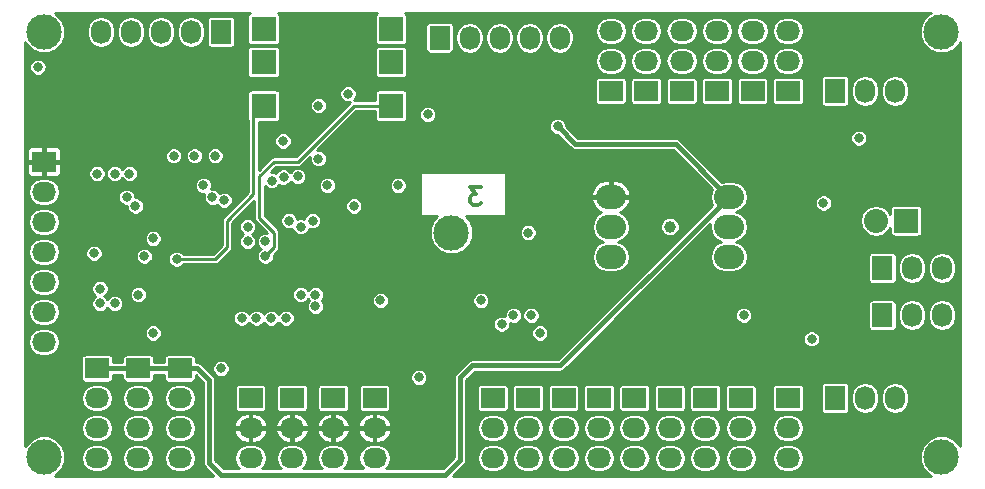
<source format=gbr>
G04 #@! TF.FileFunction,Copper,L3,Inr,Signal*
%FSLAX46Y46*%
G04 Gerber Fmt 4.6, Leading zero omitted, Abs format (unit mm)*
G04 Created by KiCad (PCBNEW 4.0.0-rc1-stable) date 19/11/2015 21:53:00*
%MOMM*%
G01*
G04 APERTURE LIST*
%ADD10C,0.100000*%
%ADD11C,0.300000*%
%ADD12R,1.727200X2.032000*%
%ADD13O,1.727200X2.032000*%
%ADD14C,3.000000*%
%ADD15R,2.032000X1.727200*%
%ADD16O,2.032000X1.727200*%
%ADD17R,2.100000X2.100000*%
%ADD18O,2.540000X2.032000*%
%ADD19R,2.032000X2.032000*%
%ADD20O,2.032000X2.032000*%
%ADD21C,0.800000*%
%ADD22C,1.000000*%
%ADD23C,0.250000*%
%ADD24C,0.400000*%
G04 APERTURE END LIST*
D10*
D11*
X163999999Y-70178571D02*
X163071428Y-70178571D01*
X163571428Y-70750000D01*
X163357142Y-70750000D01*
X163214285Y-70821429D01*
X163142856Y-70892857D01*
X163071428Y-71035714D01*
X163071428Y-71392857D01*
X163142856Y-71535714D01*
X163214285Y-71607143D01*
X163357142Y-71678571D01*
X163785714Y-71678571D01*
X163928571Y-71607143D01*
X163999999Y-71535714D01*
D12*
X198000000Y-77000000D03*
D13*
X200540000Y-77000000D03*
X203080000Y-77000000D03*
D12*
X160500000Y-57500000D03*
D13*
X163040000Y-57500000D03*
X165580000Y-57500000D03*
X168120000Y-57500000D03*
X170660000Y-57500000D03*
D14*
X161500000Y-74000000D03*
D15*
X144500000Y-88000000D03*
D16*
X144500000Y-90540000D03*
X144500000Y-93080000D03*
D15*
X148000000Y-88000000D03*
D16*
X148000000Y-90540000D03*
X148000000Y-93080000D03*
D15*
X151500000Y-88000000D03*
D16*
X151500000Y-90540000D03*
X151500000Y-93080000D03*
D15*
X155000000Y-88000000D03*
D16*
X155000000Y-90540000D03*
X155000000Y-93080000D03*
D14*
X127000000Y-57000000D03*
X203000000Y-57000000D03*
X203000000Y-93000000D03*
X127000000Y-93000000D03*
D12*
X198000000Y-81000000D03*
D13*
X200540000Y-81000000D03*
X203080000Y-81000000D03*
D15*
X187000000Y-62000000D03*
D16*
X187000000Y-59460000D03*
X187000000Y-56920000D03*
D15*
X184000000Y-62000000D03*
D16*
X184000000Y-59460000D03*
X184000000Y-56920000D03*
D15*
X181000000Y-62000000D03*
D16*
X181000000Y-59460000D03*
X181000000Y-56920000D03*
D15*
X178000000Y-62000000D03*
D16*
X178000000Y-59460000D03*
X178000000Y-56920000D03*
D15*
X175000000Y-62000000D03*
D16*
X175000000Y-59460000D03*
X175000000Y-56920000D03*
D15*
X190000000Y-62000000D03*
D16*
X190000000Y-59460000D03*
X190000000Y-56920000D03*
D15*
X177000000Y-88000000D03*
D16*
X177000000Y-90540000D03*
X177000000Y-93080000D03*
D15*
X180000000Y-88000000D03*
D16*
X180000000Y-90540000D03*
X180000000Y-93080000D03*
D15*
X183000000Y-88000000D03*
D16*
X183000000Y-90540000D03*
X183000000Y-93080000D03*
D15*
X186000000Y-88000000D03*
D16*
X186000000Y-90540000D03*
X186000000Y-93080000D03*
D15*
X165000000Y-88000000D03*
D16*
X165000000Y-90540000D03*
X165000000Y-93080000D03*
D15*
X168000000Y-88000000D03*
D16*
X168000000Y-90540000D03*
X168000000Y-93080000D03*
D15*
X171000000Y-88000000D03*
D16*
X171000000Y-90540000D03*
X171000000Y-93080000D03*
D15*
X174000000Y-88000000D03*
D16*
X174000000Y-90540000D03*
X174000000Y-93080000D03*
D15*
X190000000Y-88000000D03*
D16*
X190000000Y-90540000D03*
X190000000Y-93080000D03*
D12*
X194000000Y-62000000D03*
D13*
X196540000Y-62000000D03*
X199080000Y-62000000D03*
D12*
X194000000Y-88000000D03*
D13*
X196540000Y-88000000D03*
X199080000Y-88000000D03*
D15*
X127000000Y-68000000D03*
D16*
X127000000Y-70540000D03*
X127000000Y-73080000D03*
X127000000Y-75620000D03*
X127000000Y-78160000D03*
X127000000Y-80700000D03*
X127000000Y-83240000D03*
D12*
X142000000Y-57000000D03*
D13*
X139460000Y-57000000D03*
X136920000Y-57000000D03*
X134380000Y-57000000D03*
X131840000Y-57000000D03*
D17*
X145600000Y-56750000D03*
X156400000Y-56750000D03*
X145600000Y-59550000D03*
X156400000Y-59550000D03*
X156400000Y-63250000D03*
X145600000Y-63250000D03*
D18*
X185000000Y-73500000D03*
X185000000Y-70960000D03*
X185000000Y-76040000D03*
X175000000Y-73500000D03*
X175000000Y-70960000D03*
X175000000Y-76040000D03*
D19*
X200000000Y-73000000D03*
D20*
X197460000Y-73000000D03*
D15*
X138500000Y-85500000D03*
D16*
X138500000Y-88040000D03*
X138500000Y-90580000D03*
X138500000Y-93120000D03*
D15*
X135000000Y-85500000D03*
D16*
X135000000Y-88040000D03*
X135000000Y-90580000D03*
X135000000Y-93120000D03*
D15*
X131500000Y-85500000D03*
D16*
X131500000Y-88040000D03*
X131500000Y-90580000D03*
X131500000Y-93120000D03*
D21*
X145750000Y-76000000D03*
X158750000Y-86250000D03*
X131250000Y-75750000D03*
D22*
X180000000Y-73500000D03*
D21*
X134000000Y-71000000D03*
X147250000Y-66250000D03*
X131500000Y-69000000D03*
X135000000Y-79250000D03*
X140500000Y-70000000D03*
X142000000Y-85500000D03*
X157000000Y-70000000D03*
X126500000Y-60000000D03*
X192000000Y-83000000D03*
X196000000Y-66000000D03*
X155500000Y-82250000D03*
D22*
X180000000Y-71000000D03*
D21*
X133000000Y-70250000D03*
X144000000Y-65000000D03*
X164500000Y-60750000D03*
X134250000Y-80000000D03*
X143500000Y-63750000D03*
X140500000Y-72000000D03*
X146000000Y-85500000D03*
X155000000Y-70000000D03*
X128500000Y-60000000D03*
X136500000Y-60000000D03*
X136250000Y-74500000D03*
X146300000Y-69600000D03*
X147300000Y-69300000D03*
X134750000Y-71750000D03*
X144250000Y-73500000D03*
X145750000Y-74750000D03*
X135500000Y-76000000D03*
X144250000Y-74750000D03*
X168250000Y-81000000D03*
X143750000Y-81250000D03*
X166750000Y-81000000D03*
X146250000Y-81250000D03*
X155500000Y-79750000D03*
X164000000Y-79750000D03*
X150000000Y-79250000D03*
X150000000Y-80250000D03*
X134250000Y-69000000D03*
X151000000Y-70000000D03*
X133000000Y-69000000D03*
X153250000Y-71750000D03*
X186250000Y-81000000D03*
X169000000Y-82500000D03*
X136250000Y-82500000D03*
X138250000Y-76250000D03*
X150250000Y-63250000D03*
X141250000Y-71000000D03*
X150250000Y-67750000D03*
X142250000Y-71250000D03*
X159500000Y-64000000D03*
X152750000Y-62250000D03*
X148500000Y-69250000D03*
X138000000Y-67500000D03*
X139750000Y-67500000D03*
X141500000Y-67500000D03*
X170500000Y-65000000D03*
X168000000Y-74000000D03*
X145000000Y-81250000D03*
X133000000Y-80000000D03*
X149750000Y-73000000D03*
X131750000Y-80000000D03*
X148750000Y-73500000D03*
X131750000Y-78750000D03*
X147750000Y-73000000D03*
X148750000Y-79250000D03*
X165750000Y-81750000D03*
X193000000Y-71500000D03*
X147500000Y-81250000D03*
D23*
X145250000Y-70500000D02*
X145250000Y-72750000D01*
X146500000Y-75250000D02*
X145750000Y-76000000D01*
X146500000Y-74000000D02*
X146500000Y-75250000D01*
X145250000Y-72750000D02*
X146500000Y-74000000D01*
X153250000Y-63250000D02*
X156400000Y-63250000D01*
X148500000Y-68000000D02*
X153250000Y-63250000D01*
X146500000Y-68000000D02*
X148500000Y-68000000D01*
X145250000Y-69250000D02*
X146500000Y-68000000D01*
X145250000Y-70500000D02*
X145250000Y-69250000D01*
X138250000Y-76250000D02*
X141500000Y-76250000D01*
X141500000Y-76250000D02*
X142250000Y-75500000D01*
X144750000Y-70750000D02*
X144750000Y-64100000D01*
X142500000Y-73000000D02*
X144750000Y-70750000D01*
X142500000Y-75250000D02*
X142500000Y-73000000D01*
X142250000Y-75500000D02*
X142500000Y-75250000D01*
X144750000Y-64100000D02*
X145600000Y-63250000D01*
D24*
X185000000Y-70960000D02*
X184960000Y-70960000D01*
X184960000Y-70960000D02*
X180500000Y-66500000D01*
X172000000Y-66500000D02*
X170500000Y-65000000D01*
X180500000Y-66500000D02*
X172000000Y-66500000D01*
X162250000Y-87750000D02*
X162250000Y-93250000D01*
X161000000Y-94500000D02*
X156750000Y-94500000D01*
X162250000Y-93250000D02*
X161000000Y-94500000D01*
X138500000Y-85500000D02*
X140000000Y-85500000D01*
X140000000Y-85500000D02*
X141000000Y-86500000D01*
X141000000Y-86500000D02*
X141000000Y-93500000D01*
X141000000Y-93500000D02*
X142000000Y-94500000D01*
X142000000Y-94500000D02*
X156250000Y-94500000D01*
X156250000Y-94500000D02*
X156750000Y-94500000D01*
X170710000Y-85250000D02*
X185000000Y-70960000D01*
X163250000Y-85250000D02*
X170710000Y-85250000D01*
X162250000Y-86250000D02*
X163250000Y-85250000D01*
X162250000Y-87750000D02*
X162250000Y-86250000D01*
X131500000Y-85500000D02*
X135000000Y-85500000D01*
X135000000Y-85500000D02*
X138500000Y-85500000D01*
D23*
G36*
X144318947Y-55462474D02*
X144244740Y-55571080D01*
X144218633Y-55700000D01*
X144218633Y-57800000D01*
X144241295Y-57920438D01*
X144312474Y-58031053D01*
X144421080Y-58105260D01*
X144550000Y-58131367D01*
X146650000Y-58131367D01*
X146770438Y-58108705D01*
X146881053Y-58037526D01*
X146955260Y-57928920D01*
X146981367Y-57800000D01*
X146981367Y-55700000D01*
X146958705Y-55579562D01*
X146887526Y-55468947D01*
X146786618Y-55400000D01*
X155216034Y-55400000D01*
X155118947Y-55462474D01*
X155044740Y-55571080D01*
X155018633Y-55700000D01*
X155018633Y-57800000D01*
X155041295Y-57920438D01*
X155112474Y-58031053D01*
X155221080Y-58105260D01*
X155350000Y-58131367D01*
X157450000Y-58131367D01*
X157570438Y-58108705D01*
X157681053Y-58037526D01*
X157755260Y-57928920D01*
X157781367Y-57800000D01*
X157781367Y-56484000D01*
X159305033Y-56484000D01*
X159305033Y-58516000D01*
X159327695Y-58636438D01*
X159398874Y-58747053D01*
X159507480Y-58821260D01*
X159636400Y-58847367D01*
X161363600Y-58847367D01*
X161484038Y-58824705D01*
X161594653Y-58753526D01*
X161668860Y-58644920D01*
X161694967Y-58516000D01*
X161694967Y-57321328D01*
X161851400Y-57321328D01*
X161851400Y-57678672D01*
X161941877Y-58133530D01*
X162199533Y-58519139D01*
X162585142Y-58776795D01*
X163040000Y-58867272D01*
X163494858Y-58776795D01*
X163880467Y-58519139D01*
X164138123Y-58133530D01*
X164228600Y-57678672D01*
X164228600Y-57321328D01*
X164391400Y-57321328D01*
X164391400Y-57678672D01*
X164481877Y-58133530D01*
X164739533Y-58519139D01*
X165125142Y-58776795D01*
X165580000Y-58867272D01*
X166034858Y-58776795D01*
X166420467Y-58519139D01*
X166678123Y-58133530D01*
X166768600Y-57678672D01*
X166768600Y-57321328D01*
X166931400Y-57321328D01*
X166931400Y-57678672D01*
X167021877Y-58133530D01*
X167279533Y-58519139D01*
X167665142Y-58776795D01*
X168120000Y-58867272D01*
X168574858Y-58776795D01*
X168960467Y-58519139D01*
X169218123Y-58133530D01*
X169308600Y-57678672D01*
X169308600Y-57321328D01*
X169471400Y-57321328D01*
X169471400Y-57678672D01*
X169561877Y-58133530D01*
X169819533Y-58519139D01*
X170205142Y-58776795D01*
X170660000Y-58867272D01*
X171114858Y-58776795D01*
X171500467Y-58519139D01*
X171758123Y-58133530D01*
X171848600Y-57678672D01*
X171848600Y-57321328D01*
X171768771Y-56920000D01*
X173632728Y-56920000D01*
X173723205Y-57374858D01*
X173980861Y-57760467D01*
X174366470Y-58018123D01*
X174821328Y-58108600D01*
X175178672Y-58108600D01*
X175633530Y-58018123D01*
X176019139Y-57760467D01*
X176276795Y-57374858D01*
X176367272Y-56920000D01*
X176632728Y-56920000D01*
X176723205Y-57374858D01*
X176980861Y-57760467D01*
X177366470Y-58018123D01*
X177821328Y-58108600D01*
X178178672Y-58108600D01*
X178633530Y-58018123D01*
X179019139Y-57760467D01*
X179276795Y-57374858D01*
X179367272Y-56920000D01*
X179632728Y-56920000D01*
X179723205Y-57374858D01*
X179980861Y-57760467D01*
X180366470Y-58018123D01*
X180821328Y-58108600D01*
X181178672Y-58108600D01*
X181633530Y-58018123D01*
X182019139Y-57760467D01*
X182276795Y-57374858D01*
X182367272Y-56920000D01*
X182632728Y-56920000D01*
X182723205Y-57374858D01*
X182980861Y-57760467D01*
X183366470Y-58018123D01*
X183821328Y-58108600D01*
X184178672Y-58108600D01*
X184633530Y-58018123D01*
X185019139Y-57760467D01*
X185276795Y-57374858D01*
X185367272Y-56920000D01*
X185632728Y-56920000D01*
X185723205Y-57374858D01*
X185980861Y-57760467D01*
X186366470Y-58018123D01*
X186821328Y-58108600D01*
X187178672Y-58108600D01*
X187633530Y-58018123D01*
X188019139Y-57760467D01*
X188276795Y-57374858D01*
X188367272Y-56920000D01*
X188632728Y-56920000D01*
X188723205Y-57374858D01*
X188980861Y-57760467D01*
X189366470Y-58018123D01*
X189821328Y-58108600D01*
X190178672Y-58108600D01*
X190633530Y-58018123D01*
X191019139Y-57760467D01*
X191276795Y-57374858D01*
X191367272Y-56920000D01*
X191276795Y-56465142D01*
X191019139Y-56079533D01*
X190633530Y-55821877D01*
X190178672Y-55731400D01*
X189821328Y-55731400D01*
X189366470Y-55821877D01*
X188980861Y-56079533D01*
X188723205Y-56465142D01*
X188632728Y-56920000D01*
X188367272Y-56920000D01*
X188276795Y-56465142D01*
X188019139Y-56079533D01*
X187633530Y-55821877D01*
X187178672Y-55731400D01*
X186821328Y-55731400D01*
X186366470Y-55821877D01*
X185980861Y-56079533D01*
X185723205Y-56465142D01*
X185632728Y-56920000D01*
X185367272Y-56920000D01*
X185276795Y-56465142D01*
X185019139Y-56079533D01*
X184633530Y-55821877D01*
X184178672Y-55731400D01*
X183821328Y-55731400D01*
X183366470Y-55821877D01*
X182980861Y-56079533D01*
X182723205Y-56465142D01*
X182632728Y-56920000D01*
X182367272Y-56920000D01*
X182276795Y-56465142D01*
X182019139Y-56079533D01*
X181633530Y-55821877D01*
X181178672Y-55731400D01*
X180821328Y-55731400D01*
X180366470Y-55821877D01*
X179980861Y-56079533D01*
X179723205Y-56465142D01*
X179632728Y-56920000D01*
X179367272Y-56920000D01*
X179276795Y-56465142D01*
X179019139Y-56079533D01*
X178633530Y-55821877D01*
X178178672Y-55731400D01*
X177821328Y-55731400D01*
X177366470Y-55821877D01*
X176980861Y-56079533D01*
X176723205Y-56465142D01*
X176632728Y-56920000D01*
X176367272Y-56920000D01*
X176276795Y-56465142D01*
X176019139Y-56079533D01*
X175633530Y-55821877D01*
X175178672Y-55731400D01*
X174821328Y-55731400D01*
X174366470Y-55821877D01*
X173980861Y-56079533D01*
X173723205Y-56465142D01*
X173632728Y-56920000D01*
X171768771Y-56920000D01*
X171758123Y-56866470D01*
X171500467Y-56480861D01*
X171114858Y-56223205D01*
X170660000Y-56132728D01*
X170205142Y-56223205D01*
X169819533Y-56480861D01*
X169561877Y-56866470D01*
X169471400Y-57321328D01*
X169308600Y-57321328D01*
X169218123Y-56866470D01*
X168960467Y-56480861D01*
X168574858Y-56223205D01*
X168120000Y-56132728D01*
X167665142Y-56223205D01*
X167279533Y-56480861D01*
X167021877Y-56866470D01*
X166931400Y-57321328D01*
X166768600Y-57321328D01*
X166678123Y-56866470D01*
X166420467Y-56480861D01*
X166034858Y-56223205D01*
X165580000Y-56132728D01*
X165125142Y-56223205D01*
X164739533Y-56480861D01*
X164481877Y-56866470D01*
X164391400Y-57321328D01*
X164228600Y-57321328D01*
X164138123Y-56866470D01*
X163880467Y-56480861D01*
X163494858Y-56223205D01*
X163040000Y-56132728D01*
X162585142Y-56223205D01*
X162199533Y-56480861D01*
X161941877Y-56866470D01*
X161851400Y-57321328D01*
X161694967Y-57321328D01*
X161694967Y-56484000D01*
X161672305Y-56363562D01*
X161601126Y-56252947D01*
X161492520Y-56178740D01*
X161363600Y-56152633D01*
X159636400Y-56152633D01*
X159515962Y-56175295D01*
X159405347Y-56246474D01*
X159331140Y-56355080D01*
X159305033Y-56484000D01*
X157781367Y-56484000D01*
X157781367Y-55700000D01*
X157758705Y-55579562D01*
X157687526Y-55468947D01*
X157586618Y-55400000D01*
X202093271Y-55400000D01*
X201967571Y-55451938D01*
X201453742Y-55964871D01*
X201175317Y-56635392D01*
X201174684Y-57361422D01*
X201451938Y-58032429D01*
X201964871Y-58546258D01*
X202635392Y-58824683D01*
X203361422Y-58825316D01*
X204032429Y-58548062D01*
X204546258Y-58035129D01*
X204600000Y-57905704D01*
X204600000Y-92093271D01*
X204548062Y-91967571D01*
X204035129Y-91453742D01*
X203364608Y-91175317D01*
X202638578Y-91174684D01*
X201967571Y-91451938D01*
X201453742Y-91964871D01*
X201175317Y-92635392D01*
X201174684Y-93361422D01*
X201451938Y-94032429D01*
X201964871Y-94546258D01*
X202094296Y-94600000D01*
X161642462Y-94600000D01*
X162621231Y-93621231D01*
X162735037Y-93450909D01*
X162775000Y-93250000D01*
X162775000Y-93080000D01*
X163632728Y-93080000D01*
X163723205Y-93534858D01*
X163980861Y-93920467D01*
X164366470Y-94178123D01*
X164821328Y-94268600D01*
X165178672Y-94268600D01*
X165633530Y-94178123D01*
X166019139Y-93920467D01*
X166276795Y-93534858D01*
X166367272Y-93080000D01*
X166632728Y-93080000D01*
X166723205Y-93534858D01*
X166980861Y-93920467D01*
X167366470Y-94178123D01*
X167821328Y-94268600D01*
X168178672Y-94268600D01*
X168633530Y-94178123D01*
X169019139Y-93920467D01*
X169276795Y-93534858D01*
X169367272Y-93080000D01*
X169632728Y-93080000D01*
X169723205Y-93534858D01*
X169980861Y-93920467D01*
X170366470Y-94178123D01*
X170821328Y-94268600D01*
X171178672Y-94268600D01*
X171633530Y-94178123D01*
X172019139Y-93920467D01*
X172276795Y-93534858D01*
X172367272Y-93080000D01*
X172632728Y-93080000D01*
X172723205Y-93534858D01*
X172980861Y-93920467D01*
X173366470Y-94178123D01*
X173821328Y-94268600D01*
X174178672Y-94268600D01*
X174633530Y-94178123D01*
X175019139Y-93920467D01*
X175276795Y-93534858D01*
X175367272Y-93080000D01*
X175632728Y-93080000D01*
X175723205Y-93534858D01*
X175980861Y-93920467D01*
X176366470Y-94178123D01*
X176821328Y-94268600D01*
X177178672Y-94268600D01*
X177633530Y-94178123D01*
X178019139Y-93920467D01*
X178276795Y-93534858D01*
X178367272Y-93080000D01*
X178632728Y-93080000D01*
X178723205Y-93534858D01*
X178980861Y-93920467D01*
X179366470Y-94178123D01*
X179821328Y-94268600D01*
X180178672Y-94268600D01*
X180633530Y-94178123D01*
X181019139Y-93920467D01*
X181276795Y-93534858D01*
X181367272Y-93080000D01*
X181632728Y-93080000D01*
X181723205Y-93534858D01*
X181980861Y-93920467D01*
X182366470Y-94178123D01*
X182821328Y-94268600D01*
X183178672Y-94268600D01*
X183633530Y-94178123D01*
X184019139Y-93920467D01*
X184276795Y-93534858D01*
X184367272Y-93080000D01*
X184632728Y-93080000D01*
X184723205Y-93534858D01*
X184980861Y-93920467D01*
X185366470Y-94178123D01*
X185821328Y-94268600D01*
X186178672Y-94268600D01*
X186633530Y-94178123D01*
X187019139Y-93920467D01*
X187276795Y-93534858D01*
X187367272Y-93080000D01*
X188632728Y-93080000D01*
X188723205Y-93534858D01*
X188980861Y-93920467D01*
X189366470Y-94178123D01*
X189821328Y-94268600D01*
X190178672Y-94268600D01*
X190633530Y-94178123D01*
X191019139Y-93920467D01*
X191276795Y-93534858D01*
X191367272Y-93080000D01*
X191276795Y-92625142D01*
X191019139Y-92239533D01*
X190633530Y-91981877D01*
X190178672Y-91891400D01*
X189821328Y-91891400D01*
X189366470Y-91981877D01*
X188980861Y-92239533D01*
X188723205Y-92625142D01*
X188632728Y-93080000D01*
X187367272Y-93080000D01*
X187276795Y-92625142D01*
X187019139Y-92239533D01*
X186633530Y-91981877D01*
X186178672Y-91891400D01*
X185821328Y-91891400D01*
X185366470Y-91981877D01*
X184980861Y-92239533D01*
X184723205Y-92625142D01*
X184632728Y-93080000D01*
X184367272Y-93080000D01*
X184276795Y-92625142D01*
X184019139Y-92239533D01*
X183633530Y-91981877D01*
X183178672Y-91891400D01*
X182821328Y-91891400D01*
X182366470Y-91981877D01*
X181980861Y-92239533D01*
X181723205Y-92625142D01*
X181632728Y-93080000D01*
X181367272Y-93080000D01*
X181276795Y-92625142D01*
X181019139Y-92239533D01*
X180633530Y-91981877D01*
X180178672Y-91891400D01*
X179821328Y-91891400D01*
X179366470Y-91981877D01*
X178980861Y-92239533D01*
X178723205Y-92625142D01*
X178632728Y-93080000D01*
X178367272Y-93080000D01*
X178276795Y-92625142D01*
X178019139Y-92239533D01*
X177633530Y-91981877D01*
X177178672Y-91891400D01*
X176821328Y-91891400D01*
X176366470Y-91981877D01*
X175980861Y-92239533D01*
X175723205Y-92625142D01*
X175632728Y-93080000D01*
X175367272Y-93080000D01*
X175276795Y-92625142D01*
X175019139Y-92239533D01*
X174633530Y-91981877D01*
X174178672Y-91891400D01*
X173821328Y-91891400D01*
X173366470Y-91981877D01*
X172980861Y-92239533D01*
X172723205Y-92625142D01*
X172632728Y-93080000D01*
X172367272Y-93080000D01*
X172276795Y-92625142D01*
X172019139Y-92239533D01*
X171633530Y-91981877D01*
X171178672Y-91891400D01*
X170821328Y-91891400D01*
X170366470Y-91981877D01*
X169980861Y-92239533D01*
X169723205Y-92625142D01*
X169632728Y-93080000D01*
X169367272Y-93080000D01*
X169276795Y-92625142D01*
X169019139Y-92239533D01*
X168633530Y-91981877D01*
X168178672Y-91891400D01*
X167821328Y-91891400D01*
X167366470Y-91981877D01*
X166980861Y-92239533D01*
X166723205Y-92625142D01*
X166632728Y-93080000D01*
X166367272Y-93080000D01*
X166276795Y-92625142D01*
X166019139Y-92239533D01*
X165633530Y-91981877D01*
X165178672Y-91891400D01*
X164821328Y-91891400D01*
X164366470Y-91981877D01*
X163980861Y-92239533D01*
X163723205Y-92625142D01*
X163632728Y-93080000D01*
X162775000Y-93080000D01*
X162775000Y-90540000D01*
X163632728Y-90540000D01*
X163723205Y-90994858D01*
X163980861Y-91380467D01*
X164366470Y-91638123D01*
X164821328Y-91728600D01*
X165178672Y-91728600D01*
X165633530Y-91638123D01*
X166019139Y-91380467D01*
X166276795Y-90994858D01*
X166367272Y-90540000D01*
X166632728Y-90540000D01*
X166723205Y-90994858D01*
X166980861Y-91380467D01*
X167366470Y-91638123D01*
X167821328Y-91728600D01*
X168178672Y-91728600D01*
X168633530Y-91638123D01*
X169019139Y-91380467D01*
X169276795Y-90994858D01*
X169367272Y-90540000D01*
X169632728Y-90540000D01*
X169723205Y-90994858D01*
X169980861Y-91380467D01*
X170366470Y-91638123D01*
X170821328Y-91728600D01*
X171178672Y-91728600D01*
X171633530Y-91638123D01*
X172019139Y-91380467D01*
X172276795Y-90994858D01*
X172367272Y-90540000D01*
X172632728Y-90540000D01*
X172723205Y-90994858D01*
X172980861Y-91380467D01*
X173366470Y-91638123D01*
X173821328Y-91728600D01*
X174178672Y-91728600D01*
X174633530Y-91638123D01*
X175019139Y-91380467D01*
X175276795Y-90994858D01*
X175367272Y-90540000D01*
X175632728Y-90540000D01*
X175723205Y-90994858D01*
X175980861Y-91380467D01*
X176366470Y-91638123D01*
X176821328Y-91728600D01*
X177178672Y-91728600D01*
X177633530Y-91638123D01*
X178019139Y-91380467D01*
X178276795Y-90994858D01*
X178367272Y-90540000D01*
X178632728Y-90540000D01*
X178723205Y-90994858D01*
X178980861Y-91380467D01*
X179366470Y-91638123D01*
X179821328Y-91728600D01*
X180178672Y-91728600D01*
X180633530Y-91638123D01*
X181019139Y-91380467D01*
X181276795Y-90994858D01*
X181367272Y-90540000D01*
X181632728Y-90540000D01*
X181723205Y-90994858D01*
X181980861Y-91380467D01*
X182366470Y-91638123D01*
X182821328Y-91728600D01*
X183178672Y-91728600D01*
X183633530Y-91638123D01*
X184019139Y-91380467D01*
X184276795Y-90994858D01*
X184367272Y-90540000D01*
X184632728Y-90540000D01*
X184723205Y-90994858D01*
X184980861Y-91380467D01*
X185366470Y-91638123D01*
X185821328Y-91728600D01*
X186178672Y-91728600D01*
X186633530Y-91638123D01*
X187019139Y-91380467D01*
X187276795Y-90994858D01*
X187367272Y-90540000D01*
X188632728Y-90540000D01*
X188723205Y-90994858D01*
X188980861Y-91380467D01*
X189366470Y-91638123D01*
X189821328Y-91728600D01*
X190178672Y-91728600D01*
X190633530Y-91638123D01*
X191019139Y-91380467D01*
X191276795Y-90994858D01*
X191367272Y-90540000D01*
X191276795Y-90085142D01*
X191019139Y-89699533D01*
X190633530Y-89441877D01*
X190178672Y-89351400D01*
X189821328Y-89351400D01*
X189366470Y-89441877D01*
X188980861Y-89699533D01*
X188723205Y-90085142D01*
X188632728Y-90540000D01*
X187367272Y-90540000D01*
X187276795Y-90085142D01*
X187019139Y-89699533D01*
X186633530Y-89441877D01*
X186178672Y-89351400D01*
X185821328Y-89351400D01*
X185366470Y-89441877D01*
X184980861Y-89699533D01*
X184723205Y-90085142D01*
X184632728Y-90540000D01*
X184367272Y-90540000D01*
X184276795Y-90085142D01*
X184019139Y-89699533D01*
X183633530Y-89441877D01*
X183178672Y-89351400D01*
X182821328Y-89351400D01*
X182366470Y-89441877D01*
X181980861Y-89699533D01*
X181723205Y-90085142D01*
X181632728Y-90540000D01*
X181367272Y-90540000D01*
X181276795Y-90085142D01*
X181019139Y-89699533D01*
X180633530Y-89441877D01*
X180178672Y-89351400D01*
X179821328Y-89351400D01*
X179366470Y-89441877D01*
X178980861Y-89699533D01*
X178723205Y-90085142D01*
X178632728Y-90540000D01*
X178367272Y-90540000D01*
X178276795Y-90085142D01*
X178019139Y-89699533D01*
X177633530Y-89441877D01*
X177178672Y-89351400D01*
X176821328Y-89351400D01*
X176366470Y-89441877D01*
X175980861Y-89699533D01*
X175723205Y-90085142D01*
X175632728Y-90540000D01*
X175367272Y-90540000D01*
X175276795Y-90085142D01*
X175019139Y-89699533D01*
X174633530Y-89441877D01*
X174178672Y-89351400D01*
X173821328Y-89351400D01*
X173366470Y-89441877D01*
X172980861Y-89699533D01*
X172723205Y-90085142D01*
X172632728Y-90540000D01*
X172367272Y-90540000D01*
X172276795Y-90085142D01*
X172019139Y-89699533D01*
X171633530Y-89441877D01*
X171178672Y-89351400D01*
X170821328Y-89351400D01*
X170366470Y-89441877D01*
X169980861Y-89699533D01*
X169723205Y-90085142D01*
X169632728Y-90540000D01*
X169367272Y-90540000D01*
X169276795Y-90085142D01*
X169019139Y-89699533D01*
X168633530Y-89441877D01*
X168178672Y-89351400D01*
X167821328Y-89351400D01*
X167366470Y-89441877D01*
X166980861Y-89699533D01*
X166723205Y-90085142D01*
X166632728Y-90540000D01*
X166367272Y-90540000D01*
X166276795Y-90085142D01*
X166019139Y-89699533D01*
X165633530Y-89441877D01*
X165178672Y-89351400D01*
X164821328Y-89351400D01*
X164366470Y-89441877D01*
X163980861Y-89699533D01*
X163723205Y-90085142D01*
X163632728Y-90540000D01*
X162775000Y-90540000D01*
X162775000Y-87136400D01*
X163652633Y-87136400D01*
X163652633Y-88863600D01*
X163675295Y-88984038D01*
X163746474Y-89094653D01*
X163855080Y-89168860D01*
X163984000Y-89194967D01*
X166016000Y-89194967D01*
X166136438Y-89172305D01*
X166247053Y-89101126D01*
X166321260Y-88992520D01*
X166347367Y-88863600D01*
X166347367Y-87136400D01*
X166652633Y-87136400D01*
X166652633Y-88863600D01*
X166675295Y-88984038D01*
X166746474Y-89094653D01*
X166855080Y-89168860D01*
X166984000Y-89194967D01*
X169016000Y-89194967D01*
X169136438Y-89172305D01*
X169247053Y-89101126D01*
X169321260Y-88992520D01*
X169347367Y-88863600D01*
X169347367Y-87136400D01*
X169652633Y-87136400D01*
X169652633Y-88863600D01*
X169675295Y-88984038D01*
X169746474Y-89094653D01*
X169855080Y-89168860D01*
X169984000Y-89194967D01*
X172016000Y-89194967D01*
X172136438Y-89172305D01*
X172247053Y-89101126D01*
X172321260Y-88992520D01*
X172347367Y-88863600D01*
X172347367Y-87136400D01*
X172652633Y-87136400D01*
X172652633Y-88863600D01*
X172675295Y-88984038D01*
X172746474Y-89094653D01*
X172855080Y-89168860D01*
X172984000Y-89194967D01*
X175016000Y-89194967D01*
X175136438Y-89172305D01*
X175247053Y-89101126D01*
X175321260Y-88992520D01*
X175347367Y-88863600D01*
X175347367Y-87136400D01*
X175652633Y-87136400D01*
X175652633Y-88863600D01*
X175675295Y-88984038D01*
X175746474Y-89094653D01*
X175855080Y-89168860D01*
X175984000Y-89194967D01*
X178016000Y-89194967D01*
X178136438Y-89172305D01*
X178247053Y-89101126D01*
X178321260Y-88992520D01*
X178347367Y-88863600D01*
X178347367Y-87136400D01*
X178652633Y-87136400D01*
X178652633Y-88863600D01*
X178675295Y-88984038D01*
X178746474Y-89094653D01*
X178855080Y-89168860D01*
X178984000Y-89194967D01*
X181016000Y-89194967D01*
X181136438Y-89172305D01*
X181247053Y-89101126D01*
X181321260Y-88992520D01*
X181347367Y-88863600D01*
X181347367Y-87136400D01*
X181652633Y-87136400D01*
X181652633Y-88863600D01*
X181675295Y-88984038D01*
X181746474Y-89094653D01*
X181855080Y-89168860D01*
X181984000Y-89194967D01*
X184016000Y-89194967D01*
X184136438Y-89172305D01*
X184247053Y-89101126D01*
X184321260Y-88992520D01*
X184347367Y-88863600D01*
X184347367Y-87136400D01*
X184652633Y-87136400D01*
X184652633Y-88863600D01*
X184675295Y-88984038D01*
X184746474Y-89094653D01*
X184855080Y-89168860D01*
X184984000Y-89194967D01*
X187016000Y-89194967D01*
X187136438Y-89172305D01*
X187247053Y-89101126D01*
X187321260Y-88992520D01*
X187347367Y-88863600D01*
X187347367Y-87136400D01*
X188652633Y-87136400D01*
X188652633Y-88863600D01*
X188675295Y-88984038D01*
X188746474Y-89094653D01*
X188855080Y-89168860D01*
X188984000Y-89194967D01*
X191016000Y-89194967D01*
X191136438Y-89172305D01*
X191247053Y-89101126D01*
X191321260Y-88992520D01*
X191347367Y-88863600D01*
X191347367Y-87136400D01*
X191324705Y-87015962D01*
X191304138Y-86984000D01*
X192805033Y-86984000D01*
X192805033Y-89016000D01*
X192827695Y-89136438D01*
X192898874Y-89247053D01*
X193007480Y-89321260D01*
X193136400Y-89347367D01*
X194863600Y-89347367D01*
X194984038Y-89324705D01*
X195094653Y-89253526D01*
X195168860Y-89144920D01*
X195194967Y-89016000D01*
X195194967Y-87821328D01*
X195351400Y-87821328D01*
X195351400Y-88178672D01*
X195441877Y-88633530D01*
X195699533Y-89019139D01*
X196085142Y-89276795D01*
X196540000Y-89367272D01*
X196994858Y-89276795D01*
X197380467Y-89019139D01*
X197638123Y-88633530D01*
X197728600Y-88178672D01*
X197728600Y-87821328D01*
X197891400Y-87821328D01*
X197891400Y-88178672D01*
X197981877Y-88633530D01*
X198239533Y-89019139D01*
X198625142Y-89276795D01*
X199080000Y-89367272D01*
X199534858Y-89276795D01*
X199920467Y-89019139D01*
X200178123Y-88633530D01*
X200268600Y-88178672D01*
X200268600Y-87821328D01*
X200178123Y-87366470D01*
X199920467Y-86980861D01*
X199534858Y-86723205D01*
X199080000Y-86632728D01*
X198625142Y-86723205D01*
X198239533Y-86980861D01*
X197981877Y-87366470D01*
X197891400Y-87821328D01*
X197728600Y-87821328D01*
X197638123Y-87366470D01*
X197380467Y-86980861D01*
X196994858Y-86723205D01*
X196540000Y-86632728D01*
X196085142Y-86723205D01*
X195699533Y-86980861D01*
X195441877Y-87366470D01*
X195351400Y-87821328D01*
X195194967Y-87821328D01*
X195194967Y-86984000D01*
X195172305Y-86863562D01*
X195101126Y-86752947D01*
X194992520Y-86678740D01*
X194863600Y-86652633D01*
X193136400Y-86652633D01*
X193015962Y-86675295D01*
X192905347Y-86746474D01*
X192831140Y-86855080D01*
X192805033Y-86984000D01*
X191304138Y-86984000D01*
X191253526Y-86905347D01*
X191144920Y-86831140D01*
X191016000Y-86805033D01*
X188984000Y-86805033D01*
X188863562Y-86827695D01*
X188752947Y-86898874D01*
X188678740Y-87007480D01*
X188652633Y-87136400D01*
X187347367Y-87136400D01*
X187324705Y-87015962D01*
X187253526Y-86905347D01*
X187144920Y-86831140D01*
X187016000Y-86805033D01*
X184984000Y-86805033D01*
X184863562Y-86827695D01*
X184752947Y-86898874D01*
X184678740Y-87007480D01*
X184652633Y-87136400D01*
X184347367Y-87136400D01*
X184324705Y-87015962D01*
X184253526Y-86905347D01*
X184144920Y-86831140D01*
X184016000Y-86805033D01*
X181984000Y-86805033D01*
X181863562Y-86827695D01*
X181752947Y-86898874D01*
X181678740Y-87007480D01*
X181652633Y-87136400D01*
X181347367Y-87136400D01*
X181324705Y-87015962D01*
X181253526Y-86905347D01*
X181144920Y-86831140D01*
X181016000Y-86805033D01*
X178984000Y-86805033D01*
X178863562Y-86827695D01*
X178752947Y-86898874D01*
X178678740Y-87007480D01*
X178652633Y-87136400D01*
X178347367Y-87136400D01*
X178324705Y-87015962D01*
X178253526Y-86905347D01*
X178144920Y-86831140D01*
X178016000Y-86805033D01*
X175984000Y-86805033D01*
X175863562Y-86827695D01*
X175752947Y-86898874D01*
X175678740Y-87007480D01*
X175652633Y-87136400D01*
X175347367Y-87136400D01*
X175324705Y-87015962D01*
X175253526Y-86905347D01*
X175144920Y-86831140D01*
X175016000Y-86805033D01*
X172984000Y-86805033D01*
X172863562Y-86827695D01*
X172752947Y-86898874D01*
X172678740Y-87007480D01*
X172652633Y-87136400D01*
X172347367Y-87136400D01*
X172324705Y-87015962D01*
X172253526Y-86905347D01*
X172144920Y-86831140D01*
X172016000Y-86805033D01*
X169984000Y-86805033D01*
X169863562Y-86827695D01*
X169752947Y-86898874D01*
X169678740Y-87007480D01*
X169652633Y-87136400D01*
X169347367Y-87136400D01*
X169324705Y-87015962D01*
X169253526Y-86905347D01*
X169144920Y-86831140D01*
X169016000Y-86805033D01*
X166984000Y-86805033D01*
X166863562Y-86827695D01*
X166752947Y-86898874D01*
X166678740Y-87007480D01*
X166652633Y-87136400D01*
X166347367Y-87136400D01*
X166324705Y-87015962D01*
X166253526Y-86905347D01*
X166144920Y-86831140D01*
X166016000Y-86805033D01*
X163984000Y-86805033D01*
X163863562Y-86827695D01*
X163752947Y-86898874D01*
X163678740Y-87007480D01*
X163652633Y-87136400D01*
X162775000Y-87136400D01*
X162775000Y-86467462D01*
X163467462Y-85775000D01*
X170710000Y-85775000D01*
X170910909Y-85735037D01*
X171081231Y-85621231D01*
X173558883Y-83143579D01*
X191274874Y-83143579D01*
X191385016Y-83410143D01*
X191588784Y-83614267D01*
X191855156Y-83724874D01*
X192143579Y-83725126D01*
X192410143Y-83614984D01*
X192614267Y-83411216D01*
X192724874Y-83144844D01*
X192725126Y-82856421D01*
X192614984Y-82589857D01*
X192411216Y-82385733D01*
X192144844Y-82275126D01*
X191856421Y-82274874D01*
X191589857Y-82385016D01*
X191385733Y-82588784D01*
X191275126Y-82855156D01*
X191274874Y-83143579D01*
X173558883Y-83143579D01*
X175558883Y-81143579D01*
X185524874Y-81143579D01*
X185635016Y-81410143D01*
X185838784Y-81614267D01*
X186105156Y-81724874D01*
X186393579Y-81725126D01*
X186660143Y-81614984D01*
X186864267Y-81411216D01*
X186974874Y-81144844D01*
X186975126Y-80856421D01*
X186864984Y-80589857D01*
X186661216Y-80385733D01*
X186394844Y-80275126D01*
X186106421Y-80274874D01*
X185839857Y-80385016D01*
X185635733Y-80588784D01*
X185525126Y-80855156D01*
X185524874Y-81143579D01*
X175558883Y-81143579D01*
X176718462Y-79984000D01*
X196805033Y-79984000D01*
X196805033Y-82016000D01*
X196827695Y-82136438D01*
X196898874Y-82247053D01*
X197007480Y-82321260D01*
X197136400Y-82347367D01*
X198863600Y-82347367D01*
X198984038Y-82324705D01*
X199094653Y-82253526D01*
X199168860Y-82144920D01*
X199194967Y-82016000D01*
X199194967Y-80821328D01*
X199351400Y-80821328D01*
X199351400Y-81178672D01*
X199441877Y-81633530D01*
X199699533Y-82019139D01*
X200085142Y-82276795D01*
X200540000Y-82367272D01*
X200994858Y-82276795D01*
X201380467Y-82019139D01*
X201638123Y-81633530D01*
X201728600Y-81178672D01*
X201728600Y-80821328D01*
X201891400Y-80821328D01*
X201891400Y-81178672D01*
X201981877Y-81633530D01*
X202239533Y-82019139D01*
X202625142Y-82276795D01*
X203080000Y-82367272D01*
X203534858Y-82276795D01*
X203920467Y-82019139D01*
X204178123Y-81633530D01*
X204268600Y-81178672D01*
X204268600Y-80821328D01*
X204178123Y-80366470D01*
X203920467Y-79980861D01*
X203534858Y-79723205D01*
X203080000Y-79632728D01*
X202625142Y-79723205D01*
X202239533Y-79980861D01*
X201981877Y-80366470D01*
X201891400Y-80821328D01*
X201728600Y-80821328D01*
X201638123Y-80366470D01*
X201380467Y-79980861D01*
X200994858Y-79723205D01*
X200540000Y-79632728D01*
X200085142Y-79723205D01*
X199699533Y-79980861D01*
X199441877Y-80366470D01*
X199351400Y-80821328D01*
X199194967Y-80821328D01*
X199194967Y-79984000D01*
X199172305Y-79863562D01*
X199101126Y-79752947D01*
X198992520Y-79678740D01*
X198863600Y-79652633D01*
X197136400Y-79652633D01*
X197015962Y-79675295D01*
X196905347Y-79746474D01*
X196831140Y-79855080D01*
X196805033Y-79984000D01*
X176718462Y-79984000D01*
X183416284Y-73286178D01*
X183373752Y-73500000D01*
X183475830Y-74013178D01*
X183766522Y-74448230D01*
X184201574Y-74738922D01*
X184357813Y-74770000D01*
X184201574Y-74801078D01*
X183766522Y-75091770D01*
X183475830Y-75526822D01*
X183373752Y-76040000D01*
X183475830Y-76553178D01*
X183766522Y-76988230D01*
X184201574Y-77278922D01*
X184714752Y-77381000D01*
X185285248Y-77381000D01*
X185798426Y-77278922D01*
X186233478Y-76988230D01*
X186524170Y-76553178D01*
X186626248Y-76040000D01*
X186615109Y-75984000D01*
X196805033Y-75984000D01*
X196805033Y-78016000D01*
X196827695Y-78136438D01*
X196898874Y-78247053D01*
X197007480Y-78321260D01*
X197136400Y-78347367D01*
X198863600Y-78347367D01*
X198984038Y-78324705D01*
X199094653Y-78253526D01*
X199168860Y-78144920D01*
X199194967Y-78016000D01*
X199194967Y-76821328D01*
X199351400Y-76821328D01*
X199351400Y-77178672D01*
X199441877Y-77633530D01*
X199699533Y-78019139D01*
X200085142Y-78276795D01*
X200540000Y-78367272D01*
X200994858Y-78276795D01*
X201380467Y-78019139D01*
X201638123Y-77633530D01*
X201728600Y-77178672D01*
X201728600Y-76821328D01*
X201891400Y-76821328D01*
X201891400Y-77178672D01*
X201981877Y-77633530D01*
X202239533Y-78019139D01*
X202625142Y-78276795D01*
X203080000Y-78367272D01*
X203534858Y-78276795D01*
X203920467Y-78019139D01*
X204178123Y-77633530D01*
X204268600Y-77178672D01*
X204268600Y-76821328D01*
X204178123Y-76366470D01*
X203920467Y-75980861D01*
X203534858Y-75723205D01*
X203080000Y-75632728D01*
X202625142Y-75723205D01*
X202239533Y-75980861D01*
X201981877Y-76366470D01*
X201891400Y-76821328D01*
X201728600Y-76821328D01*
X201638123Y-76366470D01*
X201380467Y-75980861D01*
X200994858Y-75723205D01*
X200540000Y-75632728D01*
X200085142Y-75723205D01*
X199699533Y-75980861D01*
X199441877Y-76366470D01*
X199351400Y-76821328D01*
X199194967Y-76821328D01*
X199194967Y-75984000D01*
X199172305Y-75863562D01*
X199101126Y-75752947D01*
X198992520Y-75678740D01*
X198863600Y-75652633D01*
X197136400Y-75652633D01*
X197015962Y-75675295D01*
X196905347Y-75746474D01*
X196831140Y-75855080D01*
X196805033Y-75984000D01*
X186615109Y-75984000D01*
X186524170Y-75526822D01*
X186233478Y-75091770D01*
X185798426Y-74801078D01*
X185642187Y-74770000D01*
X185798426Y-74738922D01*
X186233478Y-74448230D01*
X186524170Y-74013178D01*
X186626248Y-73500000D01*
X186524170Y-72986822D01*
X186515421Y-72973728D01*
X196119000Y-72973728D01*
X196119000Y-73026272D01*
X196221078Y-73539450D01*
X196511770Y-73974502D01*
X196946822Y-74265194D01*
X197460000Y-74367272D01*
X197973178Y-74265194D01*
X198408230Y-73974502D01*
X198652633Y-73608726D01*
X198652633Y-74016000D01*
X198675295Y-74136438D01*
X198746474Y-74247053D01*
X198855080Y-74321260D01*
X198984000Y-74347367D01*
X201016000Y-74347367D01*
X201136438Y-74324705D01*
X201247053Y-74253526D01*
X201321260Y-74144920D01*
X201347367Y-74016000D01*
X201347367Y-71984000D01*
X201324705Y-71863562D01*
X201253526Y-71752947D01*
X201144920Y-71678740D01*
X201016000Y-71652633D01*
X198984000Y-71652633D01*
X198863562Y-71675295D01*
X198752947Y-71746474D01*
X198678740Y-71855080D01*
X198652633Y-71984000D01*
X198652633Y-72391274D01*
X198408230Y-72025498D01*
X197973178Y-71734806D01*
X197460000Y-71632728D01*
X196946822Y-71734806D01*
X196511770Y-72025498D01*
X196221078Y-72460550D01*
X196119000Y-72973728D01*
X186515421Y-72973728D01*
X186233478Y-72551770D01*
X185798426Y-72261078D01*
X185642187Y-72230000D01*
X185798426Y-72198922D01*
X186233478Y-71908230D01*
X186410311Y-71643579D01*
X192274874Y-71643579D01*
X192385016Y-71910143D01*
X192588784Y-72114267D01*
X192855156Y-72224874D01*
X193143579Y-72225126D01*
X193410143Y-72114984D01*
X193614267Y-71911216D01*
X193724874Y-71644844D01*
X193725126Y-71356421D01*
X193614984Y-71089857D01*
X193411216Y-70885733D01*
X193144844Y-70775126D01*
X192856421Y-70774874D01*
X192589857Y-70885016D01*
X192385733Y-71088784D01*
X192275126Y-71355156D01*
X192274874Y-71643579D01*
X186410311Y-71643579D01*
X186524170Y-71473178D01*
X186626248Y-70960000D01*
X186524170Y-70446822D01*
X186233478Y-70011770D01*
X185798426Y-69721078D01*
X185285248Y-69619000D01*
X184714752Y-69619000D01*
X184420077Y-69677615D01*
X180886041Y-66143579D01*
X195274874Y-66143579D01*
X195385016Y-66410143D01*
X195588784Y-66614267D01*
X195855156Y-66724874D01*
X196143579Y-66725126D01*
X196410143Y-66614984D01*
X196614267Y-66411216D01*
X196724874Y-66144844D01*
X196725126Y-65856421D01*
X196614984Y-65589857D01*
X196411216Y-65385733D01*
X196144844Y-65275126D01*
X195856421Y-65274874D01*
X195589857Y-65385016D01*
X195385733Y-65588784D01*
X195275126Y-65855156D01*
X195274874Y-66143579D01*
X180886041Y-66143579D01*
X180871231Y-66128769D01*
X180700909Y-66014963D01*
X180500000Y-65975000D01*
X172217462Y-65975000D01*
X171225016Y-64982554D01*
X171225126Y-64856421D01*
X171114984Y-64589857D01*
X170911216Y-64385733D01*
X170644844Y-64275126D01*
X170356421Y-64274874D01*
X170089857Y-64385016D01*
X169885733Y-64588784D01*
X169775126Y-64855156D01*
X169774874Y-65143579D01*
X169885016Y-65410143D01*
X170088784Y-65614267D01*
X170355156Y-65724874D01*
X170482523Y-65724985D01*
X171628769Y-66871231D01*
X171799091Y-66985037D01*
X172000000Y-67025000D01*
X180282538Y-67025000D01*
X183567366Y-70309828D01*
X183475830Y-70446822D01*
X183373752Y-70960000D01*
X183475830Y-71473178D01*
X183583388Y-71634150D01*
X170492538Y-84725000D01*
X163250000Y-84725000D01*
X163049091Y-84764963D01*
X162878769Y-84878769D01*
X161878769Y-85878769D01*
X161764963Y-86049091D01*
X161725000Y-86250000D01*
X161725000Y-93032538D01*
X160782538Y-93975000D01*
X155937525Y-93975000D01*
X156019139Y-93920467D01*
X156276795Y-93534858D01*
X156367272Y-93080000D01*
X156276795Y-92625142D01*
X156019139Y-92239533D01*
X155633530Y-91981877D01*
X155178672Y-91891400D01*
X154821328Y-91891400D01*
X154366470Y-91981877D01*
X153980861Y-92239533D01*
X153723205Y-92625142D01*
X153632728Y-93080000D01*
X153723205Y-93534858D01*
X153980861Y-93920467D01*
X154062475Y-93975000D01*
X152437525Y-93975000D01*
X152519139Y-93920467D01*
X152776795Y-93534858D01*
X152867272Y-93080000D01*
X152776795Y-92625142D01*
X152519139Y-92239533D01*
X152133530Y-91981877D01*
X151678672Y-91891400D01*
X151321328Y-91891400D01*
X150866470Y-91981877D01*
X150480861Y-92239533D01*
X150223205Y-92625142D01*
X150132728Y-93080000D01*
X150223205Y-93534858D01*
X150480861Y-93920467D01*
X150562475Y-93975000D01*
X148937525Y-93975000D01*
X149019139Y-93920467D01*
X149276795Y-93534858D01*
X149367272Y-93080000D01*
X149276795Y-92625142D01*
X149019139Y-92239533D01*
X148633530Y-91981877D01*
X148178672Y-91891400D01*
X147821328Y-91891400D01*
X147366470Y-91981877D01*
X146980861Y-92239533D01*
X146723205Y-92625142D01*
X146632728Y-93080000D01*
X146723205Y-93534858D01*
X146980861Y-93920467D01*
X147062475Y-93975000D01*
X145437525Y-93975000D01*
X145519139Y-93920467D01*
X145776795Y-93534858D01*
X145867272Y-93080000D01*
X145776795Y-92625142D01*
X145519139Y-92239533D01*
X145133530Y-91981877D01*
X144678672Y-91891400D01*
X144321328Y-91891400D01*
X143866470Y-91981877D01*
X143480861Y-92239533D01*
X143223205Y-92625142D01*
X143132728Y-93080000D01*
X143223205Y-93534858D01*
X143480861Y-93920467D01*
X143562475Y-93975000D01*
X142217462Y-93975000D01*
X141525000Y-93282538D01*
X141525000Y-90815316D01*
X143088755Y-90815316D01*
X143128387Y-90963835D01*
X143383389Y-91398145D01*
X143785183Y-91701810D01*
X144272600Y-91828600D01*
X144425000Y-91828600D01*
X144425000Y-90615000D01*
X144575000Y-90615000D01*
X144575000Y-91828600D01*
X144727400Y-91828600D01*
X145214817Y-91701810D01*
X145616611Y-91398145D01*
X145871613Y-90963835D01*
X145911245Y-90815316D01*
X146588755Y-90815316D01*
X146628387Y-90963835D01*
X146883389Y-91398145D01*
X147285183Y-91701810D01*
X147772600Y-91828600D01*
X147925000Y-91828600D01*
X147925000Y-90615000D01*
X148075000Y-90615000D01*
X148075000Y-91828600D01*
X148227400Y-91828600D01*
X148714817Y-91701810D01*
X149116611Y-91398145D01*
X149371613Y-90963835D01*
X149411245Y-90815316D01*
X150088755Y-90815316D01*
X150128387Y-90963835D01*
X150383389Y-91398145D01*
X150785183Y-91701810D01*
X151272600Y-91828600D01*
X151425000Y-91828600D01*
X151425000Y-90615000D01*
X151575000Y-90615000D01*
X151575000Y-91828600D01*
X151727400Y-91828600D01*
X152214817Y-91701810D01*
X152616611Y-91398145D01*
X152871613Y-90963835D01*
X152911245Y-90815316D01*
X153588755Y-90815316D01*
X153628387Y-90963835D01*
X153883389Y-91398145D01*
X154285183Y-91701810D01*
X154772600Y-91828600D01*
X154925000Y-91828600D01*
X154925000Y-90615000D01*
X155075000Y-90615000D01*
X155075000Y-91828600D01*
X155227400Y-91828600D01*
X155714817Y-91701810D01*
X156116611Y-91398145D01*
X156371613Y-90963835D01*
X156411245Y-90815316D01*
X156332369Y-90615000D01*
X155075000Y-90615000D01*
X154925000Y-90615000D01*
X153667631Y-90615000D01*
X153588755Y-90815316D01*
X152911245Y-90815316D01*
X152832369Y-90615000D01*
X151575000Y-90615000D01*
X151425000Y-90615000D01*
X150167631Y-90615000D01*
X150088755Y-90815316D01*
X149411245Y-90815316D01*
X149332369Y-90615000D01*
X148075000Y-90615000D01*
X147925000Y-90615000D01*
X146667631Y-90615000D01*
X146588755Y-90815316D01*
X145911245Y-90815316D01*
X145832369Y-90615000D01*
X144575000Y-90615000D01*
X144425000Y-90615000D01*
X143167631Y-90615000D01*
X143088755Y-90815316D01*
X141525000Y-90815316D01*
X141525000Y-90264684D01*
X143088755Y-90264684D01*
X143167631Y-90465000D01*
X144425000Y-90465000D01*
X144425000Y-89251400D01*
X144575000Y-89251400D01*
X144575000Y-90465000D01*
X145832369Y-90465000D01*
X145911245Y-90264684D01*
X146588755Y-90264684D01*
X146667631Y-90465000D01*
X147925000Y-90465000D01*
X147925000Y-89251400D01*
X148075000Y-89251400D01*
X148075000Y-90465000D01*
X149332369Y-90465000D01*
X149411245Y-90264684D01*
X150088755Y-90264684D01*
X150167631Y-90465000D01*
X151425000Y-90465000D01*
X151425000Y-89251400D01*
X151575000Y-89251400D01*
X151575000Y-90465000D01*
X152832369Y-90465000D01*
X152911245Y-90264684D01*
X153588755Y-90264684D01*
X153667631Y-90465000D01*
X154925000Y-90465000D01*
X154925000Y-89251400D01*
X155075000Y-89251400D01*
X155075000Y-90465000D01*
X156332369Y-90465000D01*
X156411245Y-90264684D01*
X156371613Y-90116165D01*
X156116611Y-89681855D01*
X155714817Y-89378190D01*
X155227400Y-89251400D01*
X155075000Y-89251400D01*
X154925000Y-89251400D01*
X154772600Y-89251400D01*
X154285183Y-89378190D01*
X153883389Y-89681855D01*
X153628387Y-90116165D01*
X153588755Y-90264684D01*
X152911245Y-90264684D01*
X152871613Y-90116165D01*
X152616611Y-89681855D01*
X152214817Y-89378190D01*
X151727400Y-89251400D01*
X151575000Y-89251400D01*
X151425000Y-89251400D01*
X151272600Y-89251400D01*
X150785183Y-89378190D01*
X150383389Y-89681855D01*
X150128387Y-90116165D01*
X150088755Y-90264684D01*
X149411245Y-90264684D01*
X149371613Y-90116165D01*
X149116611Y-89681855D01*
X148714817Y-89378190D01*
X148227400Y-89251400D01*
X148075000Y-89251400D01*
X147925000Y-89251400D01*
X147772600Y-89251400D01*
X147285183Y-89378190D01*
X146883389Y-89681855D01*
X146628387Y-90116165D01*
X146588755Y-90264684D01*
X145911245Y-90264684D01*
X145871613Y-90116165D01*
X145616611Y-89681855D01*
X145214817Y-89378190D01*
X144727400Y-89251400D01*
X144575000Y-89251400D01*
X144425000Y-89251400D01*
X144272600Y-89251400D01*
X143785183Y-89378190D01*
X143383389Y-89681855D01*
X143128387Y-90116165D01*
X143088755Y-90264684D01*
X141525000Y-90264684D01*
X141525000Y-87136400D01*
X143152633Y-87136400D01*
X143152633Y-88863600D01*
X143175295Y-88984038D01*
X143246474Y-89094653D01*
X143355080Y-89168860D01*
X143484000Y-89194967D01*
X145516000Y-89194967D01*
X145636438Y-89172305D01*
X145747053Y-89101126D01*
X145821260Y-88992520D01*
X145847367Y-88863600D01*
X145847367Y-87136400D01*
X146652633Y-87136400D01*
X146652633Y-88863600D01*
X146675295Y-88984038D01*
X146746474Y-89094653D01*
X146855080Y-89168860D01*
X146984000Y-89194967D01*
X149016000Y-89194967D01*
X149136438Y-89172305D01*
X149247053Y-89101126D01*
X149321260Y-88992520D01*
X149347367Y-88863600D01*
X149347367Y-87136400D01*
X150152633Y-87136400D01*
X150152633Y-88863600D01*
X150175295Y-88984038D01*
X150246474Y-89094653D01*
X150355080Y-89168860D01*
X150484000Y-89194967D01*
X152516000Y-89194967D01*
X152636438Y-89172305D01*
X152747053Y-89101126D01*
X152821260Y-88992520D01*
X152847367Y-88863600D01*
X152847367Y-87136400D01*
X153652633Y-87136400D01*
X153652633Y-88863600D01*
X153675295Y-88984038D01*
X153746474Y-89094653D01*
X153855080Y-89168860D01*
X153984000Y-89194967D01*
X156016000Y-89194967D01*
X156136438Y-89172305D01*
X156247053Y-89101126D01*
X156321260Y-88992520D01*
X156347367Y-88863600D01*
X156347367Y-87136400D01*
X156324705Y-87015962D01*
X156253526Y-86905347D01*
X156144920Y-86831140D01*
X156016000Y-86805033D01*
X153984000Y-86805033D01*
X153863562Y-86827695D01*
X153752947Y-86898874D01*
X153678740Y-87007480D01*
X153652633Y-87136400D01*
X152847367Y-87136400D01*
X152824705Y-87015962D01*
X152753526Y-86905347D01*
X152644920Y-86831140D01*
X152516000Y-86805033D01*
X150484000Y-86805033D01*
X150363562Y-86827695D01*
X150252947Y-86898874D01*
X150178740Y-87007480D01*
X150152633Y-87136400D01*
X149347367Y-87136400D01*
X149324705Y-87015962D01*
X149253526Y-86905347D01*
X149144920Y-86831140D01*
X149016000Y-86805033D01*
X146984000Y-86805033D01*
X146863562Y-86827695D01*
X146752947Y-86898874D01*
X146678740Y-87007480D01*
X146652633Y-87136400D01*
X145847367Y-87136400D01*
X145824705Y-87015962D01*
X145753526Y-86905347D01*
X145644920Y-86831140D01*
X145516000Y-86805033D01*
X143484000Y-86805033D01*
X143363562Y-86827695D01*
X143252947Y-86898874D01*
X143178740Y-87007480D01*
X143152633Y-87136400D01*
X141525000Y-87136400D01*
X141525000Y-86500000D01*
X141503832Y-86393579D01*
X158024874Y-86393579D01*
X158135016Y-86660143D01*
X158338784Y-86864267D01*
X158605156Y-86974874D01*
X158893579Y-86975126D01*
X159160143Y-86864984D01*
X159364267Y-86661216D01*
X159474874Y-86394844D01*
X159475126Y-86106421D01*
X159364984Y-85839857D01*
X159161216Y-85635733D01*
X158894844Y-85525126D01*
X158606421Y-85524874D01*
X158339857Y-85635016D01*
X158135733Y-85838784D01*
X158025126Y-86105156D01*
X158024874Y-86393579D01*
X141503832Y-86393579D01*
X141485037Y-86299091D01*
X141371231Y-86128769D01*
X140886041Y-85643579D01*
X141274874Y-85643579D01*
X141385016Y-85910143D01*
X141588784Y-86114267D01*
X141855156Y-86224874D01*
X142143579Y-86225126D01*
X142410143Y-86114984D01*
X142614267Y-85911216D01*
X142724874Y-85644844D01*
X142725126Y-85356421D01*
X142614984Y-85089857D01*
X142411216Y-84885733D01*
X142144844Y-84775126D01*
X141856421Y-84774874D01*
X141589857Y-84885016D01*
X141385733Y-85088784D01*
X141275126Y-85355156D01*
X141274874Y-85643579D01*
X140886041Y-85643579D01*
X140371231Y-85128769D01*
X140200909Y-85014963D01*
X140000000Y-84975000D01*
X139847367Y-84975000D01*
X139847367Y-84636400D01*
X139824705Y-84515962D01*
X139753526Y-84405347D01*
X139644920Y-84331140D01*
X139516000Y-84305033D01*
X137484000Y-84305033D01*
X137363562Y-84327695D01*
X137252947Y-84398874D01*
X137178740Y-84507480D01*
X137152633Y-84636400D01*
X137152633Y-84975000D01*
X136347367Y-84975000D01*
X136347367Y-84636400D01*
X136324705Y-84515962D01*
X136253526Y-84405347D01*
X136144920Y-84331140D01*
X136016000Y-84305033D01*
X133984000Y-84305033D01*
X133863562Y-84327695D01*
X133752947Y-84398874D01*
X133678740Y-84507480D01*
X133652633Y-84636400D01*
X133652633Y-84975000D01*
X132847367Y-84975000D01*
X132847367Y-84636400D01*
X132824705Y-84515962D01*
X132753526Y-84405347D01*
X132644920Y-84331140D01*
X132516000Y-84305033D01*
X130484000Y-84305033D01*
X130363562Y-84327695D01*
X130252947Y-84398874D01*
X130178740Y-84507480D01*
X130152633Y-84636400D01*
X130152633Y-86363600D01*
X130175295Y-86484038D01*
X130246474Y-86594653D01*
X130355080Y-86668860D01*
X130484000Y-86694967D01*
X132516000Y-86694967D01*
X132636438Y-86672305D01*
X132747053Y-86601126D01*
X132821260Y-86492520D01*
X132847367Y-86363600D01*
X132847367Y-86025000D01*
X133652633Y-86025000D01*
X133652633Y-86363600D01*
X133675295Y-86484038D01*
X133746474Y-86594653D01*
X133855080Y-86668860D01*
X133984000Y-86694967D01*
X136016000Y-86694967D01*
X136136438Y-86672305D01*
X136247053Y-86601126D01*
X136321260Y-86492520D01*
X136347367Y-86363600D01*
X136347367Y-86025000D01*
X137152633Y-86025000D01*
X137152633Y-86363600D01*
X137175295Y-86484038D01*
X137246474Y-86594653D01*
X137355080Y-86668860D01*
X137484000Y-86694967D01*
X139516000Y-86694967D01*
X139636438Y-86672305D01*
X139747053Y-86601126D01*
X139821260Y-86492520D01*
X139847367Y-86363600D01*
X139847367Y-86089829D01*
X140475000Y-86717462D01*
X140475000Y-93500000D01*
X140514963Y-93700909D01*
X140628769Y-93871231D01*
X141357538Y-94600000D01*
X127906729Y-94600000D01*
X128032429Y-94548062D01*
X128546258Y-94035129D01*
X128824683Y-93364608D01*
X128824896Y-93120000D01*
X130132728Y-93120000D01*
X130223205Y-93574858D01*
X130480861Y-93960467D01*
X130866470Y-94218123D01*
X131321328Y-94308600D01*
X131678672Y-94308600D01*
X132133530Y-94218123D01*
X132519139Y-93960467D01*
X132776795Y-93574858D01*
X132867272Y-93120000D01*
X133632728Y-93120000D01*
X133723205Y-93574858D01*
X133980861Y-93960467D01*
X134366470Y-94218123D01*
X134821328Y-94308600D01*
X135178672Y-94308600D01*
X135633530Y-94218123D01*
X136019139Y-93960467D01*
X136276795Y-93574858D01*
X136367272Y-93120000D01*
X137132728Y-93120000D01*
X137223205Y-93574858D01*
X137480861Y-93960467D01*
X137866470Y-94218123D01*
X138321328Y-94308600D01*
X138678672Y-94308600D01*
X139133530Y-94218123D01*
X139519139Y-93960467D01*
X139776795Y-93574858D01*
X139867272Y-93120000D01*
X139776795Y-92665142D01*
X139519139Y-92279533D01*
X139133530Y-92021877D01*
X138678672Y-91931400D01*
X138321328Y-91931400D01*
X137866470Y-92021877D01*
X137480861Y-92279533D01*
X137223205Y-92665142D01*
X137132728Y-93120000D01*
X136367272Y-93120000D01*
X136276795Y-92665142D01*
X136019139Y-92279533D01*
X135633530Y-92021877D01*
X135178672Y-91931400D01*
X134821328Y-91931400D01*
X134366470Y-92021877D01*
X133980861Y-92279533D01*
X133723205Y-92665142D01*
X133632728Y-93120000D01*
X132867272Y-93120000D01*
X132776795Y-92665142D01*
X132519139Y-92279533D01*
X132133530Y-92021877D01*
X131678672Y-91931400D01*
X131321328Y-91931400D01*
X130866470Y-92021877D01*
X130480861Y-92279533D01*
X130223205Y-92665142D01*
X130132728Y-93120000D01*
X128824896Y-93120000D01*
X128825316Y-92638578D01*
X128548062Y-91967571D01*
X128035129Y-91453742D01*
X127364608Y-91175317D01*
X126638578Y-91174684D01*
X125967571Y-91451938D01*
X125453742Y-91964871D01*
X125400000Y-92094296D01*
X125400000Y-90580000D01*
X130132728Y-90580000D01*
X130223205Y-91034858D01*
X130480861Y-91420467D01*
X130866470Y-91678123D01*
X131321328Y-91768600D01*
X131678672Y-91768600D01*
X132133530Y-91678123D01*
X132519139Y-91420467D01*
X132776795Y-91034858D01*
X132867272Y-90580000D01*
X133632728Y-90580000D01*
X133723205Y-91034858D01*
X133980861Y-91420467D01*
X134366470Y-91678123D01*
X134821328Y-91768600D01*
X135178672Y-91768600D01*
X135633530Y-91678123D01*
X136019139Y-91420467D01*
X136276795Y-91034858D01*
X136367272Y-90580000D01*
X137132728Y-90580000D01*
X137223205Y-91034858D01*
X137480861Y-91420467D01*
X137866470Y-91678123D01*
X138321328Y-91768600D01*
X138678672Y-91768600D01*
X139133530Y-91678123D01*
X139519139Y-91420467D01*
X139776795Y-91034858D01*
X139867272Y-90580000D01*
X139776795Y-90125142D01*
X139519139Y-89739533D01*
X139133530Y-89481877D01*
X138678672Y-89391400D01*
X138321328Y-89391400D01*
X137866470Y-89481877D01*
X137480861Y-89739533D01*
X137223205Y-90125142D01*
X137132728Y-90580000D01*
X136367272Y-90580000D01*
X136276795Y-90125142D01*
X136019139Y-89739533D01*
X135633530Y-89481877D01*
X135178672Y-89391400D01*
X134821328Y-89391400D01*
X134366470Y-89481877D01*
X133980861Y-89739533D01*
X133723205Y-90125142D01*
X133632728Y-90580000D01*
X132867272Y-90580000D01*
X132776795Y-90125142D01*
X132519139Y-89739533D01*
X132133530Y-89481877D01*
X131678672Y-89391400D01*
X131321328Y-89391400D01*
X130866470Y-89481877D01*
X130480861Y-89739533D01*
X130223205Y-90125142D01*
X130132728Y-90580000D01*
X125400000Y-90580000D01*
X125400000Y-88040000D01*
X130132728Y-88040000D01*
X130223205Y-88494858D01*
X130480861Y-88880467D01*
X130866470Y-89138123D01*
X131321328Y-89228600D01*
X131678672Y-89228600D01*
X132133530Y-89138123D01*
X132519139Y-88880467D01*
X132776795Y-88494858D01*
X132867272Y-88040000D01*
X133632728Y-88040000D01*
X133723205Y-88494858D01*
X133980861Y-88880467D01*
X134366470Y-89138123D01*
X134821328Y-89228600D01*
X135178672Y-89228600D01*
X135633530Y-89138123D01*
X136019139Y-88880467D01*
X136276795Y-88494858D01*
X136367272Y-88040000D01*
X137132728Y-88040000D01*
X137223205Y-88494858D01*
X137480861Y-88880467D01*
X137866470Y-89138123D01*
X138321328Y-89228600D01*
X138678672Y-89228600D01*
X139133530Y-89138123D01*
X139519139Y-88880467D01*
X139776795Y-88494858D01*
X139867272Y-88040000D01*
X139776795Y-87585142D01*
X139519139Y-87199533D01*
X139133530Y-86941877D01*
X138678672Y-86851400D01*
X138321328Y-86851400D01*
X137866470Y-86941877D01*
X137480861Y-87199533D01*
X137223205Y-87585142D01*
X137132728Y-88040000D01*
X136367272Y-88040000D01*
X136276795Y-87585142D01*
X136019139Y-87199533D01*
X135633530Y-86941877D01*
X135178672Y-86851400D01*
X134821328Y-86851400D01*
X134366470Y-86941877D01*
X133980861Y-87199533D01*
X133723205Y-87585142D01*
X133632728Y-88040000D01*
X132867272Y-88040000D01*
X132776795Y-87585142D01*
X132519139Y-87199533D01*
X132133530Y-86941877D01*
X131678672Y-86851400D01*
X131321328Y-86851400D01*
X130866470Y-86941877D01*
X130480861Y-87199533D01*
X130223205Y-87585142D01*
X130132728Y-88040000D01*
X125400000Y-88040000D01*
X125400000Y-83240000D01*
X125632728Y-83240000D01*
X125723205Y-83694858D01*
X125980861Y-84080467D01*
X126366470Y-84338123D01*
X126821328Y-84428600D01*
X127178672Y-84428600D01*
X127633530Y-84338123D01*
X128019139Y-84080467D01*
X128276795Y-83694858D01*
X128367272Y-83240000D01*
X128276795Y-82785142D01*
X128182206Y-82643579D01*
X135524874Y-82643579D01*
X135635016Y-82910143D01*
X135838784Y-83114267D01*
X136105156Y-83224874D01*
X136393579Y-83225126D01*
X136660143Y-83114984D01*
X136864267Y-82911216D01*
X136974874Y-82644844D01*
X136974875Y-82643579D01*
X168274874Y-82643579D01*
X168385016Y-82910143D01*
X168588784Y-83114267D01*
X168855156Y-83224874D01*
X169143579Y-83225126D01*
X169410143Y-83114984D01*
X169614267Y-82911216D01*
X169724874Y-82644844D01*
X169725126Y-82356421D01*
X169614984Y-82089857D01*
X169411216Y-81885733D01*
X169144844Y-81775126D01*
X168856421Y-81774874D01*
X168589857Y-81885016D01*
X168385733Y-82088784D01*
X168275126Y-82355156D01*
X168274874Y-82643579D01*
X136974875Y-82643579D01*
X136975126Y-82356421D01*
X136864984Y-82089857D01*
X136661216Y-81885733D01*
X136394844Y-81775126D01*
X136106421Y-81774874D01*
X135839857Y-81885016D01*
X135635733Y-82088784D01*
X135525126Y-82355156D01*
X135524874Y-82643579D01*
X128182206Y-82643579D01*
X128019139Y-82399533D01*
X127633530Y-82141877D01*
X127178672Y-82051400D01*
X126821328Y-82051400D01*
X126366470Y-82141877D01*
X125980861Y-82399533D01*
X125723205Y-82785142D01*
X125632728Y-83240000D01*
X125400000Y-83240000D01*
X125400000Y-80700000D01*
X125632728Y-80700000D01*
X125723205Y-81154858D01*
X125980861Y-81540467D01*
X126366470Y-81798123D01*
X126821328Y-81888600D01*
X127178672Y-81888600D01*
X127633530Y-81798123D01*
X128019139Y-81540467D01*
X128117286Y-81393579D01*
X143024874Y-81393579D01*
X143135016Y-81660143D01*
X143338784Y-81864267D01*
X143605156Y-81974874D01*
X143893579Y-81975126D01*
X144160143Y-81864984D01*
X144364267Y-81661216D01*
X144374889Y-81635635D01*
X144385016Y-81660143D01*
X144588784Y-81864267D01*
X144855156Y-81974874D01*
X145143579Y-81975126D01*
X145410143Y-81864984D01*
X145614267Y-81661216D01*
X145624889Y-81635635D01*
X145635016Y-81660143D01*
X145838784Y-81864267D01*
X146105156Y-81974874D01*
X146393579Y-81975126D01*
X146660143Y-81864984D01*
X146864267Y-81661216D01*
X146874889Y-81635635D01*
X146885016Y-81660143D01*
X147088784Y-81864267D01*
X147355156Y-81974874D01*
X147643579Y-81975126D01*
X147840937Y-81893579D01*
X165024874Y-81893579D01*
X165135016Y-82160143D01*
X165338784Y-82364267D01*
X165605156Y-82474874D01*
X165893579Y-82475126D01*
X166160143Y-82364984D01*
X166364267Y-82161216D01*
X166474874Y-81894844D01*
X166475070Y-81670858D01*
X166605156Y-81724874D01*
X166893579Y-81725126D01*
X167160143Y-81614984D01*
X167364267Y-81411216D01*
X167474874Y-81144844D01*
X167474875Y-81143579D01*
X167524874Y-81143579D01*
X167635016Y-81410143D01*
X167838784Y-81614267D01*
X168105156Y-81724874D01*
X168393579Y-81725126D01*
X168660143Y-81614984D01*
X168864267Y-81411216D01*
X168974874Y-81144844D01*
X168975126Y-80856421D01*
X168864984Y-80589857D01*
X168661216Y-80385733D01*
X168394844Y-80275126D01*
X168106421Y-80274874D01*
X167839857Y-80385016D01*
X167635733Y-80588784D01*
X167525126Y-80855156D01*
X167524874Y-81143579D01*
X167474875Y-81143579D01*
X167475126Y-80856421D01*
X167364984Y-80589857D01*
X167161216Y-80385733D01*
X166894844Y-80275126D01*
X166606421Y-80274874D01*
X166339857Y-80385016D01*
X166135733Y-80588784D01*
X166025126Y-80855156D01*
X166024930Y-81079142D01*
X165894844Y-81025126D01*
X165606421Y-81024874D01*
X165339857Y-81135016D01*
X165135733Y-81338784D01*
X165025126Y-81605156D01*
X165024874Y-81893579D01*
X147840937Y-81893579D01*
X147910143Y-81864984D01*
X148114267Y-81661216D01*
X148224874Y-81394844D01*
X148225126Y-81106421D01*
X148114984Y-80839857D01*
X147911216Y-80635733D01*
X147644844Y-80525126D01*
X147356421Y-80524874D01*
X147089857Y-80635016D01*
X146885733Y-80838784D01*
X146875111Y-80864365D01*
X146864984Y-80839857D01*
X146661216Y-80635733D01*
X146394844Y-80525126D01*
X146106421Y-80524874D01*
X145839857Y-80635016D01*
X145635733Y-80838784D01*
X145625111Y-80864365D01*
X145614984Y-80839857D01*
X145411216Y-80635733D01*
X145144844Y-80525126D01*
X144856421Y-80524874D01*
X144589857Y-80635016D01*
X144385733Y-80838784D01*
X144375111Y-80864365D01*
X144364984Y-80839857D01*
X144161216Y-80635733D01*
X143894844Y-80525126D01*
X143606421Y-80524874D01*
X143339857Y-80635016D01*
X143135733Y-80838784D01*
X143025126Y-81105156D01*
X143024874Y-81393579D01*
X128117286Y-81393579D01*
X128276795Y-81154858D01*
X128367272Y-80700000D01*
X128276795Y-80245142D01*
X128019139Y-79859533D01*
X127633530Y-79601877D01*
X127178672Y-79511400D01*
X126821328Y-79511400D01*
X126366470Y-79601877D01*
X125980861Y-79859533D01*
X125723205Y-80245142D01*
X125632728Y-80700000D01*
X125400000Y-80700000D01*
X125400000Y-78160000D01*
X125632728Y-78160000D01*
X125723205Y-78614858D01*
X125980861Y-79000467D01*
X126366470Y-79258123D01*
X126821328Y-79348600D01*
X127178672Y-79348600D01*
X127633530Y-79258123D01*
X128019139Y-79000467D01*
X128090559Y-78893579D01*
X131024874Y-78893579D01*
X131135016Y-79160143D01*
X131338784Y-79364267D01*
X131364365Y-79374889D01*
X131339857Y-79385016D01*
X131135733Y-79588784D01*
X131025126Y-79855156D01*
X131024874Y-80143579D01*
X131135016Y-80410143D01*
X131338784Y-80614267D01*
X131605156Y-80724874D01*
X131893579Y-80725126D01*
X132160143Y-80614984D01*
X132364267Y-80411216D01*
X132374889Y-80385635D01*
X132385016Y-80410143D01*
X132588784Y-80614267D01*
X132855156Y-80724874D01*
X133143579Y-80725126D01*
X133410143Y-80614984D01*
X133614267Y-80411216D01*
X133724874Y-80144844D01*
X133725126Y-79856421D01*
X133614984Y-79589857D01*
X133419049Y-79393579D01*
X134274874Y-79393579D01*
X134385016Y-79660143D01*
X134588784Y-79864267D01*
X134855156Y-79974874D01*
X135143579Y-79975126D01*
X135410143Y-79864984D01*
X135614267Y-79661216D01*
X135724874Y-79394844D01*
X135724875Y-79393579D01*
X148024874Y-79393579D01*
X148135016Y-79660143D01*
X148338784Y-79864267D01*
X148605156Y-79974874D01*
X148893579Y-79975126D01*
X149160143Y-79864984D01*
X149364267Y-79661216D01*
X149374889Y-79635635D01*
X149385016Y-79660143D01*
X149474694Y-79749978D01*
X149385733Y-79838784D01*
X149275126Y-80105156D01*
X149274874Y-80393579D01*
X149385016Y-80660143D01*
X149588784Y-80864267D01*
X149855156Y-80974874D01*
X150143579Y-80975126D01*
X150410143Y-80864984D01*
X150614267Y-80661216D01*
X150724874Y-80394844D01*
X150725126Y-80106421D01*
X150637182Y-79893579D01*
X154774874Y-79893579D01*
X154885016Y-80160143D01*
X155088784Y-80364267D01*
X155355156Y-80474874D01*
X155643579Y-80475126D01*
X155910143Y-80364984D01*
X156114267Y-80161216D01*
X156224874Y-79894844D01*
X156224875Y-79893579D01*
X163274874Y-79893579D01*
X163385016Y-80160143D01*
X163588784Y-80364267D01*
X163855156Y-80474874D01*
X164143579Y-80475126D01*
X164410143Y-80364984D01*
X164614267Y-80161216D01*
X164724874Y-79894844D01*
X164725126Y-79606421D01*
X164614984Y-79339857D01*
X164411216Y-79135733D01*
X164144844Y-79025126D01*
X163856421Y-79024874D01*
X163589857Y-79135016D01*
X163385733Y-79338784D01*
X163275126Y-79605156D01*
X163274874Y-79893579D01*
X156224875Y-79893579D01*
X156225126Y-79606421D01*
X156114984Y-79339857D01*
X155911216Y-79135733D01*
X155644844Y-79025126D01*
X155356421Y-79024874D01*
X155089857Y-79135016D01*
X154885733Y-79338784D01*
X154775126Y-79605156D01*
X154774874Y-79893579D01*
X150637182Y-79893579D01*
X150614984Y-79839857D01*
X150525306Y-79750022D01*
X150614267Y-79661216D01*
X150724874Y-79394844D01*
X150725126Y-79106421D01*
X150614984Y-78839857D01*
X150411216Y-78635733D01*
X150144844Y-78525126D01*
X149856421Y-78524874D01*
X149589857Y-78635016D01*
X149385733Y-78838784D01*
X149375111Y-78864365D01*
X149364984Y-78839857D01*
X149161216Y-78635733D01*
X148894844Y-78525126D01*
X148606421Y-78524874D01*
X148339857Y-78635016D01*
X148135733Y-78838784D01*
X148025126Y-79105156D01*
X148024874Y-79393579D01*
X135724875Y-79393579D01*
X135725126Y-79106421D01*
X135614984Y-78839857D01*
X135411216Y-78635733D01*
X135144844Y-78525126D01*
X134856421Y-78524874D01*
X134589857Y-78635016D01*
X134385733Y-78838784D01*
X134275126Y-79105156D01*
X134274874Y-79393579D01*
X133419049Y-79393579D01*
X133411216Y-79385733D01*
X133144844Y-79275126D01*
X132856421Y-79274874D01*
X132589857Y-79385016D01*
X132385733Y-79588784D01*
X132375111Y-79614365D01*
X132364984Y-79589857D01*
X132161216Y-79385733D01*
X132135635Y-79375111D01*
X132160143Y-79364984D01*
X132364267Y-79161216D01*
X132474874Y-78894844D01*
X132475126Y-78606421D01*
X132364984Y-78339857D01*
X132161216Y-78135733D01*
X131894844Y-78025126D01*
X131606421Y-78024874D01*
X131339857Y-78135016D01*
X131135733Y-78338784D01*
X131025126Y-78605156D01*
X131024874Y-78893579D01*
X128090559Y-78893579D01*
X128276795Y-78614858D01*
X128367272Y-78160000D01*
X128276795Y-77705142D01*
X128019139Y-77319533D01*
X127633530Y-77061877D01*
X127178672Y-76971400D01*
X126821328Y-76971400D01*
X126366470Y-77061877D01*
X125980861Y-77319533D01*
X125723205Y-77705142D01*
X125632728Y-78160000D01*
X125400000Y-78160000D01*
X125400000Y-75620000D01*
X125632728Y-75620000D01*
X125723205Y-76074858D01*
X125980861Y-76460467D01*
X126366470Y-76718123D01*
X126821328Y-76808600D01*
X127178672Y-76808600D01*
X127633530Y-76718123D01*
X128019139Y-76460467D01*
X128276795Y-76074858D01*
X128312853Y-75893579D01*
X130524874Y-75893579D01*
X130635016Y-76160143D01*
X130838784Y-76364267D01*
X131105156Y-76474874D01*
X131393579Y-76475126D01*
X131660143Y-76364984D01*
X131864267Y-76161216D01*
X131871590Y-76143579D01*
X134774874Y-76143579D01*
X134885016Y-76410143D01*
X135088784Y-76614267D01*
X135355156Y-76724874D01*
X135643579Y-76725126D01*
X135910143Y-76614984D01*
X136114267Y-76411216D01*
X136121590Y-76393579D01*
X137524874Y-76393579D01*
X137635016Y-76660143D01*
X137838784Y-76864267D01*
X138105156Y-76974874D01*
X138393579Y-76975126D01*
X138660143Y-76864984D01*
X138825415Y-76700000D01*
X141500000Y-76700000D01*
X141672208Y-76665746D01*
X141818198Y-76568198D01*
X142818198Y-75568198D01*
X142915746Y-75422208D01*
X142950000Y-75250000D01*
X142950000Y-73643579D01*
X143524874Y-73643579D01*
X143635016Y-73910143D01*
X143838784Y-74114267D01*
X143864365Y-74124889D01*
X143839857Y-74135016D01*
X143635733Y-74338784D01*
X143525126Y-74605156D01*
X143524874Y-74893579D01*
X143635016Y-75160143D01*
X143838784Y-75364267D01*
X144105156Y-75474874D01*
X144393579Y-75475126D01*
X144660143Y-75364984D01*
X144864267Y-75161216D01*
X144974874Y-74894844D01*
X144975126Y-74606421D01*
X144864984Y-74339857D01*
X144661216Y-74135733D01*
X144635635Y-74125111D01*
X144660143Y-74114984D01*
X144864267Y-73911216D01*
X144974874Y-73644844D01*
X144975126Y-73356421D01*
X144864984Y-73089857D01*
X144661216Y-72885733D01*
X144394844Y-72775126D01*
X144106421Y-72774874D01*
X143839857Y-72885016D01*
X143635733Y-73088784D01*
X143525126Y-73355156D01*
X143524874Y-73643579D01*
X142950000Y-73643579D01*
X142950000Y-73186396D01*
X144800000Y-71336396D01*
X144800000Y-72750000D01*
X144834254Y-72922208D01*
X144903788Y-73026272D01*
X144931802Y-73068198D01*
X145888725Y-74025121D01*
X145606421Y-74024874D01*
X145339857Y-74135016D01*
X145135733Y-74338784D01*
X145025126Y-74605156D01*
X145024874Y-74893579D01*
X145135016Y-75160143D01*
X145338784Y-75364267D01*
X145364365Y-75374889D01*
X145339857Y-75385016D01*
X145135733Y-75588784D01*
X145025126Y-75855156D01*
X145024874Y-76143579D01*
X145135016Y-76410143D01*
X145338784Y-76614267D01*
X145605156Y-76724874D01*
X145893579Y-76725126D01*
X146160143Y-76614984D01*
X146364267Y-76411216D01*
X146474874Y-76144844D01*
X146475078Y-75911318D01*
X146818198Y-75568198D01*
X146915746Y-75422208D01*
X146950000Y-75250000D01*
X146950000Y-74000000D01*
X146915746Y-73827792D01*
X146818198Y-73681802D01*
X146279975Y-73143579D01*
X147024874Y-73143579D01*
X147135016Y-73410143D01*
X147338784Y-73614267D01*
X147605156Y-73724874D01*
X147893579Y-73725126D01*
X148034508Y-73666895D01*
X148135016Y-73910143D01*
X148338784Y-74114267D01*
X148605156Y-74224874D01*
X148893579Y-74225126D01*
X149160143Y-74114984D01*
X149364267Y-73911216D01*
X149465690Y-73666963D01*
X149605156Y-73724874D01*
X149893579Y-73725126D01*
X150160143Y-73614984D01*
X150364267Y-73411216D01*
X150474874Y-73144844D01*
X150475126Y-72856421D01*
X150364984Y-72589857D01*
X150161216Y-72385733D01*
X149894844Y-72275126D01*
X149606421Y-72274874D01*
X149339857Y-72385016D01*
X149135733Y-72588784D01*
X149034310Y-72833037D01*
X148894844Y-72775126D01*
X148606421Y-72774874D01*
X148465492Y-72833105D01*
X148364984Y-72589857D01*
X148161216Y-72385733D01*
X147894844Y-72275126D01*
X147606421Y-72274874D01*
X147339857Y-72385016D01*
X147135733Y-72588784D01*
X147025126Y-72855156D01*
X147024874Y-73143579D01*
X146279975Y-73143579D01*
X145700000Y-72563604D01*
X145700000Y-71893579D01*
X152524874Y-71893579D01*
X152635016Y-72160143D01*
X152838784Y-72364267D01*
X153105156Y-72474874D01*
X153393579Y-72475126D01*
X153660143Y-72364984D01*
X153864267Y-72161216D01*
X153974874Y-71894844D01*
X153975126Y-71606421D01*
X153864984Y-71339857D01*
X153661216Y-71135733D01*
X153394844Y-71025126D01*
X153106421Y-71024874D01*
X152839857Y-71135016D01*
X152635733Y-71338784D01*
X152525126Y-71605156D01*
X152524874Y-71893579D01*
X145700000Y-71893579D01*
X145700000Y-70025153D01*
X145888784Y-70214267D01*
X146155156Y-70324874D01*
X146443579Y-70325126D01*
X146710143Y-70214984D01*
X146781672Y-70143579D01*
X150274874Y-70143579D01*
X150385016Y-70410143D01*
X150588784Y-70614267D01*
X150855156Y-70724874D01*
X151143579Y-70725126D01*
X151410143Y-70614984D01*
X151614267Y-70411216D01*
X151724874Y-70144844D01*
X151724875Y-70143579D01*
X156274874Y-70143579D01*
X156385016Y-70410143D01*
X156588784Y-70614267D01*
X156855156Y-70724874D01*
X157143579Y-70725126D01*
X157410143Y-70614984D01*
X157614267Y-70411216D01*
X157724874Y-70144844D01*
X157725126Y-69856421D01*
X157614984Y-69589857D01*
X157411216Y-69385733D01*
X157144844Y-69275126D01*
X156856421Y-69274874D01*
X156589857Y-69385016D01*
X156385733Y-69588784D01*
X156275126Y-69855156D01*
X156274874Y-70143579D01*
X151724875Y-70143579D01*
X151725126Y-69856421D01*
X151614984Y-69589857D01*
X151411216Y-69385733D01*
X151144844Y-69275126D01*
X150856421Y-69274874D01*
X150589857Y-69385016D01*
X150385733Y-69588784D01*
X150275126Y-69855156D01*
X150274874Y-70143579D01*
X146781672Y-70143579D01*
X146914267Y-70011216D01*
X146944856Y-69937550D01*
X147155156Y-70024874D01*
X147443579Y-70025126D01*
X147710143Y-69914984D01*
X147914267Y-69711216D01*
X147920651Y-69695841D01*
X148088784Y-69864267D01*
X148355156Y-69974874D01*
X148643579Y-69975126D01*
X148910143Y-69864984D01*
X149114267Y-69661216D01*
X149224874Y-69394844D01*
X149225126Y-69106421D01*
X149181154Y-69000000D01*
X158875000Y-69000000D01*
X158875000Y-72500000D01*
X158884848Y-72548632D01*
X158912841Y-72589601D01*
X158954568Y-72616451D01*
X159000000Y-72625000D01*
X160294207Y-72625000D01*
X159953742Y-72964871D01*
X159675317Y-73635392D01*
X159674684Y-74361422D01*
X159951938Y-75032429D01*
X160464871Y-75546258D01*
X161135392Y-75824683D01*
X161861422Y-75825316D01*
X162532429Y-75548062D01*
X163046258Y-75035129D01*
X163324683Y-74364608D01*
X163324875Y-74143579D01*
X167274874Y-74143579D01*
X167385016Y-74410143D01*
X167588784Y-74614267D01*
X167855156Y-74724874D01*
X168143579Y-74725126D01*
X168410143Y-74614984D01*
X168614267Y-74411216D01*
X168724874Y-74144844D01*
X168725126Y-73856421D01*
X168614984Y-73589857D01*
X168411216Y-73385733D01*
X168144844Y-73275126D01*
X167856421Y-73274874D01*
X167589857Y-73385016D01*
X167385733Y-73588784D01*
X167275126Y-73855156D01*
X167274874Y-74143579D01*
X163324875Y-74143579D01*
X163325316Y-73638578D01*
X163048062Y-72967571D01*
X162706089Y-72625000D01*
X166000000Y-72625000D01*
X166048632Y-72615152D01*
X166089601Y-72587159D01*
X166116451Y-72545432D01*
X166125000Y-72500000D01*
X166125000Y-71259193D01*
X173336403Y-71259193D01*
X173385988Y-71442156D01*
X173674026Y-71925908D01*
X174125262Y-72262609D01*
X174178919Y-72276216D01*
X173766522Y-72551770D01*
X173475830Y-72986822D01*
X173373752Y-73500000D01*
X173475830Y-74013178D01*
X173766522Y-74448230D01*
X174201574Y-74738922D01*
X174357813Y-74770000D01*
X174201574Y-74801078D01*
X173766522Y-75091770D01*
X173475830Y-75526822D01*
X173373752Y-76040000D01*
X173475830Y-76553178D01*
X173766522Y-76988230D01*
X174201574Y-77278922D01*
X174714752Y-77381000D01*
X175285248Y-77381000D01*
X175798426Y-77278922D01*
X176233478Y-76988230D01*
X176524170Y-76553178D01*
X176626248Y-76040000D01*
X176524170Y-75526822D01*
X176233478Y-75091770D01*
X175798426Y-74801078D01*
X175642187Y-74770000D01*
X175798426Y-74738922D01*
X176233478Y-74448230D01*
X176524170Y-74013178D01*
X176593748Y-73663383D01*
X179174857Y-73663383D01*
X179300191Y-73966715D01*
X179532065Y-74198993D01*
X179835177Y-74324857D01*
X180163383Y-74325143D01*
X180466715Y-74199809D01*
X180698993Y-73967935D01*
X180824857Y-73664823D01*
X180825143Y-73336617D01*
X180699809Y-73033285D01*
X180467935Y-72801007D01*
X180164823Y-72675143D01*
X179836617Y-72674857D01*
X179533285Y-72800191D01*
X179301007Y-73032065D01*
X179175143Y-73335177D01*
X179174857Y-73663383D01*
X176593748Y-73663383D01*
X176626248Y-73500000D01*
X176524170Y-72986822D01*
X176233478Y-72551770D01*
X175821081Y-72276216D01*
X175874738Y-72262609D01*
X176325974Y-71925908D01*
X176614012Y-71442156D01*
X176663597Y-71259193D01*
X176586641Y-71035000D01*
X175075000Y-71035000D01*
X175075000Y-71055000D01*
X174925000Y-71055000D01*
X174925000Y-71035000D01*
X173413359Y-71035000D01*
X173336403Y-71259193D01*
X166125000Y-71259193D01*
X166125000Y-70660807D01*
X173336403Y-70660807D01*
X173413359Y-70885000D01*
X174925000Y-70885000D01*
X174925000Y-69519000D01*
X175075000Y-69519000D01*
X175075000Y-70885000D01*
X176586641Y-70885000D01*
X176663597Y-70660807D01*
X176614012Y-70477844D01*
X176325974Y-69994092D01*
X175874738Y-69657391D01*
X175329000Y-69519000D01*
X175075000Y-69519000D01*
X174925000Y-69519000D01*
X174671000Y-69519000D01*
X174125262Y-69657391D01*
X173674026Y-69994092D01*
X173385988Y-70477844D01*
X173336403Y-70660807D01*
X166125000Y-70660807D01*
X166125000Y-69000000D01*
X166115152Y-68951368D01*
X166087159Y-68910399D01*
X166045432Y-68883549D01*
X166000000Y-68875000D01*
X159000000Y-68875000D01*
X158951368Y-68884848D01*
X158910399Y-68912841D01*
X158883549Y-68954568D01*
X158875000Y-69000000D01*
X149181154Y-69000000D01*
X149114984Y-68839857D01*
X148911216Y-68635733D01*
X148644844Y-68525126D01*
X148356421Y-68524874D01*
X148089857Y-68635016D01*
X147885733Y-68838784D01*
X147879349Y-68854159D01*
X147711216Y-68685733D01*
X147444844Y-68575126D01*
X147156421Y-68574874D01*
X146889857Y-68685016D01*
X146685733Y-68888784D01*
X146655144Y-68962450D01*
X146444844Y-68875126D01*
X146261430Y-68874966D01*
X146686396Y-68450000D01*
X148500000Y-68450000D01*
X148672208Y-68415746D01*
X148818198Y-68318198D01*
X149525121Y-67611275D01*
X149524874Y-67893579D01*
X149635016Y-68160143D01*
X149838784Y-68364267D01*
X150105156Y-68474874D01*
X150393579Y-68475126D01*
X150660143Y-68364984D01*
X150864267Y-68161216D01*
X150974874Y-67894844D01*
X150975126Y-67606421D01*
X150864984Y-67339857D01*
X150661216Y-67135733D01*
X150394844Y-67025126D01*
X150111518Y-67024878D01*
X153436396Y-63700000D01*
X155018633Y-63700000D01*
X155018633Y-64300000D01*
X155041295Y-64420438D01*
X155112474Y-64531053D01*
X155221080Y-64605260D01*
X155350000Y-64631367D01*
X157450000Y-64631367D01*
X157570438Y-64608705D01*
X157681053Y-64537526D01*
X157755260Y-64428920D01*
X157781367Y-64300000D01*
X157781367Y-64143579D01*
X158774874Y-64143579D01*
X158885016Y-64410143D01*
X159088784Y-64614267D01*
X159355156Y-64724874D01*
X159643579Y-64725126D01*
X159910143Y-64614984D01*
X160114267Y-64411216D01*
X160224874Y-64144844D01*
X160225126Y-63856421D01*
X160114984Y-63589857D01*
X159911216Y-63385733D01*
X159644844Y-63275126D01*
X159356421Y-63274874D01*
X159089857Y-63385016D01*
X158885733Y-63588784D01*
X158775126Y-63855156D01*
X158774874Y-64143579D01*
X157781367Y-64143579D01*
X157781367Y-62200000D01*
X157758705Y-62079562D01*
X157687526Y-61968947D01*
X157578920Y-61894740D01*
X157450000Y-61868633D01*
X155350000Y-61868633D01*
X155229562Y-61891295D01*
X155118947Y-61962474D01*
X155044740Y-62071080D01*
X155018633Y-62200000D01*
X155018633Y-62800000D01*
X153250000Y-62800000D01*
X153219079Y-62806150D01*
X153364267Y-62661216D01*
X153474874Y-62394844D01*
X153475126Y-62106421D01*
X153364984Y-61839857D01*
X153161216Y-61635733D01*
X152894844Y-61525126D01*
X152606421Y-61524874D01*
X152339857Y-61635016D01*
X152135733Y-61838784D01*
X152025126Y-62105156D01*
X152024874Y-62393579D01*
X152135016Y-62660143D01*
X152338784Y-62864267D01*
X152605156Y-62974874D01*
X152888482Y-62975122D01*
X148313604Y-67550000D01*
X146500000Y-67550000D01*
X146327792Y-67584254D01*
X146181802Y-67681802D01*
X145200000Y-68663604D01*
X145200000Y-66393579D01*
X146524874Y-66393579D01*
X146635016Y-66660143D01*
X146838784Y-66864267D01*
X147105156Y-66974874D01*
X147393579Y-66975126D01*
X147660143Y-66864984D01*
X147864267Y-66661216D01*
X147974874Y-66394844D01*
X147975126Y-66106421D01*
X147864984Y-65839857D01*
X147661216Y-65635733D01*
X147394844Y-65525126D01*
X147106421Y-65524874D01*
X146839857Y-65635016D01*
X146635733Y-65838784D01*
X146525126Y-66105156D01*
X146524874Y-66393579D01*
X145200000Y-66393579D01*
X145200000Y-64631367D01*
X146650000Y-64631367D01*
X146770438Y-64608705D01*
X146881053Y-64537526D01*
X146955260Y-64428920D01*
X146981367Y-64300000D01*
X146981367Y-63393579D01*
X149524874Y-63393579D01*
X149635016Y-63660143D01*
X149838784Y-63864267D01*
X150105156Y-63974874D01*
X150393579Y-63975126D01*
X150660143Y-63864984D01*
X150864267Y-63661216D01*
X150974874Y-63394844D01*
X150975126Y-63106421D01*
X150864984Y-62839857D01*
X150661216Y-62635733D01*
X150394844Y-62525126D01*
X150106421Y-62524874D01*
X149839857Y-62635016D01*
X149635733Y-62838784D01*
X149525126Y-63105156D01*
X149524874Y-63393579D01*
X146981367Y-63393579D01*
X146981367Y-62200000D01*
X146958705Y-62079562D01*
X146887526Y-61968947D01*
X146778920Y-61894740D01*
X146650000Y-61868633D01*
X144550000Y-61868633D01*
X144429562Y-61891295D01*
X144318947Y-61962474D01*
X144244740Y-62071080D01*
X144218633Y-62200000D01*
X144218633Y-64300000D01*
X144241295Y-64420438D01*
X144300000Y-64511668D01*
X144300000Y-70563604D01*
X142181802Y-72681802D01*
X142084254Y-72827792D01*
X142050000Y-73000000D01*
X142050000Y-75063604D01*
X141313604Y-75800000D01*
X138825197Y-75800000D01*
X138661216Y-75635733D01*
X138394844Y-75525126D01*
X138106421Y-75524874D01*
X137839857Y-75635016D01*
X137635733Y-75838784D01*
X137525126Y-76105156D01*
X137524874Y-76393579D01*
X136121590Y-76393579D01*
X136224874Y-76144844D01*
X136225126Y-75856421D01*
X136114984Y-75589857D01*
X135911216Y-75385733D01*
X135644844Y-75275126D01*
X135356421Y-75274874D01*
X135089857Y-75385016D01*
X134885733Y-75588784D01*
X134775126Y-75855156D01*
X134774874Y-76143579D01*
X131871590Y-76143579D01*
X131974874Y-75894844D01*
X131975126Y-75606421D01*
X131864984Y-75339857D01*
X131661216Y-75135733D01*
X131394844Y-75025126D01*
X131106421Y-75024874D01*
X130839857Y-75135016D01*
X130635733Y-75338784D01*
X130525126Y-75605156D01*
X130524874Y-75893579D01*
X128312853Y-75893579D01*
X128367272Y-75620000D01*
X128276795Y-75165142D01*
X128019139Y-74779533D01*
X127815670Y-74643579D01*
X135524874Y-74643579D01*
X135635016Y-74910143D01*
X135838784Y-75114267D01*
X136105156Y-75224874D01*
X136393579Y-75225126D01*
X136660143Y-75114984D01*
X136864267Y-74911216D01*
X136974874Y-74644844D01*
X136975126Y-74356421D01*
X136864984Y-74089857D01*
X136661216Y-73885733D01*
X136394844Y-73775126D01*
X136106421Y-73774874D01*
X135839857Y-73885016D01*
X135635733Y-74088784D01*
X135525126Y-74355156D01*
X135524874Y-74643579D01*
X127815670Y-74643579D01*
X127633530Y-74521877D01*
X127178672Y-74431400D01*
X126821328Y-74431400D01*
X126366470Y-74521877D01*
X125980861Y-74779533D01*
X125723205Y-75165142D01*
X125632728Y-75620000D01*
X125400000Y-75620000D01*
X125400000Y-73080000D01*
X125632728Y-73080000D01*
X125723205Y-73534858D01*
X125980861Y-73920467D01*
X126366470Y-74178123D01*
X126821328Y-74268600D01*
X127178672Y-74268600D01*
X127633530Y-74178123D01*
X128019139Y-73920467D01*
X128276795Y-73534858D01*
X128367272Y-73080000D01*
X128276795Y-72625142D01*
X128019139Y-72239533D01*
X127633530Y-71981877D01*
X127178672Y-71891400D01*
X126821328Y-71891400D01*
X126366470Y-71981877D01*
X125980861Y-72239533D01*
X125723205Y-72625142D01*
X125632728Y-73080000D01*
X125400000Y-73080000D01*
X125400000Y-70540000D01*
X125632728Y-70540000D01*
X125723205Y-70994858D01*
X125980861Y-71380467D01*
X126366470Y-71638123D01*
X126821328Y-71728600D01*
X127178672Y-71728600D01*
X127633530Y-71638123D01*
X128019139Y-71380467D01*
X128177422Y-71143579D01*
X133274874Y-71143579D01*
X133385016Y-71410143D01*
X133588784Y-71614267D01*
X133855156Y-71724874D01*
X134025021Y-71725022D01*
X134024874Y-71893579D01*
X134135016Y-72160143D01*
X134338784Y-72364267D01*
X134605156Y-72474874D01*
X134893579Y-72475126D01*
X135160143Y-72364984D01*
X135364267Y-72161216D01*
X135474874Y-71894844D01*
X135475126Y-71606421D01*
X135364984Y-71339857D01*
X135161216Y-71135733D01*
X134894844Y-71025126D01*
X134724979Y-71024978D01*
X134725126Y-70856421D01*
X134614984Y-70589857D01*
X134411216Y-70385733D01*
X134144844Y-70275126D01*
X133856421Y-70274874D01*
X133589857Y-70385016D01*
X133385733Y-70588784D01*
X133275126Y-70855156D01*
X133274874Y-71143579D01*
X128177422Y-71143579D01*
X128276795Y-70994858D01*
X128367272Y-70540000D01*
X128288419Y-70143579D01*
X139774874Y-70143579D01*
X139885016Y-70410143D01*
X140088784Y-70614267D01*
X140355156Y-70724874D01*
X140579142Y-70725070D01*
X140525126Y-70855156D01*
X140524874Y-71143579D01*
X140635016Y-71410143D01*
X140838784Y-71614267D01*
X141105156Y-71724874D01*
X141393579Y-71725126D01*
X141622742Y-71630438D01*
X141635016Y-71660143D01*
X141838784Y-71864267D01*
X142105156Y-71974874D01*
X142393579Y-71975126D01*
X142660143Y-71864984D01*
X142864267Y-71661216D01*
X142974874Y-71394844D01*
X142975126Y-71106421D01*
X142864984Y-70839857D01*
X142661216Y-70635733D01*
X142394844Y-70525126D01*
X142106421Y-70524874D01*
X141877258Y-70619562D01*
X141864984Y-70589857D01*
X141661216Y-70385733D01*
X141394844Y-70275126D01*
X141170858Y-70274930D01*
X141224874Y-70144844D01*
X141225126Y-69856421D01*
X141114984Y-69589857D01*
X140911216Y-69385733D01*
X140644844Y-69275126D01*
X140356421Y-69274874D01*
X140089857Y-69385016D01*
X139885733Y-69588784D01*
X139775126Y-69855156D01*
X139774874Y-70143579D01*
X128288419Y-70143579D01*
X128276795Y-70085142D01*
X128019139Y-69699533D01*
X127633530Y-69441877D01*
X127178672Y-69351400D01*
X126821328Y-69351400D01*
X126366470Y-69441877D01*
X125980861Y-69699533D01*
X125723205Y-70085142D01*
X125632728Y-70540000D01*
X125400000Y-70540000D01*
X125400000Y-68181250D01*
X125559000Y-68181250D01*
X125559000Y-68948138D01*
X125623702Y-69104343D01*
X125743257Y-69223898D01*
X125899462Y-69288600D01*
X126818750Y-69288600D01*
X126925000Y-69182350D01*
X126925000Y-68075000D01*
X127075000Y-68075000D01*
X127075000Y-69182350D01*
X127181250Y-69288600D01*
X128100538Y-69288600D01*
X128256743Y-69223898D01*
X128337062Y-69143579D01*
X130774874Y-69143579D01*
X130885016Y-69410143D01*
X131088784Y-69614267D01*
X131355156Y-69724874D01*
X131643579Y-69725126D01*
X131910143Y-69614984D01*
X132114267Y-69411216D01*
X132224874Y-69144844D01*
X132224875Y-69143579D01*
X132274874Y-69143579D01*
X132385016Y-69410143D01*
X132588784Y-69614267D01*
X132855156Y-69724874D01*
X133143579Y-69725126D01*
X133410143Y-69614984D01*
X133614267Y-69411216D01*
X133624889Y-69385635D01*
X133635016Y-69410143D01*
X133838784Y-69614267D01*
X134105156Y-69724874D01*
X134393579Y-69725126D01*
X134660143Y-69614984D01*
X134864267Y-69411216D01*
X134974874Y-69144844D01*
X134975126Y-68856421D01*
X134864984Y-68589857D01*
X134661216Y-68385733D01*
X134394844Y-68275126D01*
X134106421Y-68274874D01*
X133839857Y-68385016D01*
X133635733Y-68588784D01*
X133625111Y-68614365D01*
X133614984Y-68589857D01*
X133411216Y-68385733D01*
X133144844Y-68275126D01*
X132856421Y-68274874D01*
X132589857Y-68385016D01*
X132385733Y-68588784D01*
X132275126Y-68855156D01*
X132274874Y-69143579D01*
X132224875Y-69143579D01*
X132225126Y-68856421D01*
X132114984Y-68589857D01*
X131911216Y-68385733D01*
X131644844Y-68275126D01*
X131356421Y-68274874D01*
X131089857Y-68385016D01*
X130885733Y-68588784D01*
X130775126Y-68855156D01*
X130774874Y-69143579D01*
X128337062Y-69143579D01*
X128376298Y-69104343D01*
X128441000Y-68948138D01*
X128441000Y-68181250D01*
X128334750Y-68075000D01*
X127075000Y-68075000D01*
X126925000Y-68075000D01*
X125665250Y-68075000D01*
X125559000Y-68181250D01*
X125400000Y-68181250D01*
X125400000Y-67051862D01*
X125559000Y-67051862D01*
X125559000Y-67818750D01*
X125665250Y-67925000D01*
X126925000Y-67925000D01*
X126925000Y-66817650D01*
X127075000Y-66817650D01*
X127075000Y-67925000D01*
X128334750Y-67925000D01*
X128441000Y-67818750D01*
X128441000Y-67643579D01*
X137274874Y-67643579D01*
X137385016Y-67910143D01*
X137588784Y-68114267D01*
X137855156Y-68224874D01*
X138143579Y-68225126D01*
X138410143Y-68114984D01*
X138614267Y-67911216D01*
X138724874Y-67644844D01*
X138724875Y-67643579D01*
X139024874Y-67643579D01*
X139135016Y-67910143D01*
X139338784Y-68114267D01*
X139605156Y-68224874D01*
X139893579Y-68225126D01*
X140160143Y-68114984D01*
X140364267Y-67911216D01*
X140474874Y-67644844D01*
X140474875Y-67643579D01*
X140774874Y-67643579D01*
X140885016Y-67910143D01*
X141088784Y-68114267D01*
X141355156Y-68224874D01*
X141643579Y-68225126D01*
X141910143Y-68114984D01*
X142114267Y-67911216D01*
X142224874Y-67644844D01*
X142225126Y-67356421D01*
X142114984Y-67089857D01*
X141911216Y-66885733D01*
X141644844Y-66775126D01*
X141356421Y-66774874D01*
X141089857Y-66885016D01*
X140885733Y-67088784D01*
X140775126Y-67355156D01*
X140774874Y-67643579D01*
X140474875Y-67643579D01*
X140475126Y-67356421D01*
X140364984Y-67089857D01*
X140161216Y-66885733D01*
X139894844Y-66775126D01*
X139606421Y-66774874D01*
X139339857Y-66885016D01*
X139135733Y-67088784D01*
X139025126Y-67355156D01*
X139024874Y-67643579D01*
X138724875Y-67643579D01*
X138725126Y-67356421D01*
X138614984Y-67089857D01*
X138411216Y-66885733D01*
X138144844Y-66775126D01*
X137856421Y-66774874D01*
X137589857Y-66885016D01*
X137385733Y-67088784D01*
X137275126Y-67355156D01*
X137274874Y-67643579D01*
X128441000Y-67643579D01*
X128441000Y-67051862D01*
X128376298Y-66895657D01*
X128256743Y-66776102D01*
X128100538Y-66711400D01*
X127181250Y-66711400D01*
X127075000Y-66817650D01*
X126925000Y-66817650D01*
X126818750Y-66711400D01*
X125899462Y-66711400D01*
X125743257Y-66776102D01*
X125623702Y-66895657D01*
X125559000Y-67051862D01*
X125400000Y-67051862D01*
X125400000Y-61136400D01*
X173652633Y-61136400D01*
X173652633Y-62863600D01*
X173675295Y-62984038D01*
X173746474Y-63094653D01*
X173855080Y-63168860D01*
X173984000Y-63194967D01*
X176016000Y-63194967D01*
X176136438Y-63172305D01*
X176247053Y-63101126D01*
X176321260Y-62992520D01*
X176347367Y-62863600D01*
X176347367Y-61136400D01*
X176652633Y-61136400D01*
X176652633Y-62863600D01*
X176675295Y-62984038D01*
X176746474Y-63094653D01*
X176855080Y-63168860D01*
X176984000Y-63194967D01*
X179016000Y-63194967D01*
X179136438Y-63172305D01*
X179247053Y-63101126D01*
X179321260Y-62992520D01*
X179347367Y-62863600D01*
X179347367Y-61136400D01*
X179652633Y-61136400D01*
X179652633Y-62863600D01*
X179675295Y-62984038D01*
X179746474Y-63094653D01*
X179855080Y-63168860D01*
X179984000Y-63194967D01*
X182016000Y-63194967D01*
X182136438Y-63172305D01*
X182247053Y-63101126D01*
X182321260Y-62992520D01*
X182347367Y-62863600D01*
X182347367Y-61136400D01*
X182652633Y-61136400D01*
X182652633Y-62863600D01*
X182675295Y-62984038D01*
X182746474Y-63094653D01*
X182855080Y-63168860D01*
X182984000Y-63194967D01*
X185016000Y-63194967D01*
X185136438Y-63172305D01*
X185247053Y-63101126D01*
X185321260Y-62992520D01*
X185347367Y-62863600D01*
X185347367Y-61136400D01*
X185652633Y-61136400D01*
X185652633Y-62863600D01*
X185675295Y-62984038D01*
X185746474Y-63094653D01*
X185855080Y-63168860D01*
X185984000Y-63194967D01*
X188016000Y-63194967D01*
X188136438Y-63172305D01*
X188247053Y-63101126D01*
X188321260Y-62992520D01*
X188347367Y-62863600D01*
X188347367Y-61136400D01*
X188652633Y-61136400D01*
X188652633Y-62863600D01*
X188675295Y-62984038D01*
X188746474Y-63094653D01*
X188855080Y-63168860D01*
X188984000Y-63194967D01*
X191016000Y-63194967D01*
X191136438Y-63172305D01*
X191247053Y-63101126D01*
X191321260Y-62992520D01*
X191347367Y-62863600D01*
X191347367Y-61136400D01*
X191324705Y-61015962D01*
X191304138Y-60984000D01*
X192805033Y-60984000D01*
X192805033Y-63016000D01*
X192827695Y-63136438D01*
X192898874Y-63247053D01*
X193007480Y-63321260D01*
X193136400Y-63347367D01*
X194863600Y-63347367D01*
X194984038Y-63324705D01*
X195094653Y-63253526D01*
X195168860Y-63144920D01*
X195194967Y-63016000D01*
X195194967Y-61821328D01*
X195351400Y-61821328D01*
X195351400Y-62178672D01*
X195441877Y-62633530D01*
X195699533Y-63019139D01*
X196085142Y-63276795D01*
X196540000Y-63367272D01*
X196994858Y-63276795D01*
X197380467Y-63019139D01*
X197638123Y-62633530D01*
X197728600Y-62178672D01*
X197728600Y-61821328D01*
X197891400Y-61821328D01*
X197891400Y-62178672D01*
X197981877Y-62633530D01*
X198239533Y-63019139D01*
X198625142Y-63276795D01*
X199080000Y-63367272D01*
X199534858Y-63276795D01*
X199920467Y-63019139D01*
X200178123Y-62633530D01*
X200268600Y-62178672D01*
X200268600Y-61821328D01*
X200178123Y-61366470D01*
X199920467Y-60980861D01*
X199534858Y-60723205D01*
X199080000Y-60632728D01*
X198625142Y-60723205D01*
X198239533Y-60980861D01*
X197981877Y-61366470D01*
X197891400Y-61821328D01*
X197728600Y-61821328D01*
X197638123Y-61366470D01*
X197380467Y-60980861D01*
X196994858Y-60723205D01*
X196540000Y-60632728D01*
X196085142Y-60723205D01*
X195699533Y-60980861D01*
X195441877Y-61366470D01*
X195351400Y-61821328D01*
X195194967Y-61821328D01*
X195194967Y-60984000D01*
X195172305Y-60863562D01*
X195101126Y-60752947D01*
X194992520Y-60678740D01*
X194863600Y-60652633D01*
X193136400Y-60652633D01*
X193015962Y-60675295D01*
X192905347Y-60746474D01*
X192831140Y-60855080D01*
X192805033Y-60984000D01*
X191304138Y-60984000D01*
X191253526Y-60905347D01*
X191144920Y-60831140D01*
X191016000Y-60805033D01*
X188984000Y-60805033D01*
X188863562Y-60827695D01*
X188752947Y-60898874D01*
X188678740Y-61007480D01*
X188652633Y-61136400D01*
X188347367Y-61136400D01*
X188324705Y-61015962D01*
X188253526Y-60905347D01*
X188144920Y-60831140D01*
X188016000Y-60805033D01*
X185984000Y-60805033D01*
X185863562Y-60827695D01*
X185752947Y-60898874D01*
X185678740Y-61007480D01*
X185652633Y-61136400D01*
X185347367Y-61136400D01*
X185324705Y-61015962D01*
X185253526Y-60905347D01*
X185144920Y-60831140D01*
X185016000Y-60805033D01*
X182984000Y-60805033D01*
X182863562Y-60827695D01*
X182752947Y-60898874D01*
X182678740Y-61007480D01*
X182652633Y-61136400D01*
X182347367Y-61136400D01*
X182324705Y-61015962D01*
X182253526Y-60905347D01*
X182144920Y-60831140D01*
X182016000Y-60805033D01*
X179984000Y-60805033D01*
X179863562Y-60827695D01*
X179752947Y-60898874D01*
X179678740Y-61007480D01*
X179652633Y-61136400D01*
X179347367Y-61136400D01*
X179324705Y-61015962D01*
X179253526Y-60905347D01*
X179144920Y-60831140D01*
X179016000Y-60805033D01*
X176984000Y-60805033D01*
X176863562Y-60827695D01*
X176752947Y-60898874D01*
X176678740Y-61007480D01*
X176652633Y-61136400D01*
X176347367Y-61136400D01*
X176324705Y-61015962D01*
X176253526Y-60905347D01*
X176144920Y-60831140D01*
X176016000Y-60805033D01*
X173984000Y-60805033D01*
X173863562Y-60827695D01*
X173752947Y-60898874D01*
X173678740Y-61007480D01*
X173652633Y-61136400D01*
X125400000Y-61136400D01*
X125400000Y-60143579D01*
X125774874Y-60143579D01*
X125885016Y-60410143D01*
X126088784Y-60614267D01*
X126355156Y-60724874D01*
X126643579Y-60725126D01*
X126910143Y-60614984D01*
X127114267Y-60411216D01*
X127224874Y-60144844D01*
X127225126Y-59856421D01*
X127114984Y-59589857D01*
X126911216Y-59385733D01*
X126644844Y-59275126D01*
X126356421Y-59274874D01*
X126089857Y-59385016D01*
X125885733Y-59588784D01*
X125775126Y-59855156D01*
X125774874Y-60143579D01*
X125400000Y-60143579D01*
X125400000Y-57906729D01*
X125451938Y-58032429D01*
X125964871Y-58546258D01*
X126635392Y-58824683D01*
X127361422Y-58825316D01*
X128032429Y-58548062D01*
X128080574Y-58500000D01*
X144218633Y-58500000D01*
X144218633Y-60600000D01*
X144241295Y-60720438D01*
X144312474Y-60831053D01*
X144421080Y-60905260D01*
X144550000Y-60931367D01*
X146650000Y-60931367D01*
X146770438Y-60908705D01*
X146881053Y-60837526D01*
X146955260Y-60728920D01*
X146981367Y-60600000D01*
X146981367Y-58500000D01*
X155018633Y-58500000D01*
X155018633Y-60600000D01*
X155041295Y-60720438D01*
X155112474Y-60831053D01*
X155221080Y-60905260D01*
X155350000Y-60931367D01*
X157450000Y-60931367D01*
X157570438Y-60908705D01*
X157681053Y-60837526D01*
X157755260Y-60728920D01*
X157781367Y-60600000D01*
X157781367Y-59460000D01*
X173632728Y-59460000D01*
X173723205Y-59914858D01*
X173980861Y-60300467D01*
X174366470Y-60558123D01*
X174821328Y-60648600D01*
X175178672Y-60648600D01*
X175633530Y-60558123D01*
X176019139Y-60300467D01*
X176276795Y-59914858D01*
X176367272Y-59460000D01*
X176632728Y-59460000D01*
X176723205Y-59914858D01*
X176980861Y-60300467D01*
X177366470Y-60558123D01*
X177821328Y-60648600D01*
X178178672Y-60648600D01*
X178633530Y-60558123D01*
X179019139Y-60300467D01*
X179276795Y-59914858D01*
X179367272Y-59460000D01*
X179632728Y-59460000D01*
X179723205Y-59914858D01*
X179980861Y-60300467D01*
X180366470Y-60558123D01*
X180821328Y-60648600D01*
X181178672Y-60648600D01*
X181633530Y-60558123D01*
X182019139Y-60300467D01*
X182276795Y-59914858D01*
X182367272Y-59460000D01*
X182632728Y-59460000D01*
X182723205Y-59914858D01*
X182980861Y-60300467D01*
X183366470Y-60558123D01*
X183821328Y-60648600D01*
X184178672Y-60648600D01*
X184633530Y-60558123D01*
X185019139Y-60300467D01*
X185276795Y-59914858D01*
X185367272Y-59460000D01*
X185632728Y-59460000D01*
X185723205Y-59914858D01*
X185980861Y-60300467D01*
X186366470Y-60558123D01*
X186821328Y-60648600D01*
X187178672Y-60648600D01*
X187633530Y-60558123D01*
X188019139Y-60300467D01*
X188276795Y-59914858D01*
X188367272Y-59460000D01*
X188632728Y-59460000D01*
X188723205Y-59914858D01*
X188980861Y-60300467D01*
X189366470Y-60558123D01*
X189821328Y-60648600D01*
X190178672Y-60648600D01*
X190633530Y-60558123D01*
X191019139Y-60300467D01*
X191276795Y-59914858D01*
X191367272Y-59460000D01*
X191276795Y-59005142D01*
X191019139Y-58619533D01*
X190633530Y-58361877D01*
X190178672Y-58271400D01*
X189821328Y-58271400D01*
X189366470Y-58361877D01*
X188980861Y-58619533D01*
X188723205Y-59005142D01*
X188632728Y-59460000D01*
X188367272Y-59460000D01*
X188276795Y-59005142D01*
X188019139Y-58619533D01*
X187633530Y-58361877D01*
X187178672Y-58271400D01*
X186821328Y-58271400D01*
X186366470Y-58361877D01*
X185980861Y-58619533D01*
X185723205Y-59005142D01*
X185632728Y-59460000D01*
X185367272Y-59460000D01*
X185276795Y-59005142D01*
X185019139Y-58619533D01*
X184633530Y-58361877D01*
X184178672Y-58271400D01*
X183821328Y-58271400D01*
X183366470Y-58361877D01*
X182980861Y-58619533D01*
X182723205Y-59005142D01*
X182632728Y-59460000D01*
X182367272Y-59460000D01*
X182276795Y-59005142D01*
X182019139Y-58619533D01*
X181633530Y-58361877D01*
X181178672Y-58271400D01*
X180821328Y-58271400D01*
X180366470Y-58361877D01*
X179980861Y-58619533D01*
X179723205Y-59005142D01*
X179632728Y-59460000D01*
X179367272Y-59460000D01*
X179276795Y-59005142D01*
X179019139Y-58619533D01*
X178633530Y-58361877D01*
X178178672Y-58271400D01*
X177821328Y-58271400D01*
X177366470Y-58361877D01*
X176980861Y-58619533D01*
X176723205Y-59005142D01*
X176632728Y-59460000D01*
X176367272Y-59460000D01*
X176276795Y-59005142D01*
X176019139Y-58619533D01*
X175633530Y-58361877D01*
X175178672Y-58271400D01*
X174821328Y-58271400D01*
X174366470Y-58361877D01*
X173980861Y-58619533D01*
X173723205Y-59005142D01*
X173632728Y-59460000D01*
X157781367Y-59460000D01*
X157781367Y-58500000D01*
X157758705Y-58379562D01*
X157687526Y-58268947D01*
X157578920Y-58194740D01*
X157450000Y-58168633D01*
X155350000Y-58168633D01*
X155229562Y-58191295D01*
X155118947Y-58262474D01*
X155044740Y-58371080D01*
X155018633Y-58500000D01*
X146981367Y-58500000D01*
X146958705Y-58379562D01*
X146887526Y-58268947D01*
X146778920Y-58194740D01*
X146650000Y-58168633D01*
X144550000Y-58168633D01*
X144429562Y-58191295D01*
X144318947Y-58262474D01*
X144244740Y-58371080D01*
X144218633Y-58500000D01*
X128080574Y-58500000D01*
X128546258Y-58035129D01*
X128824683Y-57364608D01*
X128825156Y-56821328D01*
X130651400Y-56821328D01*
X130651400Y-57178672D01*
X130741877Y-57633530D01*
X130999533Y-58019139D01*
X131385142Y-58276795D01*
X131840000Y-58367272D01*
X132294858Y-58276795D01*
X132680467Y-58019139D01*
X132938123Y-57633530D01*
X133028600Y-57178672D01*
X133028600Y-56821328D01*
X133191400Y-56821328D01*
X133191400Y-57178672D01*
X133281877Y-57633530D01*
X133539533Y-58019139D01*
X133925142Y-58276795D01*
X134380000Y-58367272D01*
X134834858Y-58276795D01*
X135220467Y-58019139D01*
X135478123Y-57633530D01*
X135568600Y-57178672D01*
X135568600Y-56821328D01*
X135731400Y-56821328D01*
X135731400Y-57178672D01*
X135821877Y-57633530D01*
X136079533Y-58019139D01*
X136465142Y-58276795D01*
X136920000Y-58367272D01*
X137374858Y-58276795D01*
X137760467Y-58019139D01*
X138018123Y-57633530D01*
X138108600Y-57178672D01*
X138108600Y-56821328D01*
X138271400Y-56821328D01*
X138271400Y-57178672D01*
X138361877Y-57633530D01*
X138619533Y-58019139D01*
X139005142Y-58276795D01*
X139460000Y-58367272D01*
X139914858Y-58276795D01*
X140300467Y-58019139D01*
X140558123Y-57633530D01*
X140648600Y-57178672D01*
X140648600Y-56821328D01*
X140558123Y-56366470D01*
X140302565Y-55984000D01*
X140805033Y-55984000D01*
X140805033Y-58016000D01*
X140827695Y-58136438D01*
X140898874Y-58247053D01*
X141007480Y-58321260D01*
X141136400Y-58347367D01*
X142863600Y-58347367D01*
X142984038Y-58324705D01*
X143094653Y-58253526D01*
X143168860Y-58144920D01*
X143194967Y-58016000D01*
X143194967Y-55984000D01*
X143172305Y-55863562D01*
X143101126Y-55752947D01*
X142992520Y-55678740D01*
X142863600Y-55652633D01*
X141136400Y-55652633D01*
X141015962Y-55675295D01*
X140905347Y-55746474D01*
X140831140Y-55855080D01*
X140805033Y-55984000D01*
X140302565Y-55984000D01*
X140300467Y-55980861D01*
X139914858Y-55723205D01*
X139460000Y-55632728D01*
X139005142Y-55723205D01*
X138619533Y-55980861D01*
X138361877Y-56366470D01*
X138271400Y-56821328D01*
X138108600Y-56821328D01*
X138018123Y-56366470D01*
X137760467Y-55980861D01*
X137374858Y-55723205D01*
X136920000Y-55632728D01*
X136465142Y-55723205D01*
X136079533Y-55980861D01*
X135821877Y-56366470D01*
X135731400Y-56821328D01*
X135568600Y-56821328D01*
X135478123Y-56366470D01*
X135220467Y-55980861D01*
X134834858Y-55723205D01*
X134380000Y-55632728D01*
X133925142Y-55723205D01*
X133539533Y-55980861D01*
X133281877Y-56366470D01*
X133191400Y-56821328D01*
X133028600Y-56821328D01*
X132938123Y-56366470D01*
X132680467Y-55980861D01*
X132294858Y-55723205D01*
X131840000Y-55632728D01*
X131385142Y-55723205D01*
X130999533Y-55980861D01*
X130741877Y-56366470D01*
X130651400Y-56821328D01*
X128825156Y-56821328D01*
X128825316Y-56638578D01*
X128548062Y-55967571D01*
X128035129Y-55453742D01*
X127905704Y-55400000D01*
X144416034Y-55400000D01*
X144318947Y-55462474D01*
X144318947Y-55462474D01*
G37*
X144318947Y-55462474D02*
X144244740Y-55571080D01*
X144218633Y-55700000D01*
X144218633Y-57800000D01*
X144241295Y-57920438D01*
X144312474Y-58031053D01*
X144421080Y-58105260D01*
X144550000Y-58131367D01*
X146650000Y-58131367D01*
X146770438Y-58108705D01*
X146881053Y-58037526D01*
X146955260Y-57928920D01*
X146981367Y-57800000D01*
X146981367Y-55700000D01*
X146958705Y-55579562D01*
X146887526Y-55468947D01*
X146786618Y-55400000D01*
X155216034Y-55400000D01*
X155118947Y-55462474D01*
X155044740Y-55571080D01*
X155018633Y-55700000D01*
X155018633Y-57800000D01*
X155041295Y-57920438D01*
X155112474Y-58031053D01*
X155221080Y-58105260D01*
X155350000Y-58131367D01*
X157450000Y-58131367D01*
X157570438Y-58108705D01*
X157681053Y-58037526D01*
X157755260Y-57928920D01*
X157781367Y-57800000D01*
X157781367Y-56484000D01*
X159305033Y-56484000D01*
X159305033Y-58516000D01*
X159327695Y-58636438D01*
X159398874Y-58747053D01*
X159507480Y-58821260D01*
X159636400Y-58847367D01*
X161363600Y-58847367D01*
X161484038Y-58824705D01*
X161594653Y-58753526D01*
X161668860Y-58644920D01*
X161694967Y-58516000D01*
X161694967Y-57321328D01*
X161851400Y-57321328D01*
X161851400Y-57678672D01*
X161941877Y-58133530D01*
X162199533Y-58519139D01*
X162585142Y-58776795D01*
X163040000Y-58867272D01*
X163494858Y-58776795D01*
X163880467Y-58519139D01*
X164138123Y-58133530D01*
X164228600Y-57678672D01*
X164228600Y-57321328D01*
X164391400Y-57321328D01*
X164391400Y-57678672D01*
X164481877Y-58133530D01*
X164739533Y-58519139D01*
X165125142Y-58776795D01*
X165580000Y-58867272D01*
X166034858Y-58776795D01*
X166420467Y-58519139D01*
X166678123Y-58133530D01*
X166768600Y-57678672D01*
X166768600Y-57321328D01*
X166931400Y-57321328D01*
X166931400Y-57678672D01*
X167021877Y-58133530D01*
X167279533Y-58519139D01*
X167665142Y-58776795D01*
X168120000Y-58867272D01*
X168574858Y-58776795D01*
X168960467Y-58519139D01*
X169218123Y-58133530D01*
X169308600Y-57678672D01*
X169308600Y-57321328D01*
X169471400Y-57321328D01*
X169471400Y-57678672D01*
X169561877Y-58133530D01*
X169819533Y-58519139D01*
X170205142Y-58776795D01*
X170660000Y-58867272D01*
X171114858Y-58776795D01*
X171500467Y-58519139D01*
X171758123Y-58133530D01*
X171848600Y-57678672D01*
X171848600Y-57321328D01*
X171768771Y-56920000D01*
X173632728Y-56920000D01*
X173723205Y-57374858D01*
X173980861Y-57760467D01*
X174366470Y-58018123D01*
X174821328Y-58108600D01*
X175178672Y-58108600D01*
X175633530Y-58018123D01*
X176019139Y-57760467D01*
X176276795Y-57374858D01*
X176367272Y-56920000D01*
X176632728Y-56920000D01*
X176723205Y-57374858D01*
X176980861Y-57760467D01*
X177366470Y-58018123D01*
X177821328Y-58108600D01*
X178178672Y-58108600D01*
X178633530Y-58018123D01*
X179019139Y-57760467D01*
X179276795Y-57374858D01*
X179367272Y-56920000D01*
X179632728Y-56920000D01*
X179723205Y-57374858D01*
X179980861Y-57760467D01*
X180366470Y-58018123D01*
X180821328Y-58108600D01*
X181178672Y-58108600D01*
X181633530Y-58018123D01*
X182019139Y-57760467D01*
X182276795Y-57374858D01*
X182367272Y-56920000D01*
X182632728Y-56920000D01*
X182723205Y-57374858D01*
X182980861Y-57760467D01*
X183366470Y-58018123D01*
X183821328Y-58108600D01*
X184178672Y-58108600D01*
X184633530Y-58018123D01*
X185019139Y-57760467D01*
X185276795Y-57374858D01*
X185367272Y-56920000D01*
X185632728Y-56920000D01*
X185723205Y-57374858D01*
X185980861Y-57760467D01*
X186366470Y-58018123D01*
X186821328Y-58108600D01*
X187178672Y-58108600D01*
X187633530Y-58018123D01*
X188019139Y-57760467D01*
X188276795Y-57374858D01*
X188367272Y-56920000D01*
X188632728Y-56920000D01*
X188723205Y-57374858D01*
X188980861Y-57760467D01*
X189366470Y-58018123D01*
X189821328Y-58108600D01*
X190178672Y-58108600D01*
X190633530Y-58018123D01*
X191019139Y-57760467D01*
X191276795Y-57374858D01*
X191367272Y-56920000D01*
X191276795Y-56465142D01*
X191019139Y-56079533D01*
X190633530Y-55821877D01*
X190178672Y-55731400D01*
X189821328Y-55731400D01*
X189366470Y-55821877D01*
X188980861Y-56079533D01*
X188723205Y-56465142D01*
X188632728Y-56920000D01*
X188367272Y-56920000D01*
X188276795Y-56465142D01*
X188019139Y-56079533D01*
X187633530Y-55821877D01*
X187178672Y-55731400D01*
X186821328Y-55731400D01*
X186366470Y-55821877D01*
X185980861Y-56079533D01*
X185723205Y-56465142D01*
X185632728Y-56920000D01*
X185367272Y-56920000D01*
X185276795Y-56465142D01*
X185019139Y-56079533D01*
X184633530Y-55821877D01*
X184178672Y-55731400D01*
X183821328Y-55731400D01*
X183366470Y-55821877D01*
X182980861Y-56079533D01*
X182723205Y-56465142D01*
X182632728Y-56920000D01*
X182367272Y-56920000D01*
X182276795Y-56465142D01*
X182019139Y-56079533D01*
X181633530Y-55821877D01*
X181178672Y-55731400D01*
X180821328Y-55731400D01*
X180366470Y-55821877D01*
X179980861Y-56079533D01*
X179723205Y-56465142D01*
X179632728Y-56920000D01*
X179367272Y-56920000D01*
X179276795Y-56465142D01*
X179019139Y-56079533D01*
X178633530Y-55821877D01*
X178178672Y-55731400D01*
X177821328Y-55731400D01*
X177366470Y-55821877D01*
X176980861Y-56079533D01*
X176723205Y-56465142D01*
X176632728Y-56920000D01*
X176367272Y-56920000D01*
X176276795Y-56465142D01*
X176019139Y-56079533D01*
X175633530Y-55821877D01*
X175178672Y-55731400D01*
X174821328Y-55731400D01*
X174366470Y-55821877D01*
X173980861Y-56079533D01*
X173723205Y-56465142D01*
X173632728Y-56920000D01*
X171768771Y-56920000D01*
X171758123Y-56866470D01*
X171500467Y-56480861D01*
X171114858Y-56223205D01*
X170660000Y-56132728D01*
X170205142Y-56223205D01*
X169819533Y-56480861D01*
X169561877Y-56866470D01*
X169471400Y-57321328D01*
X169308600Y-57321328D01*
X169218123Y-56866470D01*
X168960467Y-56480861D01*
X168574858Y-56223205D01*
X168120000Y-56132728D01*
X167665142Y-56223205D01*
X167279533Y-56480861D01*
X167021877Y-56866470D01*
X166931400Y-57321328D01*
X166768600Y-57321328D01*
X166678123Y-56866470D01*
X166420467Y-56480861D01*
X166034858Y-56223205D01*
X165580000Y-56132728D01*
X165125142Y-56223205D01*
X164739533Y-56480861D01*
X164481877Y-56866470D01*
X164391400Y-57321328D01*
X164228600Y-57321328D01*
X164138123Y-56866470D01*
X163880467Y-56480861D01*
X163494858Y-56223205D01*
X163040000Y-56132728D01*
X162585142Y-56223205D01*
X162199533Y-56480861D01*
X161941877Y-56866470D01*
X161851400Y-57321328D01*
X161694967Y-57321328D01*
X161694967Y-56484000D01*
X161672305Y-56363562D01*
X161601126Y-56252947D01*
X161492520Y-56178740D01*
X161363600Y-56152633D01*
X159636400Y-56152633D01*
X159515962Y-56175295D01*
X159405347Y-56246474D01*
X159331140Y-56355080D01*
X159305033Y-56484000D01*
X157781367Y-56484000D01*
X157781367Y-55700000D01*
X157758705Y-55579562D01*
X157687526Y-55468947D01*
X157586618Y-55400000D01*
X202093271Y-55400000D01*
X201967571Y-55451938D01*
X201453742Y-55964871D01*
X201175317Y-56635392D01*
X201174684Y-57361422D01*
X201451938Y-58032429D01*
X201964871Y-58546258D01*
X202635392Y-58824683D01*
X203361422Y-58825316D01*
X204032429Y-58548062D01*
X204546258Y-58035129D01*
X204600000Y-57905704D01*
X204600000Y-92093271D01*
X204548062Y-91967571D01*
X204035129Y-91453742D01*
X203364608Y-91175317D01*
X202638578Y-91174684D01*
X201967571Y-91451938D01*
X201453742Y-91964871D01*
X201175317Y-92635392D01*
X201174684Y-93361422D01*
X201451938Y-94032429D01*
X201964871Y-94546258D01*
X202094296Y-94600000D01*
X161642462Y-94600000D01*
X162621231Y-93621231D01*
X162735037Y-93450909D01*
X162775000Y-93250000D01*
X162775000Y-93080000D01*
X163632728Y-93080000D01*
X163723205Y-93534858D01*
X163980861Y-93920467D01*
X164366470Y-94178123D01*
X164821328Y-94268600D01*
X165178672Y-94268600D01*
X165633530Y-94178123D01*
X166019139Y-93920467D01*
X166276795Y-93534858D01*
X166367272Y-93080000D01*
X166632728Y-93080000D01*
X166723205Y-93534858D01*
X166980861Y-93920467D01*
X167366470Y-94178123D01*
X167821328Y-94268600D01*
X168178672Y-94268600D01*
X168633530Y-94178123D01*
X169019139Y-93920467D01*
X169276795Y-93534858D01*
X169367272Y-93080000D01*
X169632728Y-93080000D01*
X169723205Y-93534858D01*
X169980861Y-93920467D01*
X170366470Y-94178123D01*
X170821328Y-94268600D01*
X171178672Y-94268600D01*
X171633530Y-94178123D01*
X172019139Y-93920467D01*
X172276795Y-93534858D01*
X172367272Y-93080000D01*
X172632728Y-93080000D01*
X172723205Y-93534858D01*
X172980861Y-93920467D01*
X173366470Y-94178123D01*
X173821328Y-94268600D01*
X174178672Y-94268600D01*
X174633530Y-94178123D01*
X175019139Y-93920467D01*
X175276795Y-93534858D01*
X175367272Y-93080000D01*
X175632728Y-93080000D01*
X175723205Y-93534858D01*
X175980861Y-93920467D01*
X176366470Y-94178123D01*
X176821328Y-94268600D01*
X177178672Y-94268600D01*
X177633530Y-94178123D01*
X178019139Y-93920467D01*
X178276795Y-93534858D01*
X178367272Y-93080000D01*
X178632728Y-93080000D01*
X178723205Y-93534858D01*
X178980861Y-93920467D01*
X179366470Y-94178123D01*
X179821328Y-94268600D01*
X180178672Y-94268600D01*
X180633530Y-94178123D01*
X181019139Y-93920467D01*
X181276795Y-93534858D01*
X181367272Y-93080000D01*
X181632728Y-93080000D01*
X181723205Y-93534858D01*
X181980861Y-93920467D01*
X182366470Y-94178123D01*
X182821328Y-94268600D01*
X183178672Y-94268600D01*
X183633530Y-94178123D01*
X184019139Y-93920467D01*
X184276795Y-93534858D01*
X184367272Y-93080000D01*
X184632728Y-93080000D01*
X184723205Y-93534858D01*
X184980861Y-93920467D01*
X185366470Y-94178123D01*
X185821328Y-94268600D01*
X186178672Y-94268600D01*
X186633530Y-94178123D01*
X187019139Y-93920467D01*
X187276795Y-93534858D01*
X187367272Y-93080000D01*
X188632728Y-93080000D01*
X188723205Y-93534858D01*
X188980861Y-93920467D01*
X189366470Y-94178123D01*
X189821328Y-94268600D01*
X190178672Y-94268600D01*
X190633530Y-94178123D01*
X191019139Y-93920467D01*
X191276795Y-93534858D01*
X191367272Y-93080000D01*
X191276795Y-92625142D01*
X191019139Y-92239533D01*
X190633530Y-91981877D01*
X190178672Y-91891400D01*
X189821328Y-91891400D01*
X189366470Y-91981877D01*
X188980861Y-92239533D01*
X188723205Y-92625142D01*
X188632728Y-93080000D01*
X187367272Y-93080000D01*
X187276795Y-92625142D01*
X187019139Y-92239533D01*
X186633530Y-91981877D01*
X186178672Y-91891400D01*
X185821328Y-91891400D01*
X185366470Y-91981877D01*
X184980861Y-92239533D01*
X184723205Y-92625142D01*
X184632728Y-93080000D01*
X184367272Y-93080000D01*
X184276795Y-92625142D01*
X184019139Y-92239533D01*
X183633530Y-91981877D01*
X183178672Y-91891400D01*
X182821328Y-91891400D01*
X182366470Y-91981877D01*
X181980861Y-92239533D01*
X181723205Y-92625142D01*
X181632728Y-93080000D01*
X181367272Y-93080000D01*
X181276795Y-92625142D01*
X181019139Y-92239533D01*
X180633530Y-91981877D01*
X180178672Y-91891400D01*
X179821328Y-91891400D01*
X179366470Y-91981877D01*
X178980861Y-92239533D01*
X178723205Y-92625142D01*
X178632728Y-93080000D01*
X178367272Y-93080000D01*
X178276795Y-92625142D01*
X178019139Y-92239533D01*
X177633530Y-91981877D01*
X177178672Y-91891400D01*
X176821328Y-91891400D01*
X176366470Y-91981877D01*
X175980861Y-92239533D01*
X175723205Y-92625142D01*
X175632728Y-93080000D01*
X175367272Y-93080000D01*
X175276795Y-92625142D01*
X175019139Y-92239533D01*
X174633530Y-91981877D01*
X174178672Y-91891400D01*
X173821328Y-91891400D01*
X173366470Y-91981877D01*
X172980861Y-92239533D01*
X172723205Y-92625142D01*
X172632728Y-93080000D01*
X172367272Y-93080000D01*
X172276795Y-92625142D01*
X172019139Y-92239533D01*
X171633530Y-91981877D01*
X171178672Y-91891400D01*
X170821328Y-91891400D01*
X170366470Y-91981877D01*
X169980861Y-92239533D01*
X169723205Y-92625142D01*
X169632728Y-93080000D01*
X169367272Y-93080000D01*
X169276795Y-92625142D01*
X169019139Y-92239533D01*
X168633530Y-91981877D01*
X168178672Y-91891400D01*
X167821328Y-91891400D01*
X167366470Y-91981877D01*
X166980861Y-92239533D01*
X166723205Y-92625142D01*
X166632728Y-93080000D01*
X166367272Y-93080000D01*
X166276795Y-92625142D01*
X166019139Y-92239533D01*
X165633530Y-91981877D01*
X165178672Y-91891400D01*
X164821328Y-91891400D01*
X164366470Y-91981877D01*
X163980861Y-92239533D01*
X163723205Y-92625142D01*
X163632728Y-93080000D01*
X162775000Y-93080000D01*
X162775000Y-90540000D01*
X163632728Y-90540000D01*
X163723205Y-90994858D01*
X163980861Y-91380467D01*
X164366470Y-91638123D01*
X164821328Y-91728600D01*
X165178672Y-91728600D01*
X165633530Y-91638123D01*
X166019139Y-91380467D01*
X166276795Y-90994858D01*
X166367272Y-90540000D01*
X166632728Y-90540000D01*
X166723205Y-90994858D01*
X166980861Y-91380467D01*
X167366470Y-91638123D01*
X167821328Y-91728600D01*
X168178672Y-91728600D01*
X168633530Y-91638123D01*
X169019139Y-91380467D01*
X169276795Y-90994858D01*
X169367272Y-90540000D01*
X169632728Y-90540000D01*
X169723205Y-90994858D01*
X169980861Y-91380467D01*
X170366470Y-91638123D01*
X170821328Y-91728600D01*
X171178672Y-91728600D01*
X171633530Y-91638123D01*
X172019139Y-91380467D01*
X172276795Y-90994858D01*
X172367272Y-90540000D01*
X172632728Y-90540000D01*
X172723205Y-90994858D01*
X172980861Y-91380467D01*
X173366470Y-91638123D01*
X173821328Y-91728600D01*
X174178672Y-91728600D01*
X174633530Y-91638123D01*
X175019139Y-91380467D01*
X175276795Y-90994858D01*
X175367272Y-90540000D01*
X175632728Y-90540000D01*
X175723205Y-90994858D01*
X175980861Y-91380467D01*
X176366470Y-91638123D01*
X176821328Y-91728600D01*
X177178672Y-91728600D01*
X177633530Y-91638123D01*
X178019139Y-91380467D01*
X178276795Y-90994858D01*
X178367272Y-90540000D01*
X178632728Y-90540000D01*
X178723205Y-90994858D01*
X178980861Y-91380467D01*
X179366470Y-91638123D01*
X179821328Y-91728600D01*
X180178672Y-91728600D01*
X180633530Y-91638123D01*
X181019139Y-91380467D01*
X181276795Y-90994858D01*
X181367272Y-90540000D01*
X181632728Y-90540000D01*
X181723205Y-90994858D01*
X181980861Y-91380467D01*
X182366470Y-91638123D01*
X182821328Y-91728600D01*
X183178672Y-91728600D01*
X183633530Y-91638123D01*
X184019139Y-91380467D01*
X184276795Y-90994858D01*
X184367272Y-90540000D01*
X184632728Y-90540000D01*
X184723205Y-90994858D01*
X184980861Y-91380467D01*
X185366470Y-91638123D01*
X185821328Y-91728600D01*
X186178672Y-91728600D01*
X186633530Y-91638123D01*
X187019139Y-91380467D01*
X187276795Y-90994858D01*
X187367272Y-90540000D01*
X188632728Y-90540000D01*
X188723205Y-90994858D01*
X188980861Y-91380467D01*
X189366470Y-91638123D01*
X189821328Y-91728600D01*
X190178672Y-91728600D01*
X190633530Y-91638123D01*
X191019139Y-91380467D01*
X191276795Y-90994858D01*
X191367272Y-90540000D01*
X191276795Y-90085142D01*
X191019139Y-89699533D01*
X190633530Y-89441877D01*
X190178672Y-89351400D01*
X189821328Y-89351400D01*
X189366470Y-89441877D01*
X188980861Y-89699533D01*
X188723205Y-90085142D01*
X188632728Y-90540000D01*
X187367272Y-90540000D01*
X187276795Y-90085142D01*
X187019139Y-89699533D01*
X186633530Y-89441877D01*
X186178672Y-89351400D01*
X185821328Y-89351400D01*
X185366470Y-89441877D01*
X184980861Y-89699533D01*
X184723205Y-90085142D01*
X184632728Y-90540000D01*
X184367272Y-90540000D01*
X184276795Y-90085142D01*
X184019139Y-89699533D01*
X183633530Y-89441877D01*
X183178672Y-89351400D01*
X182821328Y-89351400D01*
X182366470Y-89441877D01*
X181980861Y-89699533D01*
X181723205Y-90085142D01*
X181632728Y-90540000D01*
X181367272Y-90540000D01*
X181276795Y-90085142D01*
X181019139Y-89699533D01*
X180633530Y-89441877D01*
X180178672Y-89351400D01*
X179821328Y-89351400D01*
X179366470Y-89441877D01*
X178980861Y-89699533D01*
X178723205Y-90085142D01*
X178632728Y-90540000D01*
X178367272Y-90540000D01*
X178276795Y-90085142D01*
X178019139Y-89699533D01*
X177633530Y-89441877D01*
X177178672Y-89351400D01*
X176821328Y-89351400D01*
X176366470Y-89441877D01*
X175980861Y-89699533D01*
X175723205Y-90085142D01*
X175632728Y-90540000D01*
X175367272Y-90540000D01*
X175276795Y-90085142D01*
X175019139Y-89699533D01*
X174633530Y-89441877D01*
X174178672Y-89351400D01*
X173821328Y-89351400D01*
X173366470Y-89441877D01*
X172980861Y-89699533D01*
X172723205Y-90085142D01*
X172632728Y-90540000D01*
X172367272Y-90540000D01*
X172276795Y-90085142D01*
X172019139Y-89699533D01*
X171633530Y-89441877D01*
X171178672Y-89351400D01*
X170821328Y-89351400D01*
X170366470Y-89441877D01*
X169980861Y-89699533D01*
X169723205Y-90085142D01*
X169632728Y-90540000D01*
X169367272Y-90540000D01*
X169276795Y-90085142D01*
X169019139Y-89699533D01*
X168633530Y-89441877D01*
X168178672Y-89351400D01*
X167821328Y-89351400D01*
X167366470Y-89441877D01*
X166980861Y-89699533D01*
X166723205Y-90085142D01*
X166632728Y-90540000D01*
X166367272Y-90540000D01*
X166276795Y-90085142D01*
X166019139Y-89699533D01*
X165633530Y-89441877D01*
X165178672Y-89351400D01*
X164821328Y-89351400D01*
X164366470Y-89441877D01*
X163980861Y-89699533D01*
X163723205Y-90085142D01*
X163632728Y-90540000D01*
X162775000Y-90540000D01*
X162775000Y-87136400D01*
X163652633Y-87136400D01*
X163652633Y-88863600D01*
X163675295Y-88984038D01*
X163746474Y-89094653D01*
X163855080Y-89168860D01*
X163984000Y-89194967D01*
X166016000Y-89194967D01*
X166136438Y-89172305D01*
X166247053Y-89101126D01*
X166321260Y-88992520D01*
X166347367Y-88863600D01*
X166347367Y-87136400D01*
X166652633Y-87136400D01*
X166652633Y-88863600D01*
X166675295Y-88984038D01*
X166746474Y-89094653D01*
X166855080Y-89168860D01*
X166984000Y-89194967D01*
X169016000Y-89194967D01*
X169136438Y-89172305D01*
X169247053Y-89101126D01*
X169321260Y-88992520D01*
X169347367Y-88863600D01*
X169347367Y-87136400D01*
X169652633Y-87136400D01*
X169652633Y-88863600D01*
X169675295Y-88984038D01*
X169746474Y-89094653D01*
X169855080Y-89168860D01*
X169984000Y-89194967D01*
X172016000Y-89194967D01*
X172136438Y-89172305D01*
X172247053Y-89101126D01*
X172321260Y-88992520D01*
X172347367Y-88863600D01*
X172347367Y-87136400D01*
X172652633Y-87136400D01*
X172652633Y-88863600D01*
X172675295Y-88984038D01*
X172746474Y-89094653D01*
X172855080Y-89168860D01*
X172984000Y-89194967D01*
X175016000Y-89194967D01*
X175136438Y-89172305D01*
X175247053Y-89101126D01*
X175321260Y-88992520D01*
X175347367Y-88863600D01*
X175347367Y-87136400D01*
X175652633Y-87136400D01*
X175652633Y-88863600D01*
X175675295Y-88984038D01*
X175746474Y-89094653D01*
X175855080Y-89168860D01*
X175984000Y-89194967D01*
X178016000Y-89194967D01*
X178136438Y-89172305D01*
X178247053Y-89101126D01*
X178321260Y-88992520D01*
X178347367Y-88863600D01*
X178347367Y-87136400D01*
X178652633Y-87136400D01*
X178652633Y-88863600D01*
X178675295Y-88984038D01*
X178746474Y-89094653D01*
X178855080Y-89168860D01*
X178984000Y-89194967D01*
X181016000Y-89194967D01*
X181136438Y-89172305D01*
X181247053Y-89101126D01*
X181321260Y-88992520D01*
X181347367Y-88863600D01*
X181347367Y-87136400D01*
X181652633Y-87136400D01*
X181652633Y-88863600D01*
X181675295Y-88984038D01*
X181746474Y-89094653D01*
X181855080Y-89168860D01*
X181984000Y-89194967D01*
X184016000Y-89194967D01*
X184136438Y-89172305D01*
X184247053Y-89101126D01*
X184321260Y-88992520D01*
X184347367Y-88863600D01*
X184347367Y-87136400D01*
X184652633Y-87136400D01*
X184652633Y-88863600D01*
X184675295Y-88984038D01*
X184746474Y-89094653D01*
X184855080Y-89168860D01*
X184984000Y-89194967D01*
X187016000Y-89194967D01*
X187136438Y-89172305D01*
X187247053Y-89101126D01*
X187321260Y-88992520D01*
X187347367Y-88863600D01*
X187347367Y-87136400D01*
X188652633Y-87136400D01*
X188652633Y-88863600D01*
X188675295Y-88984038D01*
X188746474Y-89094653D01*
X188855080Y-89168860D01*
X188984000Y-89194967D01*
X191016000Y-89194967D01*
X191136438Y-89172305D01*
X191247053Y-89101126D01*
X191321260Y-88992520D01*
X191347367Y-88863600D01*
X191347367Y-87136400D01*
X191324705Y-87015962D01*
X191304138Y-86984000D01*
X192805033Y-86984000D01*
X192805033Y-89016000D01*
X192827695Y-89136438D01*
X192898874Y-89247053D01*
X193007480Y-89321260D01*
X193136400Y-89347367D01*
X194863600Y-89347367D01*
X194984038Y-89324705D01*
X195094653Y-89253526D01*
X195168860Y-89144920D01*
X195194967Y-89016000D01*
X195194967Y-87821328D01*
X195351400Y-87821328D01*
X195351400Y-88178672D01*
X195441877Y-88633530D01*
X195699533Y-89019139D01*
X196085142Y-89276795D01*
X196540000Y-89367272D01*
X196994858Y-89276795D01*
X197380467Y-89019139D01*
X197638123Y-88633530D01*
X197728600Y-88178672D01*
X197728600Y-87821328D01*
X197891400Y-87821328D01*
X197891400Y-88178672D01*
X197981877Y-88633530D01*
X198239533Y-89019139D01*
X198625142Y-89276795D01*
X199080000Y-89367272D01*
X199534858Y-89276795D01*
X199920467Y-89019139D01*
X200178123Y-88633530D01*
X200268600Y-88178672D01*
X200268600Y-87821328D01*
X200178123Y-87366470D01*
X199920467Y-86980861D01*
X199534858Y-86723205D01*
X199080000Y-86632728D01*
X198625142Y-86723205D01*
X198239533Y-86980861D01*
X197981877Y-87366470D01*
X197891400Y-87821328D01*
X197728600Y-87821328D01*
X197638123Y-87366470D01*
X197380467Y-86980861D01*
X196994858Y-86723205D01*
X196540000Y-86632728D01*
X196085142Y-86723205D01*
X195699533Y-86980861D01*
X195441877Y-87366470D01*
X195351400Y-87821328D01*
X195194967Y-87821328D01*
X195194967Y-86984000D01*
X195172305Y-86863562D01*
X195101126Y-86752947D01*
X194992520Y-86678740D01*
X194863600Y-86652633D01*
X193136400Y-86652633D01*
X193015962Y-86675295D01*
X192905347Y-86746474D01*
X192831140Y-86855080D01*
X192805033Y-86984000D01*
X191304138Y-86984000D01*
X191253526Y-86905347D01*
X191144920Y-86831140D01*
X191016000Y-86805033D01*
X188984000Y-86805033D01*
X188863562Y-86827695D01*
X188752947Y-86898874D01*
X188678740Y-87007480D01*
X188652633Y-87136400D01*
X187347367Y-87136400D01*
X187324705Y-87015962D01*
X187253526Y-86905347D01*
X187144920Y-86831140D01*
X187016000Y-86805033D01*
X184984000Y-86805033D01*
X184863562Y-86827695D01*
X184752947Y-86898874D01*
X184678740Y-87007480D01*
X184652633Y-87136400D01*
X184347367Y-87136400D01*
X184324705Y-87015962D01*
X184253526Y-86905347D01*
X184144920Y-86831140D01*
X184016000Y-86805033D01*
X181984000Y-86805033D01*
X181863562Y-86827695D01*
X181752947Y-86898874D01*
X181678740Y-87007480D01*
X181652633Y-87136400D01*
X181347367Y-87136400D01*
X181324705Y-87015962D01*
X181253526Y-86905347D01*
X181144920Y-86831140D01*
X181016000Y-86805033D01*
X178984000Y-86805033D01*
X178863562Y-86827695D01*
X178752947Y-86898874D01*
X178678740Y-87007480D01*
X178652633Y-87136400D01*
X178347367Y-87136400D01*
X178324705Y-87015962D01*
X178253526Y-86905347D01*
X178144920Y-86831140D01*
X178016000Y-86805033D01*
X175984000Y-86805033D01*
X175863562Y-86827695D01*
X175752947Y-86898874D01*
X175678740Y-87007480D01*
X175652633Y-87136400D01*
X175347367Y-87136400D01*
X175324705Y-87015962D01*
X175253526Y-86905347D01*
X175144920Y-86831140D01*
X175016000Y-86805033D01*
X172984000Y-86805033D01*
X172863562Y-86827695D01*
X172752947Y-86898874D01*
X172678740Y-87007480D01*
X172652633Y-87136400D01*
X172347367Y-87136400D01*
X172324705Y-87015962D01*
X172253526Y-86905347D01*
X172144920Y-86831140D01*
X172016000Y-86805033D01*
X169984000Y-86805033D01*
X169863562Y-86827695D01*
X169752947Y-86898874D01*
X169678740Y-87007480D01*
X169652633Y-87136400D01*
X169347367Y-87136400D01*
X169324705Y-87015962D01*
X169253526Y-86905347D01*
X169144920Y-86831140D01*
X169016000Y-86805033D01*
X166984000Y-86805033D01*
X166863562Y-86827695D01*
X166752947Y-86898874D01*
X166678740Y-87007480D01*
X166652633Y-87136400D01*
X166347367Y-87136400D01*
X166324705Y-87015962D01*
X166253526Y-86905347D01*
X166144920Y-86831140D01*
X166016000Y-86805033D01*
X163984000Y-86805033D01*
X163863562Y-86827695D01*
X163752947Y-86898874D01*
X163678740Y-87007480D01*
X163652633Y-87136400D01*
X162775000Y-87136400D01*
X162775000Y-86467462D01*
X163467462Y-85775000D01*
X170710000Y-85775000D01*
X170910909Y-85735037D01*
X171081231Y-85621231D01*
X173558883Y-83143579D01*
X191274874Y-83143579D01*
X191385016Y-83410143D01*
X191588784Y-83614267D01*
X191855156Y-83724874D01*
X192143579Y-83725126D01*
X192410143Y-83614984D01*
X192614267Y-83411216D01*
X192724874Y-83144844D01*
X192725126Y-82856421D01*
X192614984Y-82589857D01*
X192411216Y-82385733D01*
X192144844Y-82275126D01*
X191856421Y-82274874D01*
X191589857Y-82385016D01*
X191385733Y-82588784D01*
X191275126Y-82855156D01*
X191274874Y-83143579D01*
X173558883Y-83143579D01*
X175558883Y-81143579D01*
X185524874Y-81143579D01*
X185635016Y-81410143D01*
X185838784Y-81614267D01*
X186105156Y-81724874D01*
X186393579Y-81725126D01*
X186660143Y-81614984D01*
X186864267Y-81411216D01*
X186974874Y-81144844D01*
X186975126Y-80856421D01*
X186864984Y-80589857D01*
X186661216Y-80385733D01*
X186394844Y-80275126D01*
X186106421Y-80274874D01*
X185839857Y-80385016D01*
X185635733Y-80588784D01*
X185525126Y-80855156D01*
X185524874Y-81143579D01*
X175558883Y-81143579D01*
X176718462Y-79984000D01*
X196805033Y-79984000D01*
X196805033Y-82016000D01*
X196827695Y-82136438D01*
X196898874Y-82247053D01*
X197007480Y-82321260D01*
X197136400Y-82347367D01*
X198863600Y-82347367D01*
X198984038Y-82324705D01*
X199094653Y-82253526D01*
X199168860Y-82144920D01*
X199194967Y-82016000D01*
X199194967Y-80821328D01*
X199351400Y-80821328D01*
X199351400Y-81178672D01*
X199441877Y-81633530D01*
X199699533Y-82019139D01*
X200085142Y-82276795D01*
X200540000Y-82367272D01*
X200994858Y-82276795D01*
X201380467Y-82019139D01*
X201638123Y-81633530D01*
X201728600Y-81178672D01*
X201728600Y-80821328D01*
X201891400Y-80821328D01*
X201891400Y-81178672D01*
X201981877Y-81633530D01*
X202239533Y-82019139D01*
X202625142Y-82276795D01*
X203080000Y-82367272D01*
X203534858Y-82276795D01*
X203920467Y-82019139D01*
X204178123Y-81633530D01*
X204268600Y-81178672D01*
X204268600Y-80821328D01*
X204178123Y-80366470D01*
X203920467Y-79980861D01*
X203534858Y-79723205D01*
X203080000Y-79632728D01*
X202625142Y-79723205D01*
X202239533Y-79980861D01*
X201981877Y-80366470D01*
X201891400Y-80821328D01*
X201728600Y-80821328D01*
X201638123Y-80366470D01*
X201380467Y-79980861D01*
X200994858Y-79723205D01*
X200540000Y-79632728D01*
X200085142Y-79723205D01*
X199699533Y-79980861D01*
X199441877Y-80366470D01*
X199351400Y-80821328D01*
X199194967Y-80821328D01*
X199194967Y-79984000D01*
X199172305Y-79863562D01*
X199101126Y-79752947D01*
X198992520Y-79678740D01*
X198863600Y-79652633D01*
X197136400Y-79652633D01*
X197015962Y-79675295D01*
X196905347Y-79746474D01*
X196831140Y-79855080D01*
X196805033Y-79984000D01*
X176718462Y-79984000D01*
X183416284Y-73286178D01*
X183373752Y-73500000D01*
X183475830Y-74013178D01*
X183766522Y-74448230D01*
X184201574Y-74738922D01*
X184357813Y-74770000D01*
X184201574Y-74801078D01*
X183766522Y-75091770D01*
X183475830Y-75526822D01*
X183373752Y-76040000D01*
X183475830Y-76553178D01*
X183766522Y-76988230D01*
X184201574Y-77278922D01*
X184714752Y-77381000D01*
X185285248Y-77381000D01*
X185798426Y-77278922D01*
X186233478Y-76988230D01*
X186524170Y-76553178D01*
X186626248Y-76040000D01*
X186615109Y-75984000D01*
X196805033Y-75984000D01*
X196805033Y-78016000D01*
X196827695Y-78136438D01*
X196898874Y-78247053D01*
X197007480Y-78321260D01*
X197136400Y-78347367D01*
X198863600Y-78347367D01*
X198984038Y-78324705D01*
X199094653Y-78253526D01*
X199168860Y-78144920D01*
X199194967Y-78016000D01*
X199194967Y-76821328D01*
X199351400Y-76821328D01*
X199351400Y-77178672D01*
X199441877Y-77633530D01*
X199699533Y-78019139D01*
X200085142Y-78276795D01*
X200540000Y-78367272D01*
X200994858Y-78276795D01*
X201380467Y-78019139D01*
X201638123Y-77633530D01*
X201728600Y-77178672D01*
X201728600Y-76821328D01*
X201891400Y-76821328D01*
X201891400Y-77178672D01*
X201981877Y-77633530D01*
X202239533Y-78019139D01*
X202625142Y-78276795D01*
X203080000Y-78367272D01*
X203534858Y-78276795D01*
X203920467Y-78019139D01*
X204178123Y-77633530D01*
X204268600Y-77178672D01*
X204268600Y-76821328D01*
X204178123Y-76366470D01*
X203920467Y-75980861D01*
X203534858Y-75723205D01*
X203080000Y-75632728D01*
X202625142Y-75723205D01*
X202239533Y-75980861D01*
X201981877Y-76366470D01*
X201891400Y-76821328D01*
X201728600Y-76821328D01*
X201638123Y-76366470D01*
X201380467Y-75980861D01*
X200994858Y-75723205D01*
X200540000Y-75632728D01*
X200085142Y-75723205D01*
X199699533Y-75980861D01*
X199441877Y-76366470D01*
X199351400Y-76821328D01*
X199194967Y-76821328D01*
X199194967Y-75984000D01*
X199172305Y-75863562D01*
X199101126Y-75752947D01*
X198992520Y-75678740D01*
X198863600Y-75652633D01*
X197136400Y-75652633D01*
X197015962Y-75675295D01*
X196905347Y-75746474D01*
X196831140Y-75855080D01*
X196805033Y-75984000D01*
X186615109Y-75984000D01*
X186524170Y-75526822D01*
X186233478Y-75091770D01*
X185798426Y-74801078D01*
X185642187Y-74770000D01*
X185798426Y-74738922D01*
X186233478Y-74448230D01*
X186524170Y-74013178D01*
X186626248Y-73500000D01*
X186524170Y-72986822D01*
X186515421Y-72973728D01*
X196119000Y-72973728D01*
X196119000Y-73026272D01*
X196221078Y-73539450D01*
X196511770Y-73974502D01*
X196946822Y-74265194D01*
X197460000Y-74367272D01*
X197973178Y-74265194D01*
X198408230Y-73974502D01*
X198652633Y-73608726D01*
X198652633Y-74016000D01*
X198675295Y-74136438D01*
X198746474Y-74247053D01*
X198855080Y-74321260D01*
X198984000Y-74347367D01*
X201016000Y-74347367D01*
X201136438Y-74324705D01*
X201247053Y-74253526D01*
X201321260Y-74144920D01*
X201347367Y-74016000D01*
X201347367Y-71984000D01*
X201324705Y-71863562D01*
X201253526Y-71752947D01*
X201144920Y-71678740D01*
X201016000Y-71652633D01*
X198984000Y-71652633D01*
X198863562Y-71675295D01*
X198752947Y-71746474D01*
X198678740Y-71855080D01*
X198652633Y-71984000D01*
X198652633Y-72391274D01*
X198408230Y-72025498D01*
X197973178Y-71734806D01*
X197460000Y-71632728D01*
X196946822Y-71734806D01*
X196511770Y-72025498D01*
X196221078Y-72460550D01*
X196119000Y-72973728D01*
X186515421Y-72973728D01*
X186233478Y-72551770D01*
X185798426Y-72261078D01*
X185642187Y-72230000D01*
X185798426Y-72198922D01*
X186233478Y-71908230D01*
X186410311Y-71643579D01*
X192274874Y-71643579D01*
X192385016Y-71910143D01*
X192588784Y-72114267D01*
X192855156Y-72224874D01*
X193143579Y-72225126D01*
X193410143Y-72114984D01*
X193614267Y-71911216D01*
X193724874Y-71644844D01*
X193725126Y-71356421D01*
X193614984Y-71089857D01*
X193411216Y-70885733D01*
X193144844Y-70775126D01*
X192856421Y-70774874D01*
X192589857Y-70885016D01*
X192385733Y-71088784D01*
X192275126Y-71355156D01*
X192274874Y-71643579D01*
X186410311Y-71643579D01*
X186524170Y-71473178D01*
X186626248Y-70960000D01*
X186524170Y-70446822D01*
X186233478Y-70011770D01*
X185798426Y-69721078D01*
X185285248Y-69619000D01*
X184714752Y-69619000D01*
X184420077Y-69677615D01*
X180886041Y-66143579D01*
X195274874Y-66143579D01*
X195385016Y-66410143D01*
X195588784Y-66614267D01*
X195855156Y-66724874D01*
X196143579Y-66725126D01*
X196410143Y-66614984D01*
X196614267Y-66411216D01*
X196724874Y-66144844D01*
X196725126Y-65856421D01*
X196614984Y-65589857D01*
X196411216Y-65385733D01*
X196144844Y-65275126D01*
X195856421Y-65274874D01*
X195589857Y-65385016D01*
X195385733Y-65588784D01*
X195275126Y-65855156D01*
X195274874Y-66143579D01*
X180886041Y-66143579D01*
X180871231Y-66128769D01*
X180700909Y-66014963D01*
X180500000Y-65975000D01*
X172217462Y-65975000D01*
X171225016Y-64982554D01*
X171225126Y-64856421D01*
X171114984Y-64589857D01*
X170911216Y-64385733D01*
X170644844Y-64275126D01*
X170356421Y-64274874D01*
X170089857Y-64385016D01*
X169885733Y-64588784D01*
X169775126Y-64855156D01*
X169774874Y-65143579D01*
X169885016Y-65410143D01*
X170088784Y-65614267D01*
X170355156Y-65724874D01*
X170482523Y-65724985D01*
X171628769Y-66871231D01*
X171799091Y-66985037D01*
X172000000Y-67025000D01*
X180282538Y-67025000D01*
X183567366Y-70309828D01*
X183475830Y-70446822D01*
X183373752Y-70960000D01*
X183475830Y-71473178D01*
X183583388Y-71634150D01*
X170492538Y-84725000D01*
X163250000Y-84725000D01*
X163049091Y-84764963D01*
X162878769Y-84878769D01*
X161878769Y-85878769D01*
X161764963Y-86049091D01*
X161725000Y-86250000D01*
X161725000Y-93032538D01*
X160782538Y-93975000D01*
X155937525Y-93975000D01*
X156019139Y-93920467D01*
X156276795Y-93534858D01*
X156367272Y-93080000D01*
X156276795Y-92625142D01*
X156019139Y-92239533D01*
X155633530Y-91981877D01*
X155178672Y-91891400D01*
X154821328Y-91891400D01*
X154366470Y-91981877D01*
X153980861Y-92239533D01*
X153723205Y-92625142D01*
X153632728Y-93080000D01*
X153723205Y-93534858D01*
X153980861Y-93920467D01*
X154062475Y-93975000D01*
X152437525Y-93975000D01*
X152519139Y-93920467D01*
X152776795Y-93534858D01*
X152867272Y-93080000D01*
X152776795Y-92625142D01*
X152519139Y-92239533D01*
X152133530Y-91981877D01*
X151678672Y-91891400D01*
X151321328Y-91891400D01*
X150866470Y-91981877D01*
X150480861Y-92239533D01*
X150223205Y-92625142D01*
X150132728Y-93080000D01*
X150223205Y-93534858D01*
X150480861Y-93920467D01*
X150562475Y-93975000D01*
X148937525Y-93975000D01*
X149019139Y-93920467D01*
X149276795Y-93534858D01*
X149367272Y-93080000D01*
X149276795Y-92625142D01*
X149019139Y-92239533D01*
X148633530Y-91981877D01*
X148178672Y-91891400D01*
X147821328Y-91891400D01*
X147366470Y-91981877D01*
X146980861Y-92239533D01*
X146723205Y-92625142D01*
X146632728Y-93080000D01*
X146723205Y-93534858D01*
X146980861Y-93920467D01*
X147062475Y-93975000D01*
X145437525Y-93975000D01*
X145519139Y-93920467D01*
X145776795Y-93534858D01*
X145867272Y-93080000D01*
X145776795Y-92625142D01*
X145519139Y-92239533D01*
X145133530Y-91981877D01*
X144678672Y-91891400D01*
X144321328Y-91891400D01*
X143866470Y-91981877D01*
X143480861Y-92239533D01*
X143223205Y-92625142D01*
X143132728Y-93080000D01*
X143223205Y-93534858D01*
X143480861Y-93920467D01*
X143562475Y-93975000D01*
X142217462Y-93975000D01*
X141525000Y-93282538D01*
X141525000Y-90815316D01*
X143088755Y-90815316D01*
X143128387Y-90963835D01*
X143383389Y-91398145D01*
X143785183Y-91701810D01*
X144272600Y-91828600D01*
X144425000Y-91828600D01*
X144425000Y-90615000D01*
X144575000Y-90615000D01*
X144575000Y-91828600D01*
X144727400Y-91828600D01*
X145214817Y-91701810D01*
X145616611Y-91398145D01*
X145871613Y-90963835D01*
X145911245Y-90815316D01*
X146588755Y-90815316D01*
X146628387Y-90963835D01*
X146883389Y-91398145D01*
X147285183Y-91701810D01*
X147772600Y-91828600D01*
X147925000Y-91828600D01*
X147925000Y-90615000D01*
X148075000Y-90615000D01*
X148075000Y-91828600D01*
X148227400Y-91828600D01*
X148714817Y-91701810D01*
X149116611Y-91398145D01*
X149371613Y-90963835D01*
X149411245Y-90815316D01*
X150088755Y-90815316D01*
X150128387Y-90963835D01*
X150383389Y-91398145D01*
X150785183Y-91701810D01*
X151272600Y-91828600D01*
X151425000Y-91828600D01*
X151425000Y-90615000D01*
X151575000Y-90615000D01*
X151575000Y-91828600D01*
X151727400Y-91828600D01*
X152214817Y-91701810D01*
X152616611Y-91398145D01*
X152871613Y-90963835D01*
X152911245Y-90815316D01*
X153588755Y-90815316D01*
X153628387Y-90963835D01*
X153883389Y-91398145D01*
X154285183Y-91701810D01*
X154772600Y-91828600D01*
X154925000Y-91828600D01*
X154925000Y-90615000D01*
X155075000Y-90615000D01*
X155075000Y-91828600D01*
X155227400Y-91828600D01*
X155714817Y-91701810D01*
X156116611Y-91398145D01*
X156371613Y-90963835D01*
X156411245Y-90815316D01*
X156332369Y-90615000D01*
X155075000Y-90615000D01*
X154925000Y-90615000D01*
X153667631Y-90615000D01*
X153588755Y-90815316D01*
X152911245Y-90815316D01*
X152832369Y-90615000D01*
X151575000Y-90615000D01*
X151425000Y-90615000D01*
X150167631Y-90615000D01*
X150088755Y-90815316D01*
X149411245Y-90815316D01*
X149332369Y-90615000D01*
X148075000Y-90615000D01*
X147925000Y-90615000D01*
X146667631Y-90615000D01*
X146588755Y-90815316D01*
X145911245Y-90815316D01*
X145832369Y-90615000D01*
X144575000Y-90615000D01*
X144425000Y-90615000D01*
X143167631Y-90615000D01*
X143088755Y-90815316D01*
X141525000Y-90815316D01*
X141525000Y-90264684D01*
X143088755Y-90264684D01*
X143167631Y-90465000D01*
X144425000Y-90465000D01*
X144425000Y-89251400D01*
X144575000Y-89251400D01*
X144575000Y-90465000D01*
X145832369Y-90465000D01*
X145911245Y-90264684D01*
X146588755Y-90264684D01*
X146667631Y-90465000D01*
X147925000Y-90465000D01*
X147925000Y-89251400D01*
X148075000Y-89251400D01*
X148075000Y-90465000D01*
X149332369Y-90465000D01*
X149411245Y-90264684D01*
X150088755Y-90264684D01*
X150167631Y-90465000D01*
X151425000Y-90465000D01*
X151425000Y-89251400D01*
X151575000Y-89251400D01*
X151575000Y-90465000D01*
X152832369Y-90465000D01*
X152911245Y-90264684D01*
X153588755Y-90264684D01*
X153667631Y-90465000D01*
X154925000Y-90465000D01*
X154925000Y-89251400D01*
X155075000Y-89251400D01*
X155075000Y-90465000D01*
X156332369Y-90465000D01*
X156411245Y-90264684D01*
X156371613Y-90116165D01*
X156116611Y-89681855D01*
X155714817Y-89378190D01*
X155227400Y-89251400D01*
X155075000Y-89251400D01*
X154925000Y-89251400D01*
X154772600Y-89251400D01*
X154285183Y-89378190D01*
X153883389Y-89681855D01*
X153628387Y-90116165D01*
X153588755Y-90264684D01*
X152911245Y-90264684D01*
X152871613Y-90116165D01*
X152616611Y-89681855D01*
X152214817Y-89378190D01*
X151727400Y-89251400D01*
X151575000Y-89251400D01*
X151425000Y-89251400D01*
X151272600Y-89251400D01*
X150785183Y-89378190D01*
X150383389Y-89681855D01*
X150128387Y-90116165D01*
X150088755Y-90264684D01*
X149411245Y-90264684D01*
X149371613Y-90116165D01*
X149116611Y-89681855D01*
X148714817Y-89378190D01*
X148227400Y-89251400D01*
X148075000Y-89251400D01*
X147925000Y-89251400D01*
X147772600Y-89251400D01*
X147285183Y-89378190D01*
X146883389Y-89681855D01*
X146628387Y-90116165D01*
X146588755Y-90264684D01*
X145911245Y-90264684D01*
X145871613Y-90116165D01*
X145616611Y-89681855D01*
X145214817Y-89378190D01*
X144727400Y-89251400D01*
X144575000Y-89251400D01*
X144425000Y-89251400D01*
X144272600Y-89251400D01*
X143785183Y-89378190D01*
X143383389Y-89681855D01*
X143128387Y-90116165D01*
X143088755Y-90264684D01*
X141525000Y-90264684D01*
X141525000Y-87136400D01*
X143152633Y-87136400D01*
X143152633Y-88863600D01*
X143175295Y-88984038D01*
X143246474Y-89094653D01*
X143355080Y-89168860D01*
X143484000Y-89194967D01*
X145516000Y-89194967D01*
X145636438Y-89172305D01*
X145747053Y-89101126D01*
X145821260Y-88992520D01*
X145847367Y-88863600D01*
X145847367Y-87136400D01*
X146652633Y-87136400D01*
X146652633Y-88863600D01*
X146675295Y-88984038D01*
X146746474Y-89094653D01*
X146855080Y-89168860D01*
X146984000Y-89194967D01*
X149016000Y-89194967D01*
X149136438Y-89172305D01*
X149247053Y-89101126D01*
X149321260Y-88992520D01*
X149347367Y-88863600D01*
X149347367Y-87136400D01*
X150152633Y-87136400D01*
X150152633Y-88863600D01*
X150175295Y-88984038D01*
X150246474Y-89094653D01*
X150355080Y-89168860D01*
X150484000Y-89194967D01*
X152516000Y-89194967D01*
X152636438Y-89172305D01*
X152747053Y-89101126D01*
X152821260Y-88992520D01*
X152847367Y-88863600D01*
X152847367Y-87136400D01*
X153652633Y-87136400D01*
X153652633Y-88863600D01*
X153675295Y-88984038D01*
X153746474Y-89094653D01*
X153855080Y-89168860D01*
X153984000Y-89194967D01*
X156016000Y-89194967D01*
X156136438Y-89172305D01*
X156247053Y-89101126D01*
X156321260Y-88992520D01*
X156347367Y-88863600D01*
X156347367Y-87136400D01*
X156324705Y-87015962D01*
X156253526Y-86905347D01*
X156144920Y-86831140D01*
X156016000Y-86805033D01*
X153984000Y-86805033D01*
X153863562Y-86827695D01*
X153752947Y-86898874D01*
X153678740Y-87007480D01*
X153652633Y-87136400D01*
X152847367Y-87136400D01*
X152824705Y-87015962D01*
X152753526Y-86905347D01*
X152644920Y-86831140D01*
X152516000Y-86805033D01*
X150484000Y-86805033D01*
X150363562Y-86827695D01*
X150252947Y-86898874D01*
X150178740Y-87007480D01*
X150152633Y-87136400D01*
X149347367Y-87136400D01*
X149324705Y-87015962D01*
X149253526Y-86905347D01*
X149144920Y-86831140D01*
X149016000Y-86805033D01*
X146984000Y-86805033D01*
X146863562Y-86827695D01*
X146752947Y-86898874D01*
X146678740Y-87007480D01*
X146652633Y-87136400D01*
X145847367Y-87136400D01*
X145824705Y-87015962D01*
X145753526Y-86905347D01*
X145644920Y-86831140D01*
X145516000Y-86805033D01*
X143484000Y-86805033D01*
X143363562Y-86827695D01*
X143252947Y-86898874D01*
X143178740Y-87007480D01*
X143152633Y-87136400D01*
X141525000Y-87136400D01*
X141525000Y-86500000D01*
X141503832Y-86393579D01*
X158024874Y-86393579D01*
X158135016Y-86660143D01*
X158338784Y-86864267D01*
X158605156Y-86974874D01*
X158893579Y-86975126D01*
X159160143Y-86864984D01*
X159364267Y-86661216D01*
X159474874Y-86394844D01*
X159475126Y-86106421D01*
X159364984Y-85839857D01*
X159161216Y-85635733D01*
X158894844Y-85525126D01*
X158606421Y-85524874D01*
X158339857Y-85635016D01*
X158135733Y-85838784D01*
X158025126Y-86105156D01*
X158024874Y-86393579D01*
X141503832Y-86393579D01*
X141485037Y-86299091D01*
X141371231Y-86128769D01*
X140886041Y-85643579D01*
X141274874Y-85643579D01*
X141385016Y-85910143D01*
X141588784Y-86114267D01*
X141855156Y-86224874D01*
X142143579Y-86225126D01*
X142410143Y-86114984D01*
X142614267Y-85911216D01*
X142724874Y-85644844D01*
X142725126Y-85356421D01*
X142614984Y-85089857D01*
X142411216Y-84885733D01*
X142144844Y-84775126D01*
X141856421Y-84774874D01*
X141589857Y-84885016D01*
X141385733Y-85088784D01*
X141275126Y-85355156D01*
X141274874Y-85643579D01*
X140886041Y-85643579D01*
X140371231Y-85128769D01*
X140200909Y-85014963D01*
X140000000Y-84975000D01*
X139847367Y-84975000D01*
X139847367Y-84636400D01*
X139824705Y-84515962D01*
X139753526Y-84405347D01*
X139644920Y-84331140D01*
X139516000Y-84305033D01*
X137484000Y-84305033D01*
X137363562Y-84327695D01*
X137252947Y-84398874D01*
X137178740Y-84507480D01*
X137152633Y-84636400D01*
X137152633Y-84975000D01*
X136347367Y-84975000D01*
X136347367Y-84636400D01*
X136324705Y-84515962D01*
X136253526Y-84405347D01*
X136144920Y-84331140D01*
X136016000Y-84305033D01*
X133984000Y-84305033D01*
X133863562Y-84327695D01*
X133752947Y-84398874D01*
X133678740Y-84507480D01*
X133652633Y-84636400D01*
X133652633Y-84975000D01*
X132847367Y-84975000D01*
X132847367Y-84636400D01*
X132824705Y-84515962D01*
X132753526Y-84405347D01*
X132644920Y-84331140D01*
X132516000Y-84305033D01*
X130484000Y-84305033D01*
X130363562Y-84327695D01*
X130252947Y-84398874D01*
X130178740Y-84507480D01*
X130152633Y-84636400D01*
X130152633Y-86363600D01*
X130175295Y-86484038D01*
X130246474Y-86594653D01*
X130355080Y-86668860D01*
X130484000Y-86694967D01*
X132516000Y-86694967D01*
X132636438Y-86672305D01*
X132747053Y-86601126D01*
X132821260Y-86492520D01*
X132847367Y-86363600D01*
X132847367Y-86025000D01*
X133652633Y-86025000D01*
X133652633Y-86363600D01*
X133675295Y-86484038D01*
X133746474Y-86594653D01*
X133855080Y-86668860D01*
X133984000Y-86694967D01*
X136016000Y-86694967D01*
X136136438Y-86672305D01*
X136247053Y-86601126D01*
X136321260Y-86492520D01*
X136347367Y-86363600D01*
X136347367Y-86025000D01*
X137152633Y-86025000D01*
X137152633Y-86363600D01*
X137175295Y-86484038D01*
X137246474Y-86594653D01*
X137355080Y-86668860D01*
X137484000Y-86694967D01*
X139516000Y-86694967D01*
X139636438Y-86672305D01*
X139747053Y-86601126D01*
X139821260Y-86492520D01*
X139847367Y-86363600D01*
X139847367Y-86089829D01*
X140475000Y-86717462D01*
X140475000Y-93500000D01*
X140514963Y-93700909D01*
X140628769Y-93871231D01*
X141357538Y-94600000D01*
X127906729Y-94600000D01*
X128032429Y-94548062D01*
X128546258Y-94035129D01*
X128824683Y-93364608D01*
X128824896Y-93120000D01*
X130132728Y-93120000D01*
X130223205Y-93574858D01*
X130480861Y-93960467D01*
X130866470Y-94218123D01*
X131321328Y-94308600D01*
X131678672Y-94308600D01*
X132133530Y-94218123D01*
X132519139Y-93960467D01*
X132776795Y-93574858D01*
X132867272Y-93120000D01*
X133632728Y-93120000D01*
X133723205Y-93574858D01*
X133980861Y-93960467D01*
X134366470Y-94218123D01*
X134821328Y-94308600D01*
X135178672Y-94308600D01*
X135633530Y-94218123D01*
X136019139Y-93960467D01*
X136276795Y-93574858D01*
X136367272Y-93120000D01*
X137132728Y-93120000D01*
X137223205Y-93574858D01*
X137480861Y-93960467D01*
X137866470Y-94218123D01*
X138321328Y-94308600D01*
X138678672Y-94308600D01*
X139133530Y-94218123D01*
X139519139Y-93960467D01*
X139776795Y-93574858D01*
X139867272Y-93120000D01*
X139776795Y-92665142D01*
X139519139Y-92279533D01*
X139133530Y-92021877D01*
X138678672Y-91931400D01*
X138321328Y-91931400D01*
X137866470Y-92021877D01*
X137480861Y-92279533D01*
X137223205Y-92665142D01*
X137132728Y-93120000D01*
X136367272Y-93120000D01*
X136276795Y-92665142D01*
X136019139Y-92279533D01*
X135633530Y-92021877D01*
X135178672Y-91931400D01*
X134821328Y-91931400D01*
X134366470Y-92021877D01*
X133980861Y-92279533D01*
X133723205Y-92665142D01*
X133632728Y-93120000D01*
X132867272Y-93120000D01*
X132776795Y-92665142D01*
X132519139Y-92279533D01*
X132133530Y-92021877D01*
X131678672Y-91931400D01*
X131321328Y-91931400D01*
X130866470Y-92021877D01*
X130480861Y-92279533D01*
X130223205Y-92665142D01*
X130132728Y-93120000D01*
X128824896Y-93120000D01*
X128825316Y-92638578D01*
X128548062Y-91967571D01*
X128035129Y-91453742D01*
X127364608Y-91175317D01*
X126638578Y-91174684D01*
X125967571Y-91451938D01*
X125453742Y-91964871D01*
X125400000Y-92094296D01*
X125400000Y-90580000D01*
X130132728Y-90580000D01*
X130223205Y-91034858D01*
X130480861Y-91420467D01*
X130866470Y-91678123D01*
X131321328Y-91768600D01*
X131678672Y-91768600D01*
X132133530Y-91678123D01*
X132519139Y-91420467D01*
X132776795Y-91034858D01*
X132867272Y-90580000D01*
X133632728Y-90580000D01*
X133723205Y-91034858D01*
X133980861Y-91420467D01*
X134366470Y-91678123D01*
X134821328Y-91768600D01*
X135178672Y-91768600D01*
X135633530Y-91678123D01*
X136019139Y-91420467D01*
X136276795Y-91034858D01*
X136367272Y-90580000D01*
X137132728Y-90580000D01*
X137223205Y-91034858D01*
X137480861Y-91420467D01*
X137866470Y-91678123D01*
X138321328Y-91768600D01*
X138678672Y-91768600D01*
X139133530Y-91678123D01*
X139519139Y-91420467D01*
X139776795Y-91034858D01*
X139867272Y-90580000D01*
X139776795Y-90125142D01*
X139519139Y-89739533D01*
X139133530Y-89481877D01*
X138678672Y-89391400D01*
X138321328Y-89391400D01*
X137866470Y-89481877D01*
X137480861Y-89739533D01*
X137223205Y-90125142D01*
X137132728Y-90580000D01*
X136367272Y-90580000D01*
X136276795Y-90125142D01*
X136019139Y-89739533D01*
X135633530Y-89481877D01*
X135178672Y-89391400D01*
X134821328Y-89391400D01*
X134366470Y-89481877D01*
X133980861Y-89739533D01*
X133723205Y-90125142D01*
X133632728Y-90580000D01*
X132867272Y-90580000D01*
X132776795Y-90125142D01*
X132519139Y-89739533D01*
X132133530Y-89481877D01*
X131678672Y-89391400D01*
X131321328Y-89391400D01*
X130866470Y-89481877D01*
X130480861Y-89739533D01*
X130223205Y-90125142D01*
X130132728Y-90580000D01*
X125400000Y-90580000D01*
X125400000Y-88040000D01*
X130132728Y-88040000D01*
X130223205Y-88494858D01*
X130480861Y-88880467D01*
X130866470Y-89138123D01*
X131321328Y-89228600D01*
X131678672Y-89228600D01*
X132133530Y-89138123D01*
X132519139Y-88880467D01*
X132776795Y-88494858D01*
X132867272Y-88040000D01*
X133632728Y-88040000D01*
X133723205Y-88494858D01*
X133980861Y-88880467D01*
X134366470Y-89138123D01*
X134821328Y-89228600D01*
X135178672Y-89228600D01*
X135633530Y-89138123D01*
X136019139Y-88880467D01*
X136276795Y-88494858D01*
X136367272Y-88040000D01*
X137132728Y-88040000D01*
X137223205Y-88494858D01*
X137480861Y-88880467D01*
X137866470Y-89138123D01*
X138321328Y-89228600D01*
X138678672Y-89228600D01*
X139133530Y-89138123D01*
X139519139Y-88880467D01*
X139776795Y-88494858D01*
X139867272Y-88040000D01*
X139776795Y-87585142D01*
X139519139Y-87199533D01*
X139133530Y-86941877D01*
X138678672Y-86851400D01*
X138321328Y-86851400D01*
X137866470Y-86941877D01*
X137480861Y-87199533D01*
X137223205Y-87585142D01*
X137132728Y-88040000D01*
X136367272Y-88040000D01*
X136276795Y-87585142D01*
X136019139Y-87199533D01*
X135633530Y-86941877D01*
X135178672Y-86851400D01*
X134821328Y-86851400D01*
X134366470Y-86941877D01*
X133980861Y-87199533D01*
X133723205Y-87585142D01*
X133632728Y-88040000D01*
X132867272Y-88040000D01*
X132776795Y-87585142D01*
X132519139Y-87199533D01*
X132133530Y-86941877D01*
X131678672Y-86851400D01*
X131321328Y-86851400D01*
X130866470Y-86941877D01*
X130480861Y-87199533D01*
X130223205Y-87585142D01*
X130132728Y-88040000D01*
X125400000Y-88040000D01*
X125400000Y-83240000D01*
X125632728Y-83240000D01*
X125723205Y-83694858D01*
X125980861Y-84080467D01*
X126366470Y-84338123D01*
X126821328Y-84428600D01*
X127178672Y-84428600D01*
X127633530Y-84338123D01*
X128019139Y-84080467D01*
X128276795Y-83694858D01*
X128367272Y-83240000D01*
X128276795Y-82785142D01*
X128182206Y-82643579D01*
X135524874Y-82643579D01*
X135635016Y-82910143D01*
X135838784Y-83114267D01*
X136105156Y-83224874D01*
X136393579Y-83225126D01*
X136660143Y-83114984D01*
X136864267Y-82911216D01*
X136974874Y-82644844D01*
X136974875Y-82643579D01*
X168274874Y-82643579D01*
X168385016Y-82910143D01*
X168588784Y-83114267D01*
X168855156Y-83224874D01*
X169143579Y-83225126D01*
X169410143Y-83114984D01*
X169614267Y-82911216D01*
X169724874Y-82644844D01*
X169725126Y-82356421D01*
X169614984Y-82089857D01*
X169411216Y-81885733D01*
X169144844Y-81775126D01*
X168856421Y-81774874D01*
X168589857Y-81885016D01*
X168385733Y-82088784D01*
X168275126Y-82355156D01*
X168274874Y-82643579D01*
X136974875Y-82643579D01*
X136975126Y-82356421D01*
X136864984Y-82089857D01*
X136661216Y-81885733D01*
X136394844Y-81775126D01*
X136106421Y-81774874D01*
X135839857Y-81885016D01*
X135635733Y-82088784D01*
X135525126Y-82355156D01*
X135524874Y-82643579D01*
X128182206Y-82643579D01*
X128019139Y-82399533D01*
X127633530Y-82141877D01*
X127178672Y-82051400D01*
X126821328Y-82051400D01*
X126366470Y-82141877D01*
X125980861Y-82399533D01*
X125723205Y-82785142D01*
X125632728Y-83240000D01*
X125400000Y-83240000D01*
X125400000Y-80700000D01*
X125632728Y-80700000D01*
X125723205Y-81154858D01*
X125980861Y-81540467D01*
X126366470Y-81798123D01*
X126821328Y-81888600D01*
X127178672Y-81888600D01*
X127633530Y-81798123D01*
X128019139Y-81540467D01*
X128117286Y-81393579D01*
X143024874Y-81393579D01*
X143135016Y-81660143D01*
X143338784Y-81864267D01*
X143605156Y-81974874D01*
X143893579Y-81975126D01*
X144160143Y-81864984D01*
X144364267Y-81661216D01*
X144374889Y-81635635D01*
X144385016Y-81660143D01*
X144588784Y-81864267D01*
X144855156Y-81974874D01*
X145143579Y-81975126D01*
X145410143Y-81864984D01*
X145614267Y-81661216D01*
X145624889Y-81635635D01*
X145635016Y-81660143D01*
X145838784Y-81864267D01*
X146105156Y-81974874D01*
X146393579Y-81975126D01*
X146660143Y-81864984D01*
X146864267Y-81661216D01*
X146874889Y-81635635D01*
X146885016Y-81660143D01*
X147088784Y-81864267D01*
X147355156Y-81974874D01*
X147643579Y-81975126D01*
X147840937Y-81893579D01*
X165024874Y-81893579D01*
X165135016Y-82160143D01*
X165338784Y-82364267D01*
X165605156Y-82474874D01*
X165893579Y-82475126D01*
X166160143Y-82364984D01*
X166364267Y-82161216D01*
X166474874Y-81894844D01*
X166475070Y-81670858D01*
X166605156Y-81724874D01*
X166893579Y-81725126D01*
X167160143Y-81614984D01*
X167364267Y-81411216D01*
X167474874Y-81144844D01*
X167474875Y-81143579D01*
X167524874Y-81143579D01*
X167635016Y-81410143D01*
X167838784Y-81614267D01*
X168105156Y-81724874D01*
X168393579Y-81725126D01*
X168660143Y-81614984D01*
X168864267Y-81411216D01*
X168974874Y-81144844D01*
X168975126Y-80856421D01*
X168864984Y-80589857D01*
X168661216Y-80385733D01*
X168394844Y-80275126D01*
X168106421Y-80274874D01*
X167839857Y-80385016D01*
X167635733Y-80588784D01*
X167525126Y-80855156D01*
X167524874Y-81143579D01*
X167474875Y-81143579D01*
X167475126Y-80856421D01*
X167364984Y-80589857D01*
X167161216Y-80385733D01*
X166894844Y-80275126D01*
X166606421Y-80274874D01*
X166339857Y-80385016D01*
X166135733Y-80588784D01*
X166025126Y-80855156D01*
X166024930Y-81079142D01*
X165894844Y-81025126D01*
X165606421Y-81024874D01*
X165339857Y-81135016D01*
X165135733Y-81338784D01*
X165025126Y-81605156D01*
X165024874Y-81893579D01*
X147840937Y-81893579D01*
X147910143Y-81864984D01*
X148114267Y-81661216D01*
X148224874Y-81394844D01*
X148225126Y-81106421D01*
X148114984Y-80839857D01*
X147911216Y-80635733D01*
X147644844Y-80525126D01*
X147356421Y-80524874D01*
X147089857Y-80635016D01*
X146885733Y-80838784D01*
X146875111Y-80864365D01*
X146864984Y-80839857D01*
X146661216Y-80635733D01*
X146394844Y-80525126D01*
X146106421Y-80524874D01*
X145839857Y-80635016D01*
X145635733Y-80838784D01*
X145625111Y-80864365D01*
X145614984Y-80839857D01*
X145411216Y-80635733D01*
X145144844Y-80525126D01*
X144856421Y-80524874D01*
X144589857Y-80635016D01*
X144385733Y-80838784D01*
X144375111Y-80864365D01*
X144364984Y-80839857D01*
X144161216Y-80635733D01*
X143894844Y-80525126D01*
X143606421Y-80524874D01*
X143339857Y-80635016D01*
X143135733Y-80838784D01*
X143025126Y-81105156D01*
X143024874Y-81393579D01*
X128117286Y-81393579D01*
X128276795Y-81154858D01*
X128367272Y-80700000D01*
X128276795Y-80245142D01*
X128019139Y-79859533D01*
X127633530Y-79601877D01*
X127178672Y-79511400D01*
X126821328Y-79511400D01*
X126366470Y-79601877D01*
X125980861Y-79859533D01*
X125723205Y-80245142D01*
X125632728Y-80700000D01*
X125400000Y-80700000D01*
X125400000Y-78160000D01*
X125632728Y-78160000D01*
X125723205Y-78614858D01*
X125980861Y-79000467D01*
X126366470Y-79258123D01*
X126821328Y-79348600D01*
X127178672Y-79348600D01*
X127633530Y-79258123D01*
X128019139Y-79000467D01*
X128090559Y-78893579D01*
X131024874Y-78893579D01*
X131135016Y-79160143D01*
X131338784Y-79364267D01*
X131364365Y-79374889D01*
X131339857Y-79385016D01*
X131135733Y-79588784D01*
X131025126Y-79855156D01*
X131024874Y-80143579D01*
X131135016Y-80410143D01*
X131338784Y-80614267D01*
X131605156Y-80724874D01*
X131893579Y-80725126D01*
X132160143Y-80614984D01*
X132364267Y-80411216D01*
X132374889Y-80385635D01*
X132385016Y-80410143D01*
X132588784Y-80614267D01*
X132855156Y-80724874D01*
X133143579Y-80725126D01*
X133410143Y-80614984D01*
X133614267Y-80411216D01*
X133724874Y-80144844D01*
X133725126Y-79856421D01*
X133614984Y-79589857D01*
X133419049Y-79393579D01*
X134274874Y-79393579D01*
X134385016Y-79660143D01*
X134588784Y-79864267D01*
X134855156Y-79974874D01*
X135143579Y-79975126D01*
X135410143Y-79864984D01*
X135614267Y-79661216D01*
X135724874Y-79394844D01*
X135724875Y-79393579D01*
X148024874Y-79393579D01*
X148135016Y-79660143D01*
X148338784Y-79864267D01*
X148605156Y-79974874D01*
X148893579Y-79975126D01*
X149160143Y-79864984D01*
X149364267Y-79661216D01*
X149374889Y-79635635D01*
X149385016Y-79660143D01*
X149474694Y-79749978D01*
X149385733Y-79838784D01*
X149275126Y-80105156D01*
X149274874Y-80393579D01*
X149385016Y-80660143D01*
X149588784Y-80864267D01*
X149855156Y-80974874D01*
X150143579Y-80975126D01*
X150410143Y-80864984D01*
X150614267Y-80661216D01*
X150724874Y-80394844D01*
X150725126Y-80106421D01*
X150637182Y-79893579D01*
X154774874Y-79893579D01*
X154885016Y-80160143D01*
X155088784Y-80364267D01*
X155355156Y-80474874D01*
X155643579Y-80475126D01*
X155910143Y-80364984D01*
X156114267Y-80161216D01*
X156224874Y-79894844D01*
X156224875Y-79893579D01*
X163274874Y-79893579D01*
X163385016Y-80160143D01*
X163588784Y-80364267D01*
X163855156Y-80474874D01*
X164143579Y-80475126D01*
X164410143Y-80364984D01*
X164614267Y-80161216D01*
X164724874Y-79894844D01*
X164725126Y-79606421D01*
X164614984Y-79339857D01*
X164411216Y-79135733D01*
X164144844Y-79025126D01*
X163856421Y-79024874D01*
X163589857Y-79135016D01*
X163385733Y-79338784D01*
X163275126Y-79605156D01*
X163274874Y-79893579D01*
X156224875Y-79893579D01*
X156225126Y-79606421D01*
X156114984Y-79339857D01*
X155911216Y-79135733D01*
X155644844Y-79025126D01*
X155356421Y-79024874D01*
X155089857Y-79135016D01*
X154885733Y-79338784D01*
X154775126Y-79605156D01*
X154774874Y-79893579D01*
X150637182Y-79893579D01*
X150614984Y-79839857D01*
X150525306Y-79750022D01*
X150614267Y-79661216D01*
X150724874Y-79394844D01*
X150725126Y-79106421D01*
X150614984Y-78839857D01*
X150411216Y-78635733D01*
X150144844Y-78525126D01*
X149856421Y-78524874D01*
X149589857Y-78635016D01*
X149385733Y-78838784D01*
X149375111Y-78864365D01*
X149364984Y-78839857D01*
X149161216Y-78635733D01*
X148894844Y-78525126D01*
X148606421Y-78524874D01*
X148339857Y-78635016D01*
X148135733Y-78838784D01*
X148025126Y-79105156D01*
X148024874Y-79393579D01*
X135724875Y-79393579D01*
X135725126Y-79106421D01*
X135614984Y-78839857D01*
X135411216Y-78635733D01*
X135144844Y-78525126D01*
X134856421Y-78524874D01*
X134589857Y-78635016D01*
X134385733Y-78838784D01*
X134275126Y-79105156D01*
X134274874Y-79393579D01*
X133419049Y-79393579D01*
X133411216Y-79385733D01*
X133144844Y-79275126D01*
X132856421Y-79274874D01*
X132589857Y-79385016D01*
X132385733Y-79588784D01*
X132375111Y-79614365D01*
X132364984Y-79589857D01*
X132161216Y-79385733D01*
X132135635Y-79375111D01*
X132160143Y-79364984D01*
X132364267Y-79161216D01*
X132474874Y-78894844D01*
X132475126Y-78606421D01*
X132364984Y-78339857D01*
X132161216Y-78135733D01*
X131894844Y-78025126D01*
X131606421Y-78024874D01*
X131339857Y-78135016D01*
X131135733Y-78338784D01*
X131025126Y-78605156D01*
X131024874Y-78893579D01*
X128090559Y-78893579D01*
X128276795Y-78614858D01*
X128367272Y-78160000D01*
X128276795Y-77705142D01*
X128019139Y-77319533D01*
X127633530Y-77061877D01*
X127178672Y-76971400D01*
X126821328Y-76971400D01*
X126366470Y-77061877D01*
X125980861Y-77319533D01*
X125723205Y-77705142D01*
X125632728Y-78160000D01*
X125400000Y-78160000D01*
X125400000Y-75620000D01*
X125632728Y-75620000D01*
X125723205Y-76074858D01*
X125980861Y-76460467D01*
X126366470Y-76718123D01*
X126821328Y-76808600D01*
X127178672Y-76808600D01*
X127633530Y-76718123D01*
X128019139Y-76460467D01*
X128276795Y-76074858D01*
X128312853Y-75893579D01*
X130524874Y-75893579D01*
X130635016Y-76160143D01*
X130838784Y-76364267D01*
X131105156Y-76474874D01*
X131393579Y-76475126D01*
X131660143Y-76364984D01*
X131864267Y-76161216D01*
X131871590Y-76143579D01*
X134774874Y-76143579D01*
X134885016Y-76410143D01*
X135088784Y-76614267D01*
X135355156Y-76724874D01*
X135643579Y-76725126D01*
X135910143Y-76614984D01*
X136114267Y-76411216D01*
X136121590Y-76393579D01*
X137524874Y-76393579D01*
X137635016Y-76660143D01*
X137838784Y-76864267D01*
X138105156Y-76974874D01*
X138393579Y-76975126D01*
X138660143Y-76864984D01*
X138825415Y-76700000D01*
X141500000Y-76700000D01*
X141672208Y-76665746D01*
X141818198Y-76568198D01*
X142818198Y-75568198D01*
X142915746Y-75422208D01*
X142950000Y-75250000D01*
X142950000Y-73643579D01*
X143524874Y-73643579D01*
X143635016Y-73910143D01*
X143838784Y-74114267D01*
X143864365Y-74124889D01*
X143839857Y-74135016D01*
X143635733Y-74338784D01*
X143525126Y-74605156D01*
X143524874Y-74893579D01*
X143635016Y-75160143D01*
X143838784Y-75364267D01*
X144105156Y-75474874D01*
X144393579Y-75475126D01*
X144660143Y-75364984D01*
X144864267Y-75161216D01*
X144974874Y-74894844D01*
X144975126Y-74606421D01*
X144864984Y-74339857D01*
X144661216Y-74135733D01*
X144635635Y-74125111D01*
X144660143Y-74114984D01*
X144864267Y-73911216D01*
X144974874Y-73644844D01*
X144975126Y-73356421D01*
X144864984Y-73089857D01*
X144661216Y-72885733D01*
X144394844Y-72775126D01*
X144106421Y-72774874D01*
X143839857Y-72885016D01*
X143635733Y-73088784D01*
X143525126Y-73355156D01*
X143524874Y-73643579D01*
X142950000Y-73643579D01*
X142950000Y-73186396D01*
X144800000Y-71336396D01*
X144800000Y-72750000D01*
X144834254Y-72922208D01*
X144903788Y-73026272D01*
X144931802Y-73068198D01*
X145888725Y-74025121D01*
X145606421Y-74024874D01*
X145339857Y-74135016D01*
X145135733Y-74338784D01*
X145025126Y-74605156D01*
X145024874Y-74893579D01*
X145135016Y-75160143D01*
X145338784Y-75364267D01*
X145364365Y-75374889D01*
X145339857Y-75385016D01*
X145135733Y-75588784D01*
X145025126Y-75855156D01*
X145024874Y-76143579D01*
X145135016Y-76410143D01*
X145338784Y-76614267D01*
X145605156Y-76724874D01*
X145893579Y-76725126D01*
X146160143Y-76614984D01*
X146364267Y-76411216D01*
X146474874Y-76144844D01*
X146475078Y-75911318D01*
X146818198Y-75568198D01*
X146915746Y-75422208D01*
X146950000Y-75250000D01*
X146950000Y-74000000D01*
X146915746Y-73827792D01*
X146818198Y-73681802D01*
X146279975Y-73143579D01*
X147024874Y-73143579D01*
X147135016Y-73410143D01*
X147338784Y-73614267D01*
X147605156Y-73724874D01*
X147893579Y-73725126D01*
X148034508Y-73666895D01*
X148135016Y-73910143D01*
X148338784Y-74114267D01*
X148605156Y-74224874D01*
X148893579Y-74225126D01*
X149160143Y-74114984D01*
X149364267Y-73911216D01*
X149465690Y-73666963D01*
X149605156Y-73724874D01*
X149893579Y-73725126D01*
X150160143Y-73614984D01*
X150364267Y-73411216D01*
X150474874Y-73144844D01*
X150475126Y-72856421D01*
X150364984Y-72589857D01*
X150161216Y-72385733D01*
X149894844Y-72275126D01*
X149606421Y-72274874D01*
X149339857Y-72385016D01*
X149135733Y-72588784D01*
X149034310Y-72833037D01*
X148894844Y-72775126D01*
X148606421Y-72774874D01*
X148465492Y-72833105D01*
X148364984Y-72589857D01*
X148161216Y-72385733D01*
X147894844Y-72275126D01*
X147606421Y-72274874D01*
X147339857Y-72385016D01*
X147135733Y-72588784D01*
X147025126Y-72855156D01*
X147024874Y-73143579D01*
X146279975Y-73143579D01*
X145700000Y-72563604D01*
X145700000Y-71893579D01*
X152524874Y-71893579D01*
X152635016Y-72160143D01*
X152838784Y-72364267D01*
X153105156Y-72474874D01*
X153393579Y-72475126D01*
X153660143Y-72364984D01*
X153864267Y-72161216D01*
X153974874Y-71894844D01*
X153975126Y-71606421D01*
X153864984Y-71339857D01*
X153661216Y-71135733D01*
X153394844Y-71025126D01*
X153106421Y-71024874D01*
X152839857Y-71135016D01*
X152635733Y-71338784D01*
X152525126Y-71605156D01*
X152524874Y-71893579D01*
X145700000Y-71893579D01*
X145700000Y-70025153D01*
X145888784Y-70214267D01*
X146155156Y-70324874D01*
X146443579Y-70325126D01*
X146710143Y-70214984D01*
X146781672Y-70143579D01*
X150274874Y-70143579D01*
X150385016Y-70410143D01*
X150588784Y-70614267D01*
X150855156Y-70724874D01*
X151143579Y-70725126D01*
X151410143Y-70614984D01*
X151614267Y-70411216D01*
X151724874Y-70144844D01*
X151724875Y-70143579D01*
X156274874Y-70143579D01*
X156385016Y-70410143D01*
X156588784Y-70614267D01*
X156855156Y-70724874D01*
X157143579Y-70725126D01*
X157410143Y-70614984D01*
X157614267Y-70411216D01*
X157724874Y-70144844D01*
X157725126Y-69856421D01*
X157614984Y-69589857D01*
X157411216Y-69385733D01*
X157144844Y-69275126D01*
X156856421Y-69274874D01*
X156589857Y-69385016D01*
X156385733Y-69588784D01*
X156275126Y-69855156D01*
X156274874Y-70143579D01*
X151724875Y-70143579D01*
X151725126Y-69856421D01*
X151614984Y-69589857D01*
X151411216Y-69385733D01*
X151144844Y-69275126D01*
X150856421Y-69274874D01*
X150589857Y-69385016D01*
X150385733Y-69588784D01*
X150275126Y-69855156D01*
X150274874Y-70143579D01*
X146781672Y-70143579D01*
X146914267Y-70011216D01*
X146944856Y-69937550D01*
X147155156Y-70024874D01*
X147443579Y-70025126D01*
X147710143Y-69914984D01*
X147914267Y-69711216D01*
X147920651Y-69695841D01*
X148088784Y-69864267D01*
X148355156Y-69974874D01*
X148643579Y-69975126D01*
X148910143Y-69864984D01*
X149114267Y-69661216D01*
X149224874Y-69394844D01*
X149225126Y-69106421D01*
X149181154Y-69000000D01*
X158875000Y-69000000D01*
X158875000Y-72500000D01*
X158884848Y-72548632D01*
X158912841Y-72589601D01*
X158954568Y-72616451D01*
X159000000Y-72625000D01*
X160294207Y-72625000D01*
X159953742Y-72964871D01*
X159675317Y-73635392D01*
X159674684Y-74361422D01*
X159951938Y-75032429D01*
X160464871Y-75546258D01*
X161135392Y-75824683D01*
X161861422Y-75825316D01*
X162532429Y-75548062D01*
X163046258Y-75035129D01*
X163324683Y-74364608D01*
X163324875Y-74143579D01*
X167274874Y-74143579D01*
X167385016Y-74410143D01*
X167588784Y-74614267D01*
X167855156Y-74724874D01*
X168143579Y-74725126D01*
X168410143Y-74614984D01*
X168614267Y-74411216D01*
X168724874Y-74144844D01*
X168725126Y-73856421D01*
X168614984Y-73589857D01*
X168411216Y-73385733D01*
X168144844Y-73275126D01*
X167856421Y-73274874D01*
X167589857Y-73385016D01*
X167385733Y-73588784D01*
X167275126Y-73855156D01*
X167274874Y-74143579D01*
X163324875Y-74143579D01*
X163325316Y-73638578D01*
X163048062Y-72967571D01*
X162706089Y-72625000D01*
X166000000Y-72625000D01*
X166048632Y-72615152D01*
X166089601Y-72587159D01*
X166116451Y-72545432D01*
X166125000Y-72500000D01*
X166125000Y-71259193D01*
X173336403Y-71259193D01*
X173385988Y-71442156D01*
X173674026Y-71925908D01*
X174125262Y-72262609D01*
X174178919Y-72276216D01*
X173766522Y-72551770D01*
X173475830Y-72986822D01*
X173373752Y-73500000D01*
X173475830Y-74013178D01*
X173766522Y-74448230D01*
X174201574Y-74738922D01*
X174357813Y-74770000D01*
X174201574Y-74801078D01*
X173766522Y-75091770D01*
X173475830Y-75526822D01*
X173373752Y-76040000D01*
X173475830Y-76553178D01*
X173766522Y-76988230D01*
X174201574Y-77278922D01*
X174714752Y-77381000D01*
X175285248Y-77381000D01*
X175798426Y-77278922D01*
X176233478Y-76988230D01*
X176524170Y-76553178D01*
X176626248Y-76040000D01*
X176524170Y-75526822D01*
X176233478Y-75091770D01*
X175798426Y-74801078D01*
X175642187Y-74770000D01*
X175798426Y-74738922D01*
X176233478Y-74448230D01*
X176524170Y-74013178D01*
X176593748Y-73663383D01*
X179174857Y-73663383D01*
X179300191Y-73966715D01*
X179532065Y-74198993D01*
X179835177Y-74324857D01*
X180163383Y-74325143D01*
X180466715Y-74199809D01*
X180698993Y-73967935D01*
X180824857Y-73664823D01*
X180825143Y-73336617D01*
X180699809Y-73033285D01*
X180467935Y-72801007D01*
X180164823Y-72675143D01*
X179836617Y-72674857D01*
X179533285Y-72800191D01*
X179301007Y-73032065D01*
X179175143Y-73335177D01*
X179174857Y-73663383D01*
X176593748Y-73663383D01*
X176626248Y-73500000D01*
X176524170Y-72986822D01*
X176233478Y-72551770D01*
X175821081Y-72276216D01*
X175874738Y-72262609D01*
X176325974Y-71925908D01*
X176614012Y-71442156D01*
X176663597Y-71259193D01*
X176586641Y-71035000D01*
X175075000Y-71035000D01*
X175075000Y-71055000D01*
X174925000Y-71055000D01*
X174925000Y-71035000D01*
X173413359Y-71035000D01*
X173336403Y-71259193D01*
X166125000Y-71259193D01*
X166125000Y-70660807D01*
X173336403Y-70660807D01*
X173413359Y-70885000D01*
X174925000Y-70885000D01*
X174925000Y-69519000D01*
X175075000Y-69519000D01*
X175075000Y-70885000D01*
X176586641Y-70885000D01*
X176663597Y-70660807D01*
X176614012Y-70477844D01*
X176325974Y-69994092D01*
X175874738Y-69657391D01*
X175329000Y-69519000D01*
X175075000Y-69519000D01*
X174925000Y-69519000D01*
X174671000Y-69519000D01*
X174125262Y-69657391D01*
X173674026Y-69994092D01*
X173385988Y-70477844D01*
X173336403Y-70660807D01*
X166125000Y-70660807D01*
X166125000Y-69000000D01*
X166115152Y-68951368D01*
X166087159Y-68910399D01*
X166045432Y-68883549D01*
X166000000Y-68875000D01*
X159000000Y-68875000D01*
X158951368Y-68884848D01*
X158910399Y-68912841D01*
X158883549Y-68954568D01*
X158875000Y-69000000D01*
X149181154Y-69000000D01*
X149114984Y-68839857D01*
X148911216Y-68635733D01*
X148644844Y-68525126D01*
X148356421Y-68524874D01*
X148089857Y-68635016D01*
X147885733Y-68838784D01*
X147879349Y-68854159D01*
X147711216Y-68685733D01*
X147444844Y-68575126D01*
X147156421Y-68574874D01*
X146889857Y-68685016D01*
X146685733Y-68888784D01*
X146655144Y-68962450D01*
X146444844Y-68875126D01*
X146261430Y-68874966D01*
X146686396Y-68450000D01*
X148500000Y-68450000D01*
X148672208Y-68415746D01*
X148818198Y-68318198D01*
X149525121Y-67611275D01*
X149524874Y-67893579D01*
X149635016Y-68160143D01*
X149838784Y-68364267D01*
X150105156Y-68474874D01*
X150393579Y-68475126D01*
X150660143Y-68364984D01*
X150864267Y-68161216D01*
X150974874Y-67894844D01*
X150975126Y-67606421D01*
X150864984Y-67339857D01*
X150661216Y-67135733D01*
X150394844Y-67025126D01*
X150111518Y-67024878D01*
X153436396Y-63700000D01*
X155018633Y-63700000D01*
X155018633Y-64300000D01*
X155041295Y-64420438D01*
X155112474Y-64531053D01*
X155221080Y-64605260D01*
X155350000Y-64631367D01*
X157450000Y-64631367D01*
X157570438Y-64608705D01*
X157681053Y-64537526D01*
X157755260Y-64428920D01*
X157781367Y-64300000D01*
X157781367Y-64143579D01*
X158774874Y-64143579D01*
X158885016Y-64410143D01*
X159088784Y-64614267D01*
X159355156Y-64724874D01*
X159643579Y-64725126D01*
X159910143Y-64614984D01*
X160114267Y-64411216D01*
X160224874Y-64144844D01*
X160225126Y-63856421D01*
X160114984Y-63589857D01*
X159911216Y-63385733D01*
X159644844Y-63275126D01*
X159356421Y-63274874D01*
X159089857Y-63385016D01*
X158885733Y-63588784D01*
X158775126Y-63855156D01*
X158774874Y-64143579D01*
X157781367Y-64143579D01*
X157781367Y-62200000D01*
X157758705Y-62079562D01*
X157687526Y-61968947D01*
X157578920Y-61894740D01*
X157450000Y-61868633D01*
X155350000Y-61868633D01*
X155229562Y-61891295D01*
X155118947Y-61962474D01*
X155044740Y-62071080D01*
X155018633Y-62200000D01*
X155018633Y-62800000D01*
X153250000Y-62800000D01*
X153219079Y-62806150D01*
X153364267Y-62661216D01*
X153474874Y-62394844D01*
X153475126Y-62106421D01*
X153364984Y-61839857D01*
X153161216Y-61635733D01*
X152894844Y-61525126D01*
X152606421Y-61524874D01*
X152339857Y-61635016D01*
X152135733Y-61838784D01*
X152025126Y-62105156D01*
X152024874Y-62393579D01*
X152135016Y-62660143D01*
X152338784Y-62864267D01*
X152605156Y-62974874D01*
X152888482Y-62975122D01*
X148313604Y-67550000D01*
X146500000Y-67550000D01*
X146327792Y-67584254D01*
X146181802Y-67681802D01*
X145200000Y-68663604D01*
X145200000Y-66393579D01*
X146524874Y-66393579D01*
X146635016Y-66660143D01*
X146838784Y-66864267D01*
X147105156Y-66974874D01*
X147393579Y-66975126D01*
X147660143Y-66864984D01*
X147864267Y-66661216D01*
X147974874Y-66394844D01*
X147975126Y-66106421D01*
X147864984Y-65839857D01*
X147661216Y-65635733D01*
X147394844Y-65525126D01*
X147106421Y-65524874D01*
X146839857Y-65635016D01*
X146635733Y-65838784D01*
X146525126Y-66105156D01*
X146524874Y-66393579D01*
X145200000Y-66393579D01*
X145200000Y-64631367D01*
X146650000Y-64631367D01*
X146770438Y-64608705D01*
X146881053Y-64537526D01*
X146955260Y-64428920D01*
X146981367Y-64300000D01*
X146981367Y-63393579D01*
X149524874Y-63393579D01*
X149635016Y-63660143D01*
X149838784Y-63864267D01*
X150105156Y-63974874D01*
X150393579Y-63975126D01*
X150660143Y-63864984D01*
X150864267Y-63661216D01*
X150974874Y-63394844D01*
X150975126Y-63106421D01*
X150864984Y-62839857D01*
X150661216Y-62635733D01*
X150394844Y-62525126D01*
X150106421Y-62524874D01*
X149839857Y-62635016D01*
X149635733Y-62838784D01*
X149525126Y-63105156D01*
X149524874Y-63393579D01*
X146981367Y-63393579D01*
X146981367Y-62200000D01*
X146958705Y-62079562D01*
X146887526Y-61968947D01*
X146778920Y-61894740D01*
X146650000Y-61868633D01*
X144550000Y-61868633D01*
X144429562Y-61891295D01*
X144318947Y-61962474D01*
X144244740Y-62071080D01*
X144218633Y-62200000D01*
X144218633Y-64300000D01*
X144241295Y-64420438D01*
X144300000Y-64511668D01*
X144300000Y-70563604D01*
X142181802Y-72681802D01*
X142084254Y-72827792D01*
X142050000Y-73000000D01*
X142050000Y-75063604D01*
X141313604Y-75800000D01*
X138825197Y-75800000D01*
X138661216Y-75635733D01*
X138394844Y-75525126D01*
X138106421Y-75524874D01*
X137839857Y-75635016D01*
X137635733Y-75838784D01*
X137525126Y-76105156D01*
X137524874Y-76393579D01*
X136121590Y-76393579D01*
X136224874Y-76144844D01*
X136225126Y-75856421D01*
X136114984Y-75589857D01*
X135911216Y-75385733D01*
X135644844Y-75275126D01*
X135356421Y-75274874D01*
X135089857Y-75385016D01*
X134885733Y-75588784D01*
X134775126Y-75855156D01*
X134774874Y-76143579D01*
X131871590Y-76143579D01*
X131974874Y-75894844D01*
X131975126Y-75606421D01*
X131864984Y-75339857D01*
X131661216Y-75135733D01*
X131394844Y-75025126D01*
X131106421Y-75024874D01*
X130839857Y-75135016D01*
X130635733Y-75338784D01*
X130525126Y-75605156D01*
X130524874Y-75893579D01*
X128312853Y-75893579D01*
X128367272Y-75620000D01*
X128276795Y-75165142D01*
X128019139Y-74779533D01*
X127815670Y-74643579D01*
X135524874Y-74643579D01*
X135635016Y-74910143D01*
X135838784Y-75114267D01*
X136105156Y-75224874D01*
X136393579Y-75225126D01*
X136660143Y-75114984D01*
X136864267Y-74911216D01*
X136974874Y-74644844D01*
X136975126Y-74356421D01*
X136864984Y-74089857D01*
X136661216Y-73885733D01*
X136394844Y-73775126D01*
X136106421Y-73774874D01*
X135839857Y-73885016D01*
X135635733Y-74088784D01*
X135525126Y-74355156D01*
X135524874Y-74643579D01*
X127815670Y-74643579D01*
X127633530Y-74521877D01*
X127178672Y-74431400D01*
X126821328Y-74431400D01*
X126366470Y-74521877D01*
X125980861Y-74779533D01*
X125723205Y-75165142D01*
X125632728Y-75620000D01*
X125400000Y-75620000D01*
X125400000Y-73080000D01*
X125632728Y-73080000D01*
X125723205Y-73534858D01*
X125980861Y-73920467D01*
X126366470Y-74178123D01*
X126821328Y-74268600D01*
X127178672Y-74268600D01*
X127633530Y-74178123D01*
X128019139Y-73920467D01*
X128276795Y-73534858D01*
X128367272Y-73080000D01*
X128276795Y-72625142D01*
X128019139Y-72239533D01*
X127633530Y-71981877D01*
X127178672Y-71891400D01*
X126821328Y-71891400D01*
X126366470Y-71981877D01*
X125980861Y-72239533D01*
X125723205Y-72625142D01*
X125632728Y-73080000D01*
X125400000Y-73080000D01*
X125400000Y-70540000D01*
X125632728Y-70540000D01*
X125723205Y-70994858D01*
X125980861Y-71380467D01*
X126366470Y-71638123D01*
X126821328Y-71728600D01*
X127178672Y-71728600D01*
X127633530Y-71638123D01*
X128019139Y-71380467D01*
X128177422Y-71143579D01*
X133274874Y-71143579D01*
X133385016Y-71410143D01*
X133588784Y-71614267D01*
X133855156Y-71724874D01*
X134025021Y-71725022D01*
X134024874Y-71893579D01*
X134135016Y-72160143D01*
X134338784Y-72364267D01*
X134605156Y-72474874D01*
X134893579Y-72475126D01*
X135160143Y-72364984D01*
X135364267Y-72161216D01*
X135474874Y-71894844D01*
X135475126Y-71606421D01*
X135364984Y-71339857D01*
X135161216Y-71135733D01*
X134894844Y-71025126D01*
X134724979Y-71024978D01*
X134725126Y-70856421D01*
X134614984Y-70589857D01*
X134411216Y-70385733D01*
X134144844Y-70275126D01*
X133856421Y-70274874D01*
X133589857Y-70385016D01*
X133385733Y-70588784D01*
X133275126Y-70855156D01*
X133274874Y-71143579D01*
X128177422Y-71143579D01*
X128276795Y-70994858D01*
X128367272Y-70540000D01*
X128288419Y-70143579D01*
X139774874Y-70143579D01*
X139885016Y-70410143D01*
X140088784Y-70614267D01*
X140355156Y-70724874D01*
X140579142Y-70725070D01*
X140525126Y-70855156D01*
X140524874Y-71143579D01*
X140635016Y-71410143D01*
X140838784Y-71614267D01*
X141105156Y-71724874D01*
X141393579Y-71725126D01*
X141622742Y-71630438D01*
X141635016Y-71660143D01*
X141838784Y-71864267D01*
X142105156Y-71974874D01*
X142393579Y-71975126D01*
X142660143Y-71864984D01*
X142864267Y-71661216D01*
X142974874Y-71394844D01*
X142975126Y-71106421D01*
X142864984Y-70839857D01*
X142661216Y-70635733D01*
X142394844Y-70525126D01*
X142106421Y-70524874D01*
X141877258Y-70619562D01*
X141864984Y-70589857D01*
X141661216Y-70385733D01*
X141394844Y-70275126D01*
X141170858Y-70274930D01*
X141224874Y-70144844D01*
X141225126Y-69856421D01*
X141114984Y-69589857D01*
X140911216Y-69385733D01*
X140644844Y-69275126D01*
X140356421Y-69274874D01*
X140089857Y-69385016D01*
X139885733Y-69588784D01*
X139775126Y-69855156D01*
X139774874Y-70143579D01*
X128288419Y-70143579D01*
X128276795Y-70085142D01*
X128019139Y-69699533D01*
X127633530Y-69441877D01*
X127178672Y-69351400D01*
X126821328Y-69351400D01*
X126366470Y-69441877D01*
X125980861Y-69699533D01*
X125723205Y-70085142D01*
X125632728Y-70540000D01*
X125400000Y-70540000D01*
X125400000Y-68181250D01*
X125559000Y-68181250D01*
X125559000Y-68948138D01*
X125623702Y-69104343D01*
X125743257Y-69223898D01*
X125899462Y-69288600D01*
X126818750Y-69288600D01*
X126925000Y-69182350D01*
X126925000Y-68075000D01*
X127075000Y-68075000D01*
X127075000Y-69182350D01*
X127181250Y-69288600D01*
X128100538Y-69288600D01*
X128256743Y-69223898D01*
X128337062Y-69143579D01*
X130774874Y-69143579D01*
X130885016Y-69410143D01*
X131088784Y-69614267D01*
X131355156Y-69724874D01*
X131643579Y-69725126D01*
X131910143Y-69614984D01*
X132114267Y-69411216D01*
X132224874Y-69144844D01*
X132224875Y-69143579D01*
X132274874Y-69143579D01*
X132385016Y-69410143D01*
X132588784Y-69614267D01*
X132855156Y-69724874D01*
X133143579Y-69725126D01*
X133410143Y-69614984D01*
X133614267Y-69411216D01*
X133624889Y-69385635D01*
X133635016Y-69410143D01*
X133838784Y-69614267D01*
X134105156Y-69724874D01*
X134393579Y-69725126D01*
X134660143Y-69614984D01*
X134864267Y-69411216D01*
X134974874Y-69144844D01*
X134975126Y-68856421D01*
X134864984Y-68589857D01*
X134661216Y-68385733D01*
X134394844Y-68275126D01*
X134106421Y-68274874D01*
X133839857Y-68385016D01*
X133635733Y-68588784D01*
X133625111Y-68614365D01*
X133614984Y-68589857D01*
X133411216Y-68385733D01*
X133144844Y-68275126D01*
X132856421Y-68274874D01*
X132589857Y-68385016D01*
X132385733Y-68588784D01*
X132275126Y-68855156D01*
X132274874Y-69143579D01*
X132224875Y-69143579D01*
X132225126Y-68856421D01*
X132114984Y-68589857D01*
X131911216Y-68385733D01*
X131644844Y-68275126D01*
X131356421Y-68274874D01*
X131089857Y-68385016D01*
X130885733Y-68588784D01*
X130775126Y-68855156D01*
X130774874Y-69143579D01*
X128337062Y-69143579D01*
X128376298Y-69104343D01*
X128441000Y-68948138D01*
X128441000Y-68181250D01*
X128334750Y-68075000D01*
X127075000Y-68075000D01*
X126925000Y-68075000D01*
X125665250Y-68075000D01*
X125559000Y-68181250D01*
X125400000Y-68181250D01*
X125400000Y-67051862D01*
X125559000Y-67051862D01*
X125559000Y-67818750D01*
X125665250Y-67925000D01*
X126925000Y-67925000D01*
X126925000Y-66817650D01*
X127075000Y-66817650D01*
X127075000Y-67925000D01*
X128334750Y-67925000D01*
X128441000Y-67818750D01*
X128441000Y-67643579D01*
X137274874Y-67643579D01*
X137385016Y-67910143D01*
X137588784Y-68114267D01*
X137855156Y-68224874D01*
X138143579Y-68225126D01*
X138410143Y-68114984D01*
X138614267Y-67911216D01*
X138724874Y-67644844D01*
X138724875Y-67643579D01*
X139024874Y-67643579D01*
X139135016Y-67910143D01*
X139338784Y-68114267D01*
X139605156Y-68224874D01*
X139893579Y-68225126D01*
X140160143Y-68114984D01*
X140364267Y-67911216D01*
X140474874Y-67644844D01*
X140474875Y-67643579D01*
X140774874Y-67643579D01*
X140885016Y-67910143D01*
X141088784Y-68114267D01*
X141355156Y-68224874D01*
X141643579Y-68225126D01*
X141910143Y-68114984D01*
X142114267Y-67911216D01*
X142224874Y-67644844D01*
X142225126Y-67356421D01*
X142114984Y-67089857D01*
X141911216Y-66885733D01*
X141644844Y-66775126D01*
X141356421Y-66774874D01*
X141089857Y-66885016D01*
X140885733Y-67088784D01*
X140775126Y-67355156D01*
X140774874Y-67643579D01*
X140474875Y-67643579D01*
X140475126Y-67356421D01*
X140364984Y-67089857D01*
X140161216Y-66885733D01*
X139894844Y-66775126D01*
X139606421Y-66774874D01*
X139339857Y-66885016D01*
X139135733Y-67088784D01*
X139025126Y-67355156D01*
X139024874Y-67643579D01*
X138724875Y-67643579D01*
X138725126Y-67356421D01*
X138614984Y-67089857D01*
X138411216Y-66885733D01*
X138144844Y-66775126D01*
X137856421Y-66774874D01*
X137589857Y-66885016D01*
X137385733Y-67088784D01*
X137275126Y-67355156D01*
X137274874Y-67643579D01*
X128441000Y-67643579D01*
X128441000Y-67051862D01*
X128376298Y-66895657D01*
X128256743Y-66776102D01*
X128100538Y-66711400D01*
X127181250Y-66711400D01*
X127075000Y-66817650D01*
X126925000Y-66817650D01*
X126818750Y-66711400D01*
X125899462Y-66711400D01*
X125743257Y-66776102D01*
X125623702Y-66895657D01*
X125559000Y-67051862D01*
X125400000Y-67051862D01*
X125400000Y-61136400D01*
X173652633Y-61136400D01*
X173652633Y-62863600D01*
X173675295Y-62984038D01*
X173746474Y-63094653D01*
X173855080Y-63168860D01*
X173984000Y-63194967D01*
X176016000Y-63194967D01*
X176136438Y-63172305D01*
X176247053Y-63101126D01*
X176321260Y-62992520D01*
X176347367Y-62863600D01*
X176347367Y-61136400D01*
X176652633Y-61136400D01*
X176652633Y-62863600D01*
X176675295Y-62984038D01*
X176746474Y-63094653D01*
X176855080Y-63168860D01*
X176984000Y-63194967D01*
X179016000Y-63194967D01*
X179136438Y-63172305D01*
X179247053Y-63101126D01*
X179321260Y-62992520D01*
X179347367Y-62863600D01*
X179347367Y-61136400D01*
X179652633Y-61136400D01*
X179652633Y-62863600D01*
X179675295Y-62984038D01*
X179746474Y-63094653D01*
X179855080Y-63168860D01*
X179984000Y-63194967D01*
X182016000Y-63194967D01*
X182136438Y-63172305D01*
X182247053Y-63101126D01*
X182321260Y-62992520D01*
X182347367Y-62863600D01*
X182347367Y-61136400D01*
X182652633Y-61136400D01*
X182652633Y-62863600D01*
X182675295Y-62984038D01*
X182746474Y-63094653D01*
X182855080Y-63168860D01*
X182984000Y-63194967D01*
X185016000Y-63194967D01*
X185136438Y-63172305D01*
X185247053Y-63101126D01*
X185321260Y-62992520D01*
X185347367Y-62863600D01*
X185347367Y-61136400D01*
X185652633Y-61136400D01*
X185652633Y-62863600D01*
X185675295Y-62984038D01*
X185746474Y-63094653D01*
X185855080Y-63168860D01*
X185984000Y-63194967D01*
X188016000Y-63194967D01*
X188136438Y-63172305D01*
X188247053Y-63101126D01*
X188321260Y-62992520D01*
X188347367Y-62863600D01*
X188347367Y-61136400D01*
X188652633Y-61136400D01*
X188652633Y-62863600D01*
X188675295Y-62984038D01*
X188746474Y-63094653D01*
X188855080Y-63168860D01*
X188984000Y-63194967D01*
X191016000Y-63194967D01*
X191136438Y-63172305D01*
X191247053Y-63101126D01*
X191321260Y-62992520D01*
X191347367Y-62863600D01*
X191347367Y-61136400D01*
X191324705Y-61015962D01*
X191304138Y-60984000D01*
X192805033Y-60984000D01*
X192805033Y-63016000D01*
X192827695Y-63136438D01*
X192898874Y-63247053D01*
X193007480Y-63321260D01*
X193136400Y-63347367D01*
X194863600Y-63347367D01*
X194984038Y-63324705D01*
X195094653Y-63253526D01*
X195168860Y-63144920D01*
X195194967Y-63016000D01*
X195194967Y-61821328D01*
X195351400Y-61821328D01*
X195351400Y-62178672D01*
X195441877Y-62633530D01*
X195699533Y-63019139D01*
X196085142Y-63276795D01*
X196540000Y-63367272D01*
X196994858Y-63276795D01*
X197380467Y-63019139D01*
X197638123Y-62633530D01*
X197728600Y-62178672D01*
X197728600Y-61821328D01*
X197891400Y-61821328D01*
X197891400Y-62178672D01*
X197981877Y-62633530D01*
X198239533Y-63019139D01*
X198625142Y-63276795D01*
X199080000Y-63367272D01*
X199534858Y-63276795D01*
X199920467Y-63019139D01*
X200178123Y-62633530D01*
X200268600Y-62178672D01*
X200268600Y-61821328D01*
X200178123Y-61366470D01*
X199920467Y-60980861D01*
X199534858Y-60723205D01*
X199080000Y-60632728D01*
X198625142Y-60723205D01*
X198239533Y-60980861D01*
X197981877Y-61366470D01*
X197891400Y-61821328D01*
X197728600Y-61821328D01*
X197638123Y-61366470D01*
X197380467Y-60980861D01*
X196994858Y-60723205D01*
X196540000Y-60632728D01*
X196085142Y-60723205D01*
X195699533Y-60980861D01*
X195441877Y-61366470D01*
X195351400Y-61821328D01*
X195194967Y-61821328D01*
X195194967Y-60984000D01*
X195172305Y-60863562D01*
X195101126Y-60752947D01*
X194992520Y-60678740D01*
X194863600Y-60652633D01*
X193136400Y-60652633D01*
X193015962Y-60675295D01*
X192905347Y-60746474D01*
X192831140Y-60855080D01*
X192805033Y-60984000D01*
X191304138Y-60984000D01*
X191253526Y-60905347D01*
X191144920Y-60831140D01*
X191016000Y-60805033D01*
X188984000Y-60805033D01*
X188863562Y-60827695D01*
X188752947Y-60898874D01*
X188678740Y-61007480D01*
X188652633Y-61136400D01*
X188347367Y-61136400D01*
X188324705Y-61015962D01*
X188253526Y-60905347D01*
X188144920Y-60831140D01*
X188016000Y-60805033D01*
X185984000Y-60805033D01*
X185863562Y-60827695D01*
X185752947Y-60898874D01*
X185678740Y-61007480D01*
X185652633Y-61136400D01*
X185347367Y-61136400D01*
X185324705Y-61015962D01*
X185253526Y-60905347D01*
X185144920Y-60831140D01*
X185016000Y-60805033D01*
X182984000Y-60805033D01*
X182863562Y-60827695D01*
X182752947Y-60898874D01*
X182678740Y-61007480D01*
X182652633Y-61136400D01*
X182347367Y-61136400D01*
X182324705Y-61015962D01*
X182253526Y-60905347D01*
X182144920Y-60831140D01*
X182016000Y-60805033D01*
X179984000Y-60805033D01*
X179863562Y-60827695D01*
X179752947Y-60898874D01*
X179678740Y-61007480D01*
X179652633Y-61136400D01*
X179347367Y-61136400D01*
X179324705Y-61015962D01*
X179253526Y-60905347D01*
X179144920Y-60831140D01*
X179016000Y-60805033D01*
X176984000Y-60805033D01*
X176863562Y-60827695D01*
X176752947Y-60898874D01*
X176678740Y-61007480D01*
X176652633Y-61136400D01*
X176347367Y-61136400D01*
X176324705Y-61015962D01*
X176253526Y-60905347D01*
X176144920Y-60831140D01*
X176016000Y-60805033D01*
X173984000Y-60805033D01*
X173863562Y-60827695D01*
X173752947Y-60898874D01*
X173678740Y-61007480D01*
X173652633Y-61136400D01*
X125400000Y-61136400D01*
X125400000Y-60143579D01*
X125774874Y-60143579D01*
X125885016Y-60410143D01*
X126088784Y-60614267D01*
X126355156Y-60724874D01*
X126643579Y-60725126D01*
X126910143Y-60614984D01*
X127114267Y-60411216D01*
X127224874Y-60144844D01*
X127225126Y-59856421D01*
X127114984Y-59589857D01*
X126911216Y-59385733D01*
X126644844Y-59275126D01*
X126356421Y-59274874D01*
X126089857Y-59385016D01*
X125885733Y-59588784D01*
X125775126Y-59855156D01*
X125774874Y-60143579D01*
X125400000Y-60143579D01*
X125400000Y-57906729D01*
X125451938Y-58032429D01*
X125964871Y-58546258D01*
X126635392Y-58824683D01*
X127361422Y-58825316D01*
X128032429Y-58548062D01*
X128080574Y-58500000D01*
X144218633Y-58500000D01*
X144218633Y-60600000D01*
X144241295Y-60720438D01*
X144312474Y-60831053D01*
X144421080Y-60905260D01*
X144550000Y-60931367D01*
X146650000Y-60931367D01*
X146770438Y-60908705D01*
X146881053Y-60837526D01*
X146955260Y-60728920D01*
X146981367Y-60600000D01*
X146981367Y-58500000D01*
X155018633Y-58500000D01*
X155018633Y-60600000D01*
X155041295Y-60720438D01*
X155112474Y-60831053D01*
X155221080Y-60905260D01*
X155350000Y-60931367D01*
X157450000Y-60931367D01*
X157570438Y-60908705D01*
X157681053Y-60837526D01*
X157755260Y-60728920D01*
X157781367Y-60600000D01*
X157781367Y-59460000D01*
X173632728Y-59460000D01*
X173723205Y-59914858D01*
X173980861Y-60300467D01*
X174366470Y-60558123D01*
X174821328Y-60648600D01*
X175178672Y-60648600D01*
X175633530Y-60558123D01*
X176019139Y-60300467D01*
X176276795Y-59914858D01*
X176367272Y-59460000D01*
X176632728Y-59460000D01*
X176723205Y-59914858D01*
X176980861Y-60300467D01*
X177366470Y-60558123D01*
X177821328Y-60648600D01*
X178178672Y-60648600D01*
X178633530Y-60558123D01*
X179019139Y-60300467D01*
X179276795Y-59914858D01*
X179367272Y-59460000D01*
X179632728Y-59460000D01*
X179723205Y-59914858D01*
X179980861Y-60300467D01*
X180366470Y-60558123D01*
X180821328Y-60648600D01*
X181178672Y-60648600D01*
X181633530Y-60558123D01*
X182019139Y-60300467D01*
X182276795Y-59914858D01*
X182367272Y-59460000D01*
X182632728Y-59460000D01*
X182723205Y-59914858D01*
X182980861Y-60300467D01*
X183366470Y-60558123D01*
X183821328Y-60648600D01*
X184178672Y-60648600D01*
X184633530Y-60558123D01*
X185019139Y-60300467D01*
X185276795Y-59914858D01*
X185367272Y-59460000D01*
X185632728Y-59460000D01*
X185723205Y-59914858D01*
X185980861Y-60300467D01*
X186366470Y-60558123D01*
X186821328Y-60648600D01*
X187178672Y-60648600D01*
X187633530Y-60558123D01*
X188019139Y-60300467D01*
X188276795Y-59914858D01*
X188367272Y-59460000D01*
X188632728Y-59460000D01*
X188723205Y-59914858D01*
X188980861Y-60300467D01*
X189366470Y-60558123D01*
X189821328Y-60648600D01*
X190178672Y-60648600D01*
X190633530Y-60558123D01*
X191019139Y-60300467D01*
X191276795Y-59914858D01*
X191367272Y-59460000D01*
X191276795Y-59005142D01*
X191019139Y-58619533D01*
X190633530Y-58361877D01*
X190178672Y-58271400D01*
X189821328Y-58271400D01*
X189366470Y-58361877D01*
X188980861Y-58619533D01*
X188723205Y-59005142D01*
X188632728Y-59460000D01*
X188367272Y-59460000D01*
X188276795Y-59005142D01*
X188019139Y-58619533D01*
X187633530Y-58361877D01*
X187178672Y-58271400D01*
X186821328Y-58271400D01*
X186366470Y-58361877D01*
X185980861Y-58619533D01*
X185723205Y-59005142D01*
X185632728Y-59460000D01*
X185367272Y-59460000D01*
X185276795Y-59005142D01*
X185019139Y-58619533D01*
X184633530Y-58361877D01*
X184178672Y-58271400D01*
X183821328Y-58271400D01*
X183366470Y-58361877D01*
X182980861Y-58619533D01*
X182723205Y-59005142D01*
X182632728Y-59460000D01*
X182367272Y-59460000D01*
X182276795Y-59005142D01*
X182019139Y-58619533D01*
X181633530Y-58361877D01*
X181178672Y-58271400D01*
X180821328Y-58271400D01*
X180366470Y-58361877D01*
X179980861Y-58619533D01*
X179723205Y-59005142D01*
X179632728Y-59460000D01*
X179367272Y-59460000D01*
X179276795Y-59005142D01*
X179019139Y-58619533D01*
X178633530Y-58361877D01*
X178178672Y-58271400D01*
X177821328Y-58271400D01*
X177366470Y-58361877D01*
X176980861Y-58619533D01*
X176723205Y-59005142D01*
X176632728Y-59460000D01*
X176367272Y-59460000D01*
X176276795Y-59005142D01*
X176019139Y-58619533D01*
X175633530Y-58361877D01*
X175178672Y-58271400D01*
X174821328Y-58271400D01*
X174366470Y-58361877D01*
X173980861Y-58619533D01*
X173723205Y-59005142D01*
X173632728Y-59460000D01*
X157781367Y-59460000D01*
X157781367Y-58500000D01*
X157758705Y-58379562D01*
X157687526Y-58268947D01*
X157578920Y-58194740D01*
X157450000Y-58168633D01*
X155350000Y-58168633D01*
X155229562Y-58191295D01*
X155118947Y-58262474D01*
X155044740Y-58371080D01*
X155018633Y-58500000D01*
X146981367Y-58500000D01*
X146958705Y-58379562D01*
X146887526Y-58268947D01*
X146778920Y-58194740D01*
X146650000Y-58168633D01*
X144550000Y-58168633D01*
X144429562Y-58191295D01*
X144318947Y-58262474D01*
X144244740Y-58371080D01*
X144218633Y-58500000D01*
X128080574Y-58500000D01*
X128546258Y-58035129D01*
X128824683Y-57364608D01*
X128825156Y-56821328D01*
X130651400Y-56821328D01*
X130651400Y-57178672D01*
X130741877Y-57633530D01*
X130999533Y-58019139D01*
X131385142Y-58276795D01*
X131840000Y-58367272D01*
X132294858Y-58276795D01*
X132680467Y-58019139D01*
X132938123Y-57633530D01*
X133028600Y-57178672D01*
X133028600Y-56821328D01*
X133191400Y-56821328D01*
X133191400Y-57178672D01*
X133281877Y-57633530D01*
X133539533Y-58019139D01*
X133925142Y-58276795D01*
X134380000Y-58367272D01*
X134834858Y-58276795D01*
X135220467Y-58019139D01*
X135478123Y-57633530D01*
X135568600Y-57178672D01*
X135568600Y-56821328D01*
X135731400Y-56821328D01*
X135731400Y-57178672D01*
X135821877Y-57633530D01*
X136079533Y-58019139D01*
X136465142Y-58276795D01*
X136920000Y-58367272D01*
X137374858Y-58276795D01*
X137760467Y-58019139D01*
X138018123Y-57633530D01*
X138108600Y-57178672D01*
X138108600Y-56821328D01*
X138271400Y-56821328D01*
X138271400Y-57178672D01*
X138361877Y-57633530D01*
X138619533Y-58019139D01*
X139005142Y-58276795D01*
X139460000Y-58367272D01*
X139914858Y-58276795D01*
X140300467Y-58019139D01*
X140558123Y-57633530D01*
X140648600Y-57178672D01*
X140648600Y-56821328D01*
X140558123Y-56366470D01*
X140302565Y-55984000D01*
X140805033Y-55984000D01*
X140805033Y-58016000D01*
X140827695Y-58136438D01*
X140898874Y-58247053D01*
X141007480Y-58321260D01*
X141136400Y-58347367D01*
X142863600Y-58347367D01*
X142984038Y-58324705D01*
X143094653Y-58253526D01*
X143168860Y-58144920D01*
X143194967Y-58016000D01*
X143194967Y-55984000D01*
X143172305Y-55863562D01*
X143101126Y-55752947D01*
X142992520Y-55678740D01*
X142863600Y-55652633D01*
X141136400Y-55652633D01*
X141015962Y-55675295D01*
X140905347Y-55746474D01*
X140831140Y-55855080D01*
X140805033Y-55984000D01*
X140302565Y-55984000D01*
X140300467Y-55980861D01*
X139914858Y-55723205D01*
X139460000Y-55632728D01*
X139005142Y-55723205D01*
X138619533Y-55980861D01*
X138361877Y-56366470D01*
X138271400Y-56821328D01*
X138108600Y-56821328D01*
X138018123Y-56366470D01*
X137760467Y-55980861D01*
X137374858Y-55723205D01*
X136920000Y-55632728D01*
X136465142Y-55723205D01*
X136079533Y-55980861D01*
X135821877Y-56366470D01*
X135731400Y-56821328D01*
X135568600Y-56821328D01*
X135478123Y-56366470D01*
X135220467Y-55980861D01*
X134834858Y-55723205D01*
X134380000Y-55632728D01*
X133925142Y-55723205D01*
X133539533Y-55980861D01*
X133281877Y-56366470D01*
X133191400Y-56821328D01*
X133028600Y-56821328D01*
X132938123Y-56366470D01*
X132680467Y-55980861D01*
X132294858Y-55723205D01*
X131840000Y-55632728D01*
X131385142Y-55723205D01*
X130999533Y-55980861D01*
X130741877Y-56366470D01*
X130651400Y-56821328D01*
X128825156Y-56821328D01*
X128825316Y-56638578D01*
X128548062Y-55967571D01*
X128035129Y-55453742D01*
X127905704Y-55400000D01*
X144416034Y-55400000D01*
X144318947Y-55462474D01*
M02*

</source>
